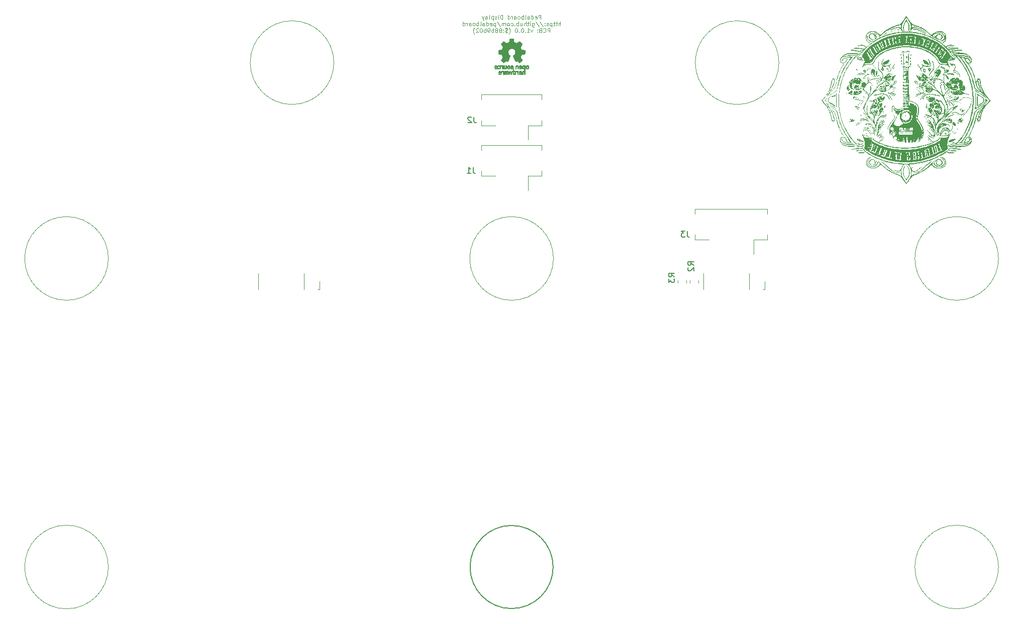
<source format=gbo>
G04 #@! TF.GenerationSoftware,KiCad,Pcbnew,8.0.4+1*
G04 #@! TF.CreationDate,2024-10-16T16:58:29+00:00*
G04 #@! TF.ProjectId,pedalboard-display,70656461-6c62-46f6-9172-642d64697370,1.0.0*
G04 #@! TF.SameCoordinates,Original*
G04 #@! TF.FileFunction,Legend,Bot*
G04 #@! TF.FilePolarity,Positive*
%FSLAX46Y46*%
G04 Gerber Fmt 4.6, Leading zero omitted, Abs format (unit mm)*
G04 Created by KiCad (PCBNEW 8.0.4+1) date 2024-10-16 16:58:29*
%MOMM*%
%LPD*%
G01*
G04 APERTURE LIST*
%ADD10C,0.000000*%
%ADD11C,0.100000*%
%ADD12C,0.004304*%
%ADD13C,0.004635*%
%ADD14C,0.008210*%
%ADD15C,0.150000*%
%ADD16C,0.120000*%
%ADD17C,0.010000*%
%ADD18C,2.500000*%
%ADD19C,3.400000*%
%ADD20R,1.700000X3.600000*%
%ADD21O,1.700000X3.500000*%
G04 APERTURE END LIST*
D10*
G36*
X165043898Y-42721111D02*
G01*
X165053254Y-42722473D01*
X165062768Y-42724758D01*
X165072466Y-42727960D01*
X165082375Y-42732076D01*
X165092521Y-42737101D01*
X165102931Y-42743030D01*
X165113630Y-42749859D01*
X165124646Y-42757583D01*
X165136005Y-42766198D01*
X165147734Y-42775699D01*
X165159858Y-42786082D01*
X165185401Y-42809475D01*
X165197638Y-42821464D01*
X165209213Y-42832296D01*
X165220127Y-42841970D01*
X165230380Y-42850486D01*
X165239971Y-42857845D01*
X165248900Y-42864046D01*
X165257169Y-42869090D01*
X165264775Y-42872976D01*
X165271721Y-42875705D01*
X165274946Y-42876635D01*
X165278005Y-42877276D01*
X165280899Y-42877627D01*
X165283627Y-42877689D01*
X165286191Y-42877462D01*
X165288589Y-42876945D01*
X165290821Y-42876139D01*
X165292888Y-42875043D01*
X165294790Y-42873658D01*
X165296527Y-42871984D01*
X165298098Y-42870020D01*
X165299504Y-42867767D01*
X165300744Y-42865224D01*
X165301819Y-42862393D01*
X165303969Y-42857877D01*
X165307070Y-42853592D01*
X165311062Y-42849542D01*
X165315882Y-42845732D01*
X165321469Y-42842164D01*
X165327763Y-42838843D01*
X165334701Y-42835773D01*
X165342223Y-42832957D01*
X165358770Y-42828105D01*
X165376915Y-42824317D01*
X165396165Y-42821625D01*
X165416030Y-42820059D01*
X165436019Y-42819651D01*
X165455641Y-42820431D01*
X165474406Y-42822431D01*
X165491822Y-42825682D01*
X165499870Y-42827786D01*
X165507398Y-42830214D01*
X165514342Y-42832970D01*
X165520643Y-42836058D01*
X165526238Y-42839482D01*
X165531067Y-42843246D01*
X165535067Y-42847354D01*
X165538178Y-42851809D01*
X165540848Y-42856772D01*
X165542922Y-42862365D01*
X165544422Y-42868537D01*
X165545372Y-42875235D01*
X165545794Y-42882410D01*
X165545713Y-42890008D01*
X165544132Y-42906269D01*
X165540814Y-42923605D01*
X165535947Y-42941602D01*
X165529715Y-42959847D01*
X165522304Y-42977927D01*
X165513902Y-42995428D01*
X165504693Y-43011937D01*
X165494865Y-43027040D01*
X165484602Y-43040325D01*
X165479366Y-43046156D01*
X165474091Y-43051377D01*
X165468800Y-43055936D01*
X165463518Y-43059783D01*
X165458266Y-43062864D01*
X165453069Y-43065130D01*
X165447949Y-43066527D01*
X165442930Y-43067004D01*
X165440223Y-43067096D01*
X165437398Y-43067370D01*
X165431422Y-43068444D01*
X165425054Y-43070189D01*
X165418345Y-43072571D01*
X165411346Y-43075552D01*
X165404110Y-43079096D01*
X165396687Y-43083167D01*
X165389130Y-43087729D01*
X165381491Y-43092746D01*
X165373821Y-43098181D01*
X165366171Y-43103999D01*
X165358593Y-43110163D01*
X165351140Y-43116637D01*
X165343862Y-43123386D01*
X165336812Y-43130371D01*
X165330041Y-43137559D01*
X165323068Y-43144746D01*
X165315433Y-43151732D01*
X165307220Y-43158480D01*
X165298511Y-43164955D01*
X165289388Y-43171119D01*
X165279934Y-43176937D01*
X165270233Y-43182372D01*
X165260366Y-43187389D01*
X165250417Y-43191952D01*
X165240467Y-43196023D01*
X165230600Y-43199567D01*
X165220899Y-43202548D01*
X165211446Y-43204930D01*
X165202323Y-43206675D01*
X165193614Y-43207749D01*
X165185401Y-43208115D01*
X165176272Y-43208492D01*
X165166773Y-43209599D01*
X165156947Y-43211400D01*
X165146837Y-43213862D01*
X165125940Y-43220626D01*
X165104428Y-43229613D01*
X165082648Y-43240542D01*
X165060944Y-43253136D01*
X165039665Y-43267114D01*
X165019155Y-43282198D01*
X164999762Y-43298109D01*
X164981831Y-43314568D01*
X164965709Y-43331296D01*
X164951742Y-43348013D01*
X164940275Y-43364441D01*
X164935588Y-43372459D01*
X164931657Y-43380300D01*
X164928523Y-43387929D01*
X164926231Y-43395312D01*
X164924825Y-43402413D01*
X164924346Y-43409197D01*
X164924449Y-43411502D01*
X164924753Y-43413782D01*
X164925256Y-43416035D01*
X164925951Y-43418258D01*
X164926836Y-43420447D01*
X164927904Y-43422600D01*
X164929152Y-43424712D01*
X164930575Y-43426781D01*
X164932168Y-43428804D01*
X164933928Y-43430777D01*
X164935849Y-43432697D01*
X164937927Y-43434561D01*
X164940157Y-43436365D01*
X164942535Y-43438106D01*
X164945057Y-43439782D01*
X164947718Y-43441389D01*
X164950513Y-43442923D01*
X164953437Y-43444382D01*
X164956487Y-43445762D01*
X164959658Y-43447060D01*
X164962946Y-43448272D01*
X164966344Y-43449396D01*
X164969851Y-43450429D01*
X164973459Y-43451366D01*
X164977166Y-43452205D01*
X164980967Y-43452943D01*
X164984857Y-43453576D01*
X164988831Y-43454101D01*
X164992886Y-43454516D01*
X164997016Y-43454815D01*
X165001217Y-43454998D01*
X165005485Y-43455059D01*
X165016860Y-43454846D01*
X165027202Y-43454184D01*
X165036552Y-43453036D01*
X165040868Y-43452268D01*
X165044951Y-43451366D01*
X165048807Y-43450324D01*
X165052441Y-43449138D01*
X165055858Y-43447803D01*
X165059062Y-43446315D01*
X165062060Y-43444670D01*
X165064857Y-43442863D01*
X165067457Y-43440888D01*
X165069866Y-43438743D01*
X165072089Y-43436422D01*
X165074131Y-43433921D01*
X165075998Y-43431235D01*
X165077693Y-43428360D01*
X165079224Y-43425291D01*
X165080594Y-43422023D01*
X165081809Y-43418553D01*
X165082875Y-43414876D01*
X165083796Y-43410986D01*
X165084577Y-43406880D01*
X165085741Y-43398002D01*
X165086410Y-43388203D01*
X165086623Y-43377448D01*
X165086288Y-43368357D01*
X165086589Y-43359616D01*
X165087499Y-43351248D01*
X165088993Y-43343273D01*
X165091046Y-43335711D01*
X165093631Y-43328583D01*
X165096722Y-43321910D01*
X165100294Y-43315712D01*
X165104320Y-43310010D01*
X165108776Y-43304825D01*
X165113634Y-43300178D01*
X165118870Y-43296088D01*
X165121621Y-43294259D01*
X165124457Y-43292578D01*
X165127374Y-43291046D01*
X165130370Y-43289666D01*
X165133440Y-43288442D01*
X165136582Y-43287375D01*
X165139793Y-43286469D01*
X165143069Y-43285725D01*
X165147596Y-43284826D01*
X165151921Y-43284116D01*
X165156046Y-43283597D01*
X165159977Y-43283272D01*
X165163716Y-43283144D01*
X165167268Y-43283214D01*
X165170637Y-43283486D01*
X165173826Y-43283962D01*
X165176839Y-43284644D01*
X165179681Y-43285536D01*
X165182354Y-43286640D01*
X165184864Y-43287958D01*
X165187213Y-43289494D01*
X165189406Y-43291248D01*
X165191447Y-43293226D01*
X165193339Y-43295427D01*
X165195086Y-43297857D01*
X165196693Y-43300516D01*
X165198162Y-43303408D01*
X165199499Y-43306535D01*
X165200706Y-43309899D01*
X165201788Y-43313504D01*
X165202748Y-43317352D01*
X165203591Y-43321445D01*
X165204321Y-43325786D01*
X165204940Y-43330378D01*
X165205865Y-43340324D01*
X165206397Y-43351303D01*
X165206568Y-43363337D01*
X165206908Y-43374313D01*
X165207924Y-43384750D01*
X165209611Y-43394647D01*
X165211963Y-43404003D01*
X165214973Y-43412816D01*
X165218637Y-43421085D01*
X165222948Y-43428809D01*
X165227900Y-43435987D01*
X165233488Y-43442617D01*
X165239706Y-43448697D01*
X165246547Y-43454228D01*
X165254007Y-43459207D01*
X165262079Y-43463633D01*
X165270758Y-43467504D01*
X165280037Y-43470821D01*
X165289912Y-43473580D01*
X165300375Y-43475781D01*
X165311422Y-43477423D01*
X165323046Y-43478504D01*
X165335242Y-43479023D01*
X165348004Y-43478979D01*
X165361326Y-43478370D01*
X165375202Y-43477196D01*
X165389627Y-43475454D01*
X165404594Y-43473144D01*
X165420098Y-43470264D01*
X165436133Y-43466813D01*
X165452693Y-43462790D01*
X165469772Y-43458193D01*
X165487365Y-43453021D01*
X165505466Y-43447273D01*
X165524068Y-43440948D01*
X165555522Y-43430888D01*
X165585859Y-43421986D01*
X165614295Y-43414406D01*
X165640044Y-43408316D01*
X165662320Y-43403878D01*
X165680338Y-43401260D01*
X165687505Y-43400685D01*
X165693312Y-43400627D01*
X165697662Y-43401106D01*
X165700457Y-43402143D01*
X165701851Y-43403033D01*
X165703385Y-43403719D01*
X165705053Y-43404207D01*
X165706851Y-43404499D01*
X165708772Y-43404601D01*
X165710812Y-43404515D01*
X165712966Y-43404245D01*
X165715229Y-43403796D01*
X165717595Y-43403172D01*
X165720059Y-43402375D01*
X165722616Y-43401411D01*
X165725261Y-43400282D01*
X165730794Y-43397548D01*
X165736616Y-43394205D01*
X165742687Y-43390283D01*
X165748964Y-43385813D01*
X165755406Y-43380826D01*
X165761973Y-43375354D01*
X165768622Y-43369426D01*
X165775312Y-43363075D01*
X165782002Y-43356331D01*
X165788651Y-43349226D01*
X165794975Y-43341457D01*
X165800709Y-43334040D01*
X165805844Y-43326994D01*
X165810369Y-43320342D01*
X165814274Y-43314103D01*
X165817549Y-43308298D01*
X165820183Y-43302948D01*
X165822165Y-43298073D01*
X165823487Y-43293694D01*
X165823896Y-43291697D01*
X165824136Y-43289832D01*
X165824206Y-43288102D01*
X165824103Y-43286508D01*
X165823828Y-43285054D01*
X165823378Y-43283742D01*
X165822753Y-43282574D01*
X165821950Y-43281554D01*
X165820969Y-43280684D01*
X165819809Y-43279966D01*
X165818468Y-43279403D01*
X165816944Y-43278998D01*
X165815238Y-43278753D01*
X165813346Y-43278671D01*
X165811052Y-43278568D01*
X165808801Y-43278263D01*
X165806595Y-43277761D01*
X165804437Y-43277065D01*
X165802327Y-43276181D01*
X165800269Y-43275113D01*
X165798264Y-43273865D01*
X165796313Y-43272442D01*
X165794419Y-43270848D01*
X165792585Y-43269089D01*
X165790810Y-43267168D01*
X165789099Y-43265090D01*
X165787452Y-43262859D01*
X165785872Y-43260481D01*
X165784360Y-43257959D01*
X165782918Y-43255299D01*
X165781549Y-43252504D01*
X165780254Y-43249579D01*
X165779036Y-43246529D01*
X165777895Y-43243358D01*
X165776835Y-43240071D01*
X165775857Y-43236672D01*
X165774962Y-43233165D01*
X165774154Y-43229557D01*
X165773433Y-43225849D01*
X165772803Y-43222049D01*
X165772263Y-43218159D01*
X165771818Y-43214184D01*
X165771468Y-43210130D01*
X165771216Y-43205999D01*
X165771063Y-43201798D01*
X165771012Y-43197530D01*
X165772273Y-43173201D01*
X165772973Y-43163602D01*
X165773823Y-43155693D01*
X165774901Y-43149459D01*
X165775549Y-43146964D01*
X165776283Y-43144883D01*
X165777113Y-43143212D01*
X165778048Y-43141950D01*
X165779098Y-43141095D01*
X165780272Y-43140646D01*
X165781582Y-43140599D01*
X165783035Y-43140953D01*
X165784641Y-43141707D01*
X165786412Y-43142857D01*
X165788355Y-43144404D01*
X165790481Y-43146343D01*
X165795321Y-43151395D01*
X165801008Y-43157996D01*
X165807620Y-43166133D01*
X165823929Y-43186948D01*
X165826626Y-43190524D01*
X165829420Y-43193975D01*
X165832306Y-43197298D01*
X165835277Y-43200494D01*
X165841455Y-43206497D01*
X165847907Y-43211973D01*
X165854586Y-43216912D01*
X165861446Y-43221302D01*
X165868440Y-43225135D01*
X165875523Y-43228399D01*
X165882646Y-43231085D01*
X165889765Y-43233181D01*
X165896832Y-43234678D01*
X165900331Y-43235198D01*
X165903800Y-43235565D01*
X165907233Y-43235777D01*
X165910624Y-43235832D01*
X165913967Y-43235730D01*
X165917257Y-43235468D01*
X165920487Y-43235047D01*
X165923652Y-43234464D01*
X165926746Y-43233719D01*
X165929763Y-43232809D01*
X165937401Y-43229971D01*
X165944445Y-43228046D01*
X165950898Y-43226997D01*
X165956765Y-43226787D01*
X165962051Y-43227377D01*
X165966760Y-43228731D01*
X165970896Y-43230811D01*
X165974465Y-43233580D01*
X165977471Y-43237000D01*
X165979918Y-43241034D01*
X165981811Y-43245643D01*
X165983154Y-43250792D01*
X165983951Y-43256442D01*
X165984209Y-43262555D01*
X165983930Y-43269095D01*
X165983119Y-43276024D01*
X165981781Y-43283304D01*
X165979921Y-43290898D01*
X165977543Y-43298769D01*
X165974651Y-43306878D01*
X165971250Y-43315189D01*
X165967345Y-43323664D01*
X165962940Y-43332266D01*
X165958039Y-43340957D01*
X165952647Y-43349700D01*
X165946769Y-43358456D01*
X165940409Y-43367190D01*
X165933572Y-43375863D01*
X165926262Y-43384437D01*
X165918484Y-43392876D01*
X165910242Y-43401142D01*
X165901540Y-43409197D01*
X165872642Y-43434539D01*
X165842869Y-43458308D01*
X165812279Y-43480502D01*
X165780927Y-43501120D01*
X165748870Y-43520158D01*
X165716164Y-43537616D01*
X165682865Y-43553492D01*
X165649028Y-43567782D01*
X165614712Y-43580487D01*
X165579971Y-43591603D01*
X165544861Y-43601128D01*
X165509440Y-43609062D01*
X165473763Y-43615401D01*
X165437886Y-43620144D01*
X165401866Y-43623288D01*
X165365759Y-43624833D01*
X165329621Y-43624776D01*
X165293508Y-43623115D01*
X165257476Y-43619848D01*
X165221582Y-43614973D01*
X165185882Y-43608489D01*
X165150431Y-43600393D01*
X165115287Y-43590683D01*
X165080505Y-43579358D01*
X165046142Y-43566415D01*
X165012254Y-43551853D01*
X164978896Y-43535669D01*
X164946126Y-43517863D01*
X164913999Y-43498431D01*
X164882572Y-43477372D01*
X164851900Y-43454684D01*
X164822040Y-43430364D01*
X164808936Y-43418643D01*
X164796741Y-43406626D01*
X164785459Y-43394306D01*
X164775091Y-43381678D01*
X164765637Y-43368735D01*
X164757099Y-43355470D01*
X164749478Y-43341876D01*
X164742776Y-43327948D01*
X164736994Y-43313679D01*
X164732132Y-43299063D01*
X164728193Y-43284093D01*
X164725178Y-43268762D01*
X164723088Y-43253064D01*
X164721924Y-43236993D01*
X164721688Y-43220542D01*
X164722381Y-43203705D01*
X164724004Y-43186475D01*
X164726558Y-43168845D01*
X164730045Y-43150811D01*
X164734466Y-43132364D01*
X164739823Y-43113498D01*
X164746116Y-43094208D01*
X164753347Y-43074485D01*
X164761517Y-43054325D01*
X164770628Y-43033721D01*
X164780680Y-43012666D01*
X164791676Y-42991153D01*
X164803616Y-42969177D01*
X164830335Y-42923807D01*
X164860847Y-42876504D01*
X164883289Y-42843466D01*
X164904455Y-42814444D01*
X164914625Y-42801427D01*
X164924556Y-42789400D01*
X164934273Y-42778359D01*
X164943804Y-42768300D01*
X164953175Y-42759217D01*
X164962412Y-42751106D01*
X164971542Y-42743963D01*
X164980591Y-42737783D01*
X164989586Y-42732562D01*
X164998553Y-42728294D01*
X165007518Y-42724977D01*
X165016509Y-42722604D01*
X165025552Y-42721172D01*
X165034672Y-42720676D01*
X165043898Y-42721111D01*
G37*
G36*
X166522042Y-51022197D02*
G01*
X166523802Y-51022365D01*
X166525564Y-51022660D01*
X166527328Y-51023080D01*
X166529091Y-51023623D01*
X166530852Y-51024288D01*
X166532608Y-51025073D01*
X166534358Y-51025975D01*
X166536099Y-51026993D01*
X166537830Y-51028124D01*
X166539548Y-51029367D01*
X166541253Y-51030720D01*
X166542941Y-51032181D01*
X166544611Y-51033748D01*
X166546261Y-51035418D01*
X166547889Y-51037191D01*
X166549494Y-51039064D01*
X166551072Y-51041035D01*
X166552623Y-51043103D01*
X166554144Y-51045264D01*
X166555633Y-51047518D01*
X166558508Y-51052296D01*
X166561234Y-51057420D01*
X166562971Y-51063247D01*
X166563653Y-51066062D01*
X166564211Y-51068810D01*
X166564645Y-51071488D01*
X166564955Y-51074094D01*
X166565142Y-51076626D01*
X166565204Y-51079083D01*
X166565142Y-51081463D01*
X166564956Y-51083763D01*
X166564646Y-51085981D01*
X166564211Y-51088117D01*
X166563653Y-51090167D01*
X166562971Y-51092129D01*
X166562165Y-51094003D01*
X166561235Y-51095785D01*
X166560181Y-51097475D01*
X166559002Y-51099069D01*
X166557700Y-51100567D01*
X166556274Y-51101966D01*
X166554724Y-51103264D01*
X166553049Y-51104459D01*
X166551251Y-51105550D01*
X166549329Y-51106534D01*
X166547282Y-51107409D01*
X166545112Y-51108175D01*
X166542817Y-51108827D01*
X166540399Y-51109366D01*
X166537856Y-51109788D01*
X166535190Y-51110092D01*
X166532400Y-51110275D01*
X166529485Y-51110337D01*
X166524318Y-51110174D01*
X166519403Y-51109696D01*
X166514744Y-51108919D01*
X166510344Y-51107857D01*
X166506208Y-51106526D01*
X166502339Y-51104942D01*
X166498742Y-51103121D01*
X166495419Y-51101077D01*
X166492376Y-51098826D01*
X166489616Y-51096385D01*
X166487143Y-51093767D01*
X166484960Y-51090990D01*
X166483072Y-51088067D01*
X166481482Y-51085016D01*
X166480195Y-51081851D01*
X166479213Y-51078587D01*
X166478542Y-51075241D01*
X166478185Y-51071828D01*
X166478145Y-51068363D01*
X166478428Y-51064862D01*
X166479035Y-51061340D01*
X166479973Y-51057813D01*
X166481243Y-51054296D01*
X166482851Y-51050806D01*
X166484800Y-51047356D01*
X166487093Y-51043963D01*
X166489736Y-51040643D01*
X166492731Y-51037411D01*
X166496083Y-51034282D01*
X166499795Y-51031271D01*
X166503872Y-51028395D01*
X166508317Y-51025669D01*
X166509980Y-51024749D01*
X166511663Y-51023972D01*
X166513362Y-51023335D01*
X166515076Y-51022838D01*
X166516803Y-51022477D01*
X166518541Y-51022251D01*
X166520288Y-51022159D01*
X166522042Y-51022197D01*
G37*
G36*
X175467225Y-33656115D02*
G01*
X175472424Y-33656451D01*
X175485134Y-33657869D01*
X175500965Y-33660237D01*
X175519964Y-33663505D01*
X175567650Y-33672532D01*
X175575580Y-33674137D01*
X175583464Y-33676279D01*
X175591254Y-33678918D01*
X175598905Y-33682012D01*
X175606369Y-33685519D01*
X175613601Y-33689398D01*
X175620554Y-33693608D01*
X175627182Y-33698107D01*
X175633437Y-33702854D01*
X175639274Y-33707808D01*
X175644646Y-33712928D01*
X175649506Y-33718171D01*
X175653808Y-33723497D01*
X175657505Y-33728865D01*
X175660552Y-33734232D01*
X175662900Y-33739558D01*
X175665039Y-33745635D01*
X175666820Y-33751297D01*
X175668238Y-33756541D01*
X175669288Y-33761366D01*
X175669962Y-33765770D01*
X175670257Y-33769750D01*
X175670165Y-33773306D01*
X175669680Y-33776435D01*
X175668798Y-33779135D01*
X175668206Y-33780323D01*
X175667513Y-33781404D01*
X175666717Y-33782376D01*
X175665817Y-33783240D01*
X175664814Y-33783995D01*
X175663707Y-33784641D01*
X175662494Y-33785178D01*
X175661175Y-33785606D01*
X175658216Y-33786132D01*
X175654824Y-33786218D01*
X175650994Y-33785861D01*
X175646720Y-33785059D01*
X175641995Y-33783812D01*
X175636814Y-33782116D01*
X175631171Y-33779969D01*
X175625061Y-33777371D01*
X175618477Y-33774319D01*
X175611414Y-33770810D01*
X175603866Y-33766844D01*
X175595826Y-33762417D01*
X175587290Y-33757529D01*
X175578252Y-33752177D01*
X175568705Y-33746359D01*
X175548063Y-33733319D01*
X175525318Y-33718392D01*
X175490819Y-33695007D01*
X175477530Y-33685541D01*
X175466944Y-33677492D01*
X175459107Y-33670807D01*
X175456235Y-33667960D01*
X175454066Y-33665434D01*
X175452609Y-33663224D01*
X175451868Y-33661322D01*
X175451848Y-33659723D01*
X175452557Y-33658420D01*
X175454000Y-33657406D01*
X175456182Y-33656675D01*
X175459110Y-33656220D01*
X175462789Y-33656036D01*
X175467225Y-33656115D01*
G37*
G36*
X169891071Y-46220686D02*
G01*
X169895039Y-46221337D01*
X169899226Y-46222583D01*
X169903637Y-46224420D01*
X169908282Y-46226840D01*
X169913165Y-46229838D01*
X169923681Y-46237546D01*
X169935240Y-46247496D01*
X169947899Y-46259643D01*
X169960301Y-46273315D01*
X169965880Y-46280019D01*
X169971044Y-46286666D01*
X169975792Y-46293277D01*
X169980123Y-46299873D01*
X169984037Y-46306477D01*
X169987532Y-46313111D01*
X169990610Y-46319796D01*
X169993268Y-46326555D01*
X169995506Y-46333410D01*
X169997324Y-46340382D01*
X169998720Y-46347494D01*
X169999695Y-46354767D01*
X170000247Y-46362224D01*
X170000376Y-46369886D01*
X170000082Y-46377775D01*
X169999362Y-46385914D01*
X169998218Y-46394324D01*
X169996649Y-46403028D01*
X169994653Y-46412046D01*
X169992230Y-46421402D01*
X169989379Y-46431117D01*
X169986100Y-46441213D01*
X169982392Y-46451712D01*
X169978255Y-46462636D01*
X169968688Y-46485848D01*
X169957396Y-46511023D01*
X169944373Y-46538337D01*
X169929109Y-46569084D01*
X169913870Y-46596456D01*
X169898849Y-46620386D01*
X169891479Y-46631040D01*
X169884236Y-46640808D01*
X169877142Y-46649682D01*
X169870222Y-46657653D01*
X169863500Y-46664714D01*
X169856999Y-46670855D01*
X169850744Y-46676069D01*
X169844758Y-46680347D01*
X169839065Y-46683681D01*
X169833690Y-46686062D01*
X169828655Y-46687482D01*
X169823986Y-46687932D01*
X169819705Y-46687404D01*
X169815837Y-46685890D01*
X169812406Y-46683381D01*
X169809435Y-46679868D01*
X169806949Y-46675345D01*
X169804971Y-46669801D01*
X169803526Y-46663229D01*
X169802637Y-46655620D01*
X169802327Y-46646966D01*
X169802622Y-46637259D01*
X169803545Y-46626489D01*
X169805119Y-46614649D01*
X169807369Y-46601731D01*
X169810319Y-46587725D01*
X169816754Y-46562094D01*
X169822775Y-46533486D01*
X169828301Y-46502893D01*
X169833248Y-46471309D01*
X169837533Y-46439724D01*
X169841075Y-46409131D01*
X169843790Y-46380523D01*
X169845595Y-46354891D01*
X169847713Y-46329211D01*
X169850136Y-46306378D01*
X169852920Y-46286345D01*
X169856123Y-46269068D01*
X169859802Y-46254497D01*
X169861837Y-46248213D01*
X169864013Y-46242589D01*
X169866335Y-46237618D01*
X169868812Y-46233295D01*
X169871451Y-46229614D01*
X169874258Y-46226569D01*
X169877241Y-46224155D01*
X169880407Y-46222365D01*
X169883762Y-46221195D01*
X169887315Y-46220637D01*
X169891071Y-46220686D01*
G37*
G36*
X168338395Y-43290114D02*
G01*
X168339701Y-43290320D01*
X168340900Y-43290657D01*
X168341990Y-43291128D01*
X168342966Y-43291733D01*
X168343825Y-43292473D01*
X168344562Y-43293351D01*
X168345173Y-43294367D01*
X168345656Y-43295522D01*
X168346005Y-43296818D01*
X168346218Y-43298256D01*
X168346290Y-43299838D01*
X168345676Y-43305918D01*
X168344520Y-43312229D01*
X168342859Y-43318729D01*
X168340729Y-43325379D01*
X168335213Y-43338974D01*
X168328265Y-43352699D01*
X168320180Y-43366237D01*
X168311253Y-43379274D01*
X168301778Y-43391495D01*
X168292050Y-43402584D01*
X168282363Y-43412226D01*
X168273012Y-43420105D01*
X168268555Y-43423286D01*
X168264292Y-43425908D01*
X168260260Y-43427931D01*
X168256497Y-43429317D01*
X168253038Y-43430026D01*
X168249921Y-43430019D01*
X168247182Y-43429256D01*
X168244859Y-43427698D01*
X168242988Y-43425305D01*
X168241606Y-43422038D01*
X168240750Y-43417858D01*
X168240456Y-43412725D01*
X168240740Y-43407236D01*
X168241572Y-43401391D01*
X168242921Y-43395246D01*
X168244756Y-43388858D01*
X168247045Y-43382284D01*
X168249758Y-43375581D01*
X168252864Y-43368805D01*
X168256331Y-43362014D01*
X168260130Y-43355264D01*
X168264228Y-43348612D01*
X168268594Y-43342116D01*
X168273199Y-43335831D01*
X168278010Y-43329815D01*
X168282997Y-43324124D01*
X168288128Y-43318816D01*
X168293374Y-43313947D01*
X168298619Y-43309526D01*
X168303750Y-43305528D01*
X168308737Y-43301964D01*
X168313548Y-43298844D01*
X168318152Y-43296179D01*
X168322518Y-43293980D01*
X168326616Y-43292256D01*
X168330415Y-43291017D01*
X168333882Y-43290275D01*
X168335482Y-43290093D01*
X168336988Y-43290039D01*
X168338395Y-43290114D01*
G37*
G36*
X181469296Y-45783771D02*
G01*
X181472549Y-45784068D01*
X181475858Y-45784584D01*
X181479211Y-45785319D01*
X181482596Y-45786274D01*
X181486000Y-45787451D01*
X181489411Y-45788849D01*
X181492817Y-45790469D01*
X181496206Y-45792312D01*
X181499564Y-45794379D01*
X181502881Y-45796669D01*
X181506144Y-45799185D01*
X181509340Y-45801926D01*
X181512457Y-45804893D01*
X181515484Y-45808086D01*
X181519277Y-45812033D01*
X181522724Y-45815930D01*
X181525829Y-45819769D01*
X181528596Y-45823541D01*
X181531029Y-45827239D01*
X181533134Y-45830853D01*
X181534914Y-45834375D01*
X181536375Y-45837797D01*
X181537520Y-45841111D01*
X181538355Y-45844308D01*
X181538883Y-45847379D01*
X181539110Y-45850317D01*
X181539040Y-45853112D01*
X181538677Y-45855757D01*
X181538026Y-45858244D01*
X181537091Y-45860562D01*
X181535877Y-45862706D01*
X181534389Y-45864665D01*
X181532631Y-45866431D01*
X181530607Y-45867997D01*
X181528323Y-45869353D01*
X181525782Y-45870492D01*
X181522989Y-45871405D01*
X181519948Y-45872083D01*
X181516665Y-45872518D01*
X181513143Y-45872702D01*
X181509388Y-45872627D01*
X181505403Y-45872283D01*
X181501193Y-45871663D01*
X181496763Y-45870758D01*
X181492118Y-45869560D01*
X181487261Y-45868060D01*
X181482016Y-45865334D01*
X181476885Y-45862458D01*
X181471898Y-45859448D01*
X181467087Y-45856319D01*
X181462482Y-45853086D01*
X181458116Y-45849766D01*
X181454018Y-45846373D01*
X181450220Y-45842924D01*
X181446752Y-45839433D01*
X181443647Y-45835916D01*
X181440934Y-45832389D01*
X181438644Y-45828868D01*
X181436810Y-45825366D01*
X181436073Y-45823629D01*
X181435461Y-45821902D01*
X181434979Y-45820187D01*
X181434629Y-45818488D01*
X181434417Y-45816806D01*
X181434345Y-45815142D01*
X181434488Y-45811608D01*
X181434907Y-45808280D01*
X181435592Y-45805161D01*
X181436529Y-45802250D01*
X181437707Y-45799549D01*
X181439112Y-45797058D01*
X181440733Y-45794777D01*
X181442558Y-45792707D01*
X181444574Y-45790850D01*
X181446769Y-45789204D01*
X181449130Y-45787772D01*
X181451646Y-45786554D01*
X181454304Y-45785551D01*
X181457092Y-45784762D01*
X181459997Y-45784189D01*
X181463008Y-45783833D01*
X181466112Y-45783693D01*
X181469296Y-45783771D01*
G37*
G36*
X185060018Y-43551190D02*
G01*
X185066375Y-43553082D01*
X185073543Y-43556113D01*
X185081528Y-43560287D01*
X185090335Y-43565605D01*
X185099968Y-43572070D01*
X185110434Y-43579685D01*
X185121736Y-43588452D01*
X185133881Y-43598374D01*
X185160718Y-43621694D01*
X185190987Y-43649665D01*
X185224728Y-43682307D01*
X185261983Y-43719642D01*
X185299394Y-43755932D01*
X185335378Y-43789695D01*
X185370659Y-43821380D01*
X185405961Y-43851438D01*
X185442007Y-43880317D01*
X185479520Y-43908468D01*
X185519225Y-43936339D01*
X185561844Y-43964382D01*
X185608102Y-43993044D01*
X185658720Y-44022776D01*
X185714424Y-44054027D01*
X185775936Y-44087248D01*
X185843980Y-44122886D01*
X185919280Y-44161393D01*
X186094539Y-44248809D01*
X186174167Y-44289896D01*
X186253826Y-44333428D01*
X186332803Y-44378871D01*
X186410385Y-44425694D01*
X186485858Y-44473365D01*
X186558510Y-44521351D01*
X186627628Y-44569120D01*
X186692497Y-44616139D01*
X186752406Y-44661877D01*
X186806640Y-44705801D01*
X186854487Y-44747379D01*
X186895234Y-44786079D01*
X186928167Y-44821368D01*
X186952574Y-44852714D01*
X186967741Y-44879584D01*
X186971637Y-44891175D01*
X186972955Y-44901447D01*
X186972768Y-44907131D01*
X186972204Y-44912275D01*
X186971258Y-44916877D01*
X186970639Y-44918973D01*
X186969924Y-44920933D01*
X186969110Y-44922756D01*
X186968197Y-44924442D01*
X186967184Y-44925990D01*
X186966072Y-44927400D01*
X186964859Y-44928672D01*
X186963544Y-44929805D01*
X186962128Y-44930799D01*
X186960608Y-44931654D01*
X186958985Y-44932370D01*
X186957259Y-44932946D01*
X186955427Y-44933382D01*
X186953491Y-44933677D01*
X186951448Y-44933831D01*
X186949299Y-44933844D01*
X186947042Y-44933716D01*
X186944678Y-44933446D01*
X186939623Y-44932479D01*
X186934129Y-44930941D01*
X186928191Y-44928830D01*
X186921803Y-44926142D01*
X186914960Y-44922876D01*
X186907657Y-44919028D01*
X186899889Y-44914597D01*
X186891651Y-44909578D01*
X186882938Y-44903971D01*
X186873744Y-44897772D01*
X186864064Y-44890979D01*
X186853893Y-44883588D01*
X186843226Y-44875599D01*
X186832058Y-44867007D01*
X186820383Y-44857811D01*
X186808197Y-44848007D01*
X186795494Y-44837594D01*
X186782269Y-44826568D01*
X186754233Y-44802670D01*
X186724969Y-44778887D01*
X186696066Y-44756106D01*
X186666564Y-44733759D01*
X186635501Y-44711279D01*
X186601917Y-44688095D01*
X186564849Y-44663640D01*
X186523338Y-44637345D01*
X186476421Y-44608642D01*
X186423137Y-44576963D01*
X186362526Y-44541738D01*
X186215475Y-44458381D01*
X186027580Y-44354022D01*
X185791150Y-44224114D01*
X185635342Y-44136947D01*
X185498510Y-44055277D01*
X185437145Y-44016466D01*
X185380446Y-43978982D01*
X185328388Y-43942811D01*
X185280945Y-43907937D01*
X185238091Y-43874345D01*
X185199799Y-43842019D01*
X185166045Y-43810943D01*
X185136802Y-43781102D01*
X185112045Y-43752481D01*
X185091747Y-43725064D01*
X185075884Y-43698836D01*
X185064428Y-43673780D01*
X185053314Y-43642902D01*
X185048855Y-43629112D01*
X185045135Y-43616426D01*
X185042160Y-43604846D01*
X185039933Y-43594374D01*
X185038461Y-43585014D01*
X185037749Y-43576766D01*
X185037802Y-43569636D01*
X185038624Y-43563623D01*
X185040222Y-43558733D01*
X185042600Y-43554966D01*
X185045763Y-43552326D01*
X185049717Y-43550815D01*
X185054467Y-43550435D01*
X185060018Y-43551190D01*
G37*
G36*
X181657876Y-52390858D02*
G01*
X181670562Y-52393239D01*
X181681160Y-52396942D01*
X181689496Y-52402027D01*
X181695400Y-52408560D01*
X181697746Y-52413190D01*
X181699495Y-52417819D01*
X181700646Y-52422447D01*
X181701202Y-52427074D01*
X181701163Y-52431697D01*
X181700532Y-52436318D01*
X181699308Y-52440934D01*
X181697495Y-52445546D01*
X181695092Y-52450153D01*
X181692102Y-52454754D01*
X181688525Y-52459349D01*
X181684362Y-52463936D01*
X181679616Y-52468516D01*
X181674287Y-52473087D01*
X181668377Y-52477649D01*
X181661886Y-52482202D01*
X181654817Y-52486744D01*
X181647171Y-52491275D01*
X181638948Y-52495795D01*
X181630150Y-52500302D01*
X181620779Y-52504797D01*
X181610835Y-52509277D01*
X181600321Y-52513744D01*
X181589236Y-52518196D01*
X181577583Y-52522632D01*
X181565364Y-52527053D01*
X181539227Y-52535842D01*
X181510838Y-52544559D01*
X181480206Y-52553199D01*
X181465049Y-52557325D01*
X181450068Y-52561736D01*
X181421005Y-52571223D01*
X181393762Y-52581290D01*
X181369081Y-52591563D01*
X181347707Y-52601671D01*
X181338494Y-52606547D01*
X181330386Y-52611241D01*
X181323476Y-52615709D01*
X181317859Y-52619903D01*
X181313627Y-52623776D01*
X181310872Y-52627282D01*
X181307313Y-52632357D01*
X181303276Y-52637005D01*
X181298800Y-52641229D01*
X181293923Y-52645037D01*
X181288684Y-52648435D01*
X181283122Y-52651427D01*
X181277276Y-52654020D01*
X181271185Y-52656220D01*
X181264887Y-52658032D01*
X181258421Y-52659462D01*
X181251826Y-52660517D01*
X181245140Y-52661201D01*
X181238403Y-52661521D01*
X181231653Y-52661483D01*
X181224928Y-52661092D01*
X181218268Y-52660354D01*
X181211712Y-52659275D01*
X181205297Y-52657860D01*
X181199064Y-52656117D01*
X181193050Y-52654049D01*
X181187295Y-52651664D01*
X181181836Y-52648967D01*
X181176714Y-52645964D01*
X181171966Y-52642660D01*
X181167632Y-52639062D01*
X181163750Y-52635175D01*
X181160358Y-52631005D01*
X181157497Y-52626558D01*
X181155204Y-52621840D01*
X181153518Y-52616856D01*
X181152478Y-52611612D01*
X181152122Y-52606115D01*
X181153541Y-52596948D01*
X181157681Y-52587347D01*
X181164372Y-52577376D01*
X181173441Y-52567096D01*
X181184716Y-52556571D01*
X181198026Y-52545863D01*
X181230064Y-52524149D01*
X181268179Y-52502456D01*
X181310996Y-52481285D01*
X181357142Y-52461137D01*
X181405240Y-52442514D01*
X181453918Y-52425916D01*
X181501799Y-52411846D01*
X181547511Y-52400803D01*
X181589677Y-52393290D01*
X181626924Y-52389808D01*
X181643273Y-52389735D01*
X181657876Y-52390858D01*
G37*
G36*
X170662770Y-44938717D02*
G01*
X170664260Y-44939399D01*
X170665874Y-44940536D01*
X170667623Y-44942127D01*
X170669516Y-44944174D01*
X170671564Y-44946675D01*
X170676166Y-44953041D01*
X170681513Y-44961227D01*
X170687687Y-44971231D01*
X170702845Y-44996697D01*
X170706808Y-45004953D01*
X170710741Y-45013792D01*
X170714611Y-45023138D01*
X170718389Y-45032912D01*
X170722042Y-45043038D01*
X170725541Y-45053438D01*
X170728853Y-45064035D01*
X170731949Y-45074750D01*
X170734796Y-45085506D01*
X170737365Y-45096226D01*
X170739623Y-45106833D01*
X170741541Y-45117248D01*
X170743086Y-45127395D01*
X170744228Y-45137195D01*
X170744936Y-45146571D01*
X170745179Y-45155447D01*
X170745069Y-45180913D01*
X170744807Y-45190918D01*
X170744297Y-45199104D01*
X170743456Y-45205470D01*
X170742886Y-45207971D01*
X170742202Y-45210018D01*
X170741394Y-45211610D01*
X170740452Y-45212746D01*
X170739365Y-45213429D01*
X170738123Y-45213656D01*
X170736716Y-45213429D01*
X170735133Y-45212746D01*
X170733364Y-45211610D01*
X170731398Y-45210018D01*
X170729226Y-45207971D01*
X170726837Y-45205470D01*
X170721366Y-45199104D01*
X170714903Y-45190918D01*
X170707365Y-45180913D01*
X170688733Y-45155447D01*
X170683530Y-45147192D01*
X170678522Y-45138352D01*
X170673742Y-45129007D01*
X170669220Y-45119232D01*
X170664988Y-45109107D01*
X170661076Y-45098707D01*
X170657516Y-45088111D01*
X170654338Y-45077396D01*
X170651573Y-45066639D01*
X170649253Y-45055919D01*
X170647408Y-45045312D01*
X170646070Y-45034897D01*
X170645269Y-45024750D01*
X170645037Y-45014950D01*
X170645404Y-45005573D01*
X170646401Y-44996697D01*
X170649984Y-44971231D01*
X170651610Y-44961227D01*
X170653236Y-44953041D01*
X170654945Y-44946675D01*
X170655856Y-44944174D01*
X170656819Y-44942127D01*
X170657844Y-44940536D01*
X170658941Y-44939399D01*
X170660121Y-44938717D01*
X170661394Y-44938489D01*
X170662770Y-44938717D01*
G37*
G36*
X166715796Y-40504680D02*
G01*
X166713223Y-40517426D01*
X166710139Y-40530671D01*
X166706548Y-40544444D01*
X166702456Y-40558775D01*
X166692789Y-40589225D01*
X166681179Y-40622254D01*
X166671591Y-40647679D01*
X166662520Y-40669714D01*
X166658108Y-40679460D01*
X166653739Y-40688358D01*
X166649386Y-40696410D01*
X166645019Y-40703613D01*
X166640612Y-40709969D01*
X166636135Y-40715478D01*
X166631559Y-40720139D01*
X166626857Y-40723953D01*
X166622000Y-40726919D01*
X166616959Y-40729038D01*
X166611707Y-40730309D01*
X166606214Y-40730733D01*
X166600452Y-40730309D01*
X166594394Y-40729038D01*
X166588010Y-40726919D01*
X166581271Y-40723953D01*
X166574151Y-40720139D01*
X166566619Y-40715478D01*
X166558649Y-40709969D01*
X166550210Y-40703613D01*
X166541276Y-40696410D01*
X166531817Y-40688358D01*
X166511212Y-40669714D01*
X166488167Y-40647679D01*
X166462456Y-40622254D01*
X166423040Y-40582359D01*
X166388063Y-40545848D01*
X166357416Y-40512470D01*
X166330991Y-40481969D01*
X166308680Y-40454094D01*
X166290374Y-40428591D01*
X166275964Y-40405206D01*
X166270186Y-40394229D01*
X166265342Y-40383687D01*
X166261417Y-40373548D01*
X166258399Y-40363781D01*
X166256274Y-40354353D01*
X166255027Y-40345233D01*
X166254647Y-40336390D01*
X166255118Y-40327791D01*
X166256420Y-40319457D01*
X166389771Y-40319457D01*
X166390015Y-40324462D01*
X166391067Y-40330171D01*
X166392882Y-40336523D01*
X166395413Y-40343458D01*
X166402429Y-40358827D01*
X166411741Y-40375788D01*
X166422969Y-40393850D01*
X166435737Y-40412522D01*
X166449669Y-40431312D01*
X166464385Y-40449731D01*
X166479510Y-40467286D01*
X166494666Y-40483488D01*
X166509475Y-40497844D01*
X166523561Y-40509865D01*
X166530215Y-40514846D01*
X166536547Y-40519059D01*
X166542509Y-40522443D01*
X166548054Y-40524936D01*
X166553136Y-40526476D01*
X166557706Y-40527004D01*
X166561510Y-40526758D01*
X166564985Y-40526032D01*
X166568133Y-40524841D01*
X166570956Y-40523200D01*
X166573457Y-40521125D01*
X166575636Y-40518632D01*
X166577496Y-40515735D01*
X166579039Y-40512451D01*
X166580266Y-40508795D01*
X166581181Y-40504783D01*
X166581784Y-40500429D01*
X166582077Y-40495750D01*
X166582063Y-40490760D01*
X166581744Y-40485476D01*
X166581121Y-40479913D01*
X166580196Y-40474087D01*
X166578972Y-40468012D01*
X166577450Y-40461705D01*
X166575631Y-40455181D01*
X166573519Y-40448455D01*
X166571116Y-40441544D01*
X166568422Y-40434461D01*
X166565439Y-40427224D01*
X166562171Y-40419847D01*
X166558619Y-40412346D01*
X166554784Y-40404737D01*
X166550669Y-40397035D01*
X166546275Y-40389255D01*
X166541605Y-40381413D01*
X166536661Y-40373525D01*
X166531444Y-40365606D01*
X166525956Y-40357671D01*
X166515497Y-40343203D01*
X166505292Y-40330233D01*
X166495346Y-40318773D01*
X166490471Y-40313612D01*
X166485662Y-40308832D01*
X166480921Y-40304434D01*
X166476248Y-40300421D01*
X166471643Y-40296792D01*
X166467107Y-40293549D01*
X166462641Y-40290694D01*
X166458246Y-40288228D01*
X166453921Y-40286152D01*
X166449669Y-40284468D01*
X166445488Y-40283176D01*
X166441381Y-40282278D01*
X166437347Y-40281776D01*
X166433387Y-40281670D01*
X166429502Y-40281963D01*
X166425693Y-40282654D01*
X166421961Y-40283746D01*
X166418305Y-40285239D01*
X166414726Y-40287136D01*
X166411226Y-40289437D01*
X166407804Y-40292144D01*
X166404462Y-40295258D01*
X166401200Y-40298780D01*
X166398019Y-40302711D01*
X166394919Y-40307054D01*
X166391901Y-40311808D01*
X166390384Y-40315219D01*
X166389771Y-40319457D01*
X166256420Y-40319457D01*
X166256428Y-40319406D01*
X166258562Y-40311202D01*
X166261508Y-40303149D01*
X166265252Y-40295213D01*
X166269780Y-40287364D01*
X166275078Y-40279570D01*
X166287933Y-40264019D01*
X166303707Y-40248309D01*
X166323044Y-40231029D01*
X166332368Y-40223321D01*
X166341492Y-40216235D01*
X166350441Y-40209772D01*
X166359238Y-40203932D01*
X166367905Y-40198716D01*
X166376467Y-40194124D01*
X166384945Y-40190158D01*
X166393365Y-40186818D01*
X166401748Y-40184105D01*
X166410118Y-40182018D01*
X166418499Y-40180560D01*
X166426913Y-40179730D01*
X166435384Y-40179529D01*
X166443935Y-40179958D01*
X166452590Y-40181018D01*
X166461371Y-40182708D01*
X166470302Y-40185030D01*
X166479406Y-40187985D01*
X166488707Y-40191573D01*
X166498227Y-40195794D01*
X166507990Y-40200650D01*
X166518019Y-40206141D01*
X166528338Y-40212267D01*
X166538969Y-40219030D01*
X166561262Y-40234467D01*
X166585085Y-40252456D01*
X166610624Y-40273003D01*
X166632500Y-40291770D01*
X166651854Y-40309859D01*
X166660599Y-40318723D01*
X166668728Y-40327504D01*
X166676248Y-40336233D01*
X166683163Y-40344937D01*
X166689479Y-40353647D01*
X166695200Y-40362391D01*
X166700333Y-40371199D01*
X166704881Y-40380098D01*
X166708851Y-40389119D01*
X166712247Y-40398291D01*
X166715074Y-40407642D01*
X166717339Y-40417202D01*
X166719045Y-40426999D01*
X166720198Y-40437064D01*
X166720804Y-40447424D01*
X166720867Y-40458109D01*
X166720392Y-40469148D01*
X166719385Y-40480570D01*
X166717851Y-40492404D01*
X166717291Y-40495750D01*
X166715796Y-40504680D01*
G37*
G36*
X173543147Y-50760203D02*
G01*
X173546111Y-50760689D01*
X173548894Y-50761488D01*
X173551514Y-50762602D01*
X173553985Y-50764034D01*
X173556325Y-50765787D01*
X173558549Y-50767862D01*
X173560674Y-50770263D01*
X173562715Y-50772992D01*
X173564689Y-50776052D01*
X173566612Y-50779445D01*
X173570370Y-50787241D01*
X173574117Y-50796402D01*
X173577984Y-50806948D01*
X173579972Y-50813249D01*
X173581323Y-50819572D01*
X173582060Y-50825896D01*
X173582207Y-50832201D01*
X173581789Y-50838467D01*
X173580829Y-50844674D01*
X173579350Y-50850803D01*
X173577378Y-50856833D01*
X173574935Y-50862744D01*
X173572045Y-50868516D01*
X173568734Y-50874129D01*
X173565024Y-50879564D01*
X173560939Y-50884799D01*
X173556503Y-50889816D01*
X173551741Y-50894593D01*
X173546675Y-50899111D01*
X173541331Y-50903351D01*
X173535731Y-50907291D01*
X173529900Y-50910912D01*
X173523862Y-50914194D01*
X173517640Y-50917117D01*
X173511259Y-50919660D01*
X173504742Y-50921805D01*
X173498113Y-50923530D01*
X173491397Y-50924816D01*
X173484616Y-50925642D01*
X173477796Y-50925990D01*
X173470959Y-50925838D01*
X173464130Y-50925166D01*
X173457333Y-50923956D01*
X173450591Y-50922185D01*
X173443929Y-50919836D01*
X173437221Y-50917119D01*
X173430987Y-50914263D01*
X173425227Y-50911274D01*
X173419937Y-50908157D01*
X173415118Y-50904919D01*
X173410768Y-50901566D01*
X173406886Y-50898103D01*
X173403469Y-50894535D01*
X173400519Y-50890870D01*
X173398031Y-50887112D01*
X173396007Y-50883268D01*
X173394443Y-50879343D01*
X173393340Y-50875343D01*
X173392695Y-50871273D01*
X173392507Y-50867141D01*
X173392776Y-50862951D01*
X173393499Y-50858709D01*
X173394676Y-50854422D01*
X173396305Y-50850094D01*
X173398385Y-50845732D01*
X173400914Y-50841342D01*
X173403891Y-50836929D01*
X173407316Y-50832500D01*
X173411186Y-50828059D01*
X173415501Y-50823613D01*
X173420259Y-50819168D01*
X173425459Y-50814730D01*
X173431099Y-50810303D01*
X173437178Y-50805895D01*
X173443696Y-50801511D01*
X173450650Y-50797156D01*
X173458039Y-50792837D01*
X173473688Y-50784778D01*
X173487646Y-50777816D01*
X173500045Y-50771969D01*
X173511011Y-50767259D01*
X173520676Y-50763707D01*
X173525060Y-50762372D01*
X173529167Y-50761333D01*
X173533013Y-50760595D01*
X173536614Y-50760158D01*
X173539987Y-50760027D01*
X173543147Y-50760203D01*
G37*
G36*
X164522298Y-43381472D02*
G01*
X164525941Y-43382154D01*
X164529796Y-43383380D01*
X164533846Y-43385143D01*
X164538074Y-43387431D01*
X164542464Y-43390236D01*
X164546998Y-43393546D01*
X164551661Y-43397354D01*
X164556434Y-43401649D01*
X164561302Y-43406421D01*
X164566247Y-43411660D01*
X164571253Y-43417358D01*
X164576302Y-43423504D01*
X164581379Y-43430088D01*
X164586467Y-43437102D01*
X164591547Y-43444534D01*
X164596605Y-43452377D01*
X164601622Y-43460619D01*
X164606583Y-43469251D01*
X164611470Y-43478264D01*
X164616266Y-43487647D01*
X164620955Y-43497392D01*
X164632202Y-43520222D01*
X164642130Y-43541131D01*
X164650745Y-43560179D01*
X164658053Y-43577428D01*
X164664059Y-43592942D01*
X164668768Y-43606781D01*
X164672185Y-43619008D01*
X164674315Y-43629684D01*
X164675163Y-43638872D01*
X164674735Y-43646634D01*
X164674044Y-43649999D01*
X164673035Y-43653032D01*
X164671710Y-43655738D01*
X164670070Y-43658127D01*
X164668114Y-43660206D01*
X164665843Y-43661982D01*
X164663259Y-43663464D01*
X164660361Y-43664659D01*
X164653628Y-43666220D01*
X164645650Y-43666726D01*
X164642442Y-43666168D01*
X164638794Y-43664532D01*
X164634741Y-43661880D01*
X164630320Y-43658272D01*
X164620513Y-43648425D01*
X164609657Y-43635472D01*
X164598035Y-43619894D01*
X164585934Y-43602172D01*
X164573636Y-43582785D01*
X164561425Y-43562216D01*
X164549587Y-43540943D01*
X164538405Y-43519448D01*
X164528164Y-43498212D01*
X164519147Y-43477714D01*
X164511640Y-43458436D01*
X164505925Y-43440858D01*
X164503829Y-43432857D01*
X164502288Y-43425461D01*
X164501337Y-43418730D01*
X164501012Y-43412725D01*
X164501216Y-43406770D01*
X164501817Y-43401468D01*
X164502797Y-43396807D01*
X164504140Y-43392778D01*
X164504943Y-43390998D01*
X164505830Y-43389372D01*
X164506799Y-43387900D01*
X164507849Y-43386580D01*
X164508977Y-43385410D01*
X164510181Y-43384390D01*
X164511459Y-43383519D01*
X164512808Y-43382794D01*
X164514228Y-43382216D01*
X164515715Y-43381782D01*
X164517268Y-43381492D01*
X164518884Y-43381345D01*
X164522298Y-43381472D01*
G37*
G36*
X181418266Y-38766192D02*
G01*
X181433518Y-38766752D01*
X181446807Y-38767684D01*
X181458178Y-38768999D01*
X181467679Y-38770706D01*
X181475355Y-38772816D01*
X181481254Y-38775340D01*
X181483551Y-38776760D01*
X181485422Y-38778287D01*
X181486871Y-38779923D01*
X181487905Y-38781668D01*
X181488529Y-38783525D01*
X181488750Y-38785494D01*
X181488572Y-38787577D01*
X181488003Y-38789775D01*
X181485711Y-38794520D01*
X181481921Y-38799741D01*
X181476678Y-38805448D01*
X181473990Y-38808011D01*
X181471214Y-38810410D01*
X181468345Y-38812644D01*
X181465378Y-38814715D01*
X181462308Y-38816624D01*
X181459129Y-38818370D01*
X181455836Y-38819954D01*
X181452425Y-38821378D01*
X181448889Y-38822642D01*
X181445224Y-38823746D01*
X181441425Y-38824691D01*
X181437487Y-38825478D01*
X181433403Y-38826107D01*
X181429170Y-38826579D01*
X181424782Y-38826895D01*
X181420234Y-38827056D01*
X181415520Y-38827061D01*
X181410636Y-38826912D01*
X181400335Y-38826153D01*
X181389290Y-38824784D01*
X181377459Y-38822811D01*
X181364802Y-38820238D01*
X181351277Y-38817071D01*
X181336842Y-38813315D01*
X181321456Y-38808975D01*
X181283332Y-38796160D01*
X181268506Y-38790961D01*
X181256578Y-38786486D01*
X181247606Y-38782673D01*
X181244246Y-38780994D01*
X181241647Y-38779458D01*
X181239815Y-38778057D01*
X181238757Y-38776782D01*
X181238481Y-38775625D01*
X181238994Y-38774580D01*
X181240303Y-38773638D01*
X181242414Y-38772792D01*
X181245336Y-38772034D01*
X181249074Y-38771355D01*
X181259031Y-38770208D01*
X181272342Y-38769288D01*
X181289064Y-38768533D01*
X181309253Y-38767882D01*
X181360261Y-38766641D01*
X181381684Y-38766147D01*
X181401003Y-38765994D01*
X181418266Y-38766192D01*
G37*
G36*
X182695166Y-45818793D02*
G01*
X182696729Y-45819157D01*
X182698445Y-45819757D01*
X182700307Y-45820585D01*
X182702308Y-45821636D01*
X182704443Y-45822902D01*
X182709085Y-45826056D01*
X182714182Y-45829996D01*
X182719682Y-45834669D01*
X182725534Y-45840024D01*
X182731685Y-45846010D01*
X182738084Y-45852575D01*
X182744680Y-45859666D01*
X182751420Y-45867233D01*
X182758254Y-45875224D01*
X182765128Y-45883587D01*
X182771993Y-45892271D01*
X182778795Y-45901223D01*
X182785484Y-45910392D01*
X182792550Y-45919604D01*
X182799188Y-45928686D01*
X182805382Y-45937592D01*
X182811115Y-45946277D01*
X182816373Y-45954692D01*
X182821140Y-45962792D01*
X182825401Y-45970531D01*
X182829140Y-45977861D01*
X182832341Y-45984737D01*
X182834989Y-45991111D01*
X182837069Y-45996937D01*
X182838565Y-46002170D01*
X182839462Y-46006761D01*
X182839744Y-46010665D01*
X182839395Y-46013835D01*
X182838979Y-46015131D01*
X182838400Y-46016226D01*
X182837326Y-46016743D01*
X182836090Y-46016978D01*
X182834697Y-46016937D01*
X182833150Y-46016625D01*
X182831453Y-46016050D01*
X182829610Y-46015218D01*
X182827625Y-46014135D01*
X182825502Y-46012808D01*
X182823244Y-46011243D01*
X182820856Y-46009448D01*
X182815704Y-46005188D01*
X182810076Y-46000080D01*
X182804004Y-45994177D01*
X182797519Y-45987530D01*
X182790651Y-45980190D01*
X182783432Y-45972210D01*
X182775892Y-45963640D01*
X182768063Y-45954533D01*
X182759976Y-45944940D01*
X182743150Y-45924503D01*
X182735464Y-45913432D01*
X182728295Y-45902737D01*
X182721663Y-45892466D01*
X182715589Y-45882666D01*
X182710094Y-45873382D01*
X182705199Y-45864662D01*
X182700923Y-45856551D01*
X182697289Y-45849097D01*
X182694316Y-45842345D01*
X182692025Y-45836343D01*
X182690437Y-45831137D01*
X182689572Y-45826773D01*
X182689451Y-45823298D01*
X182689677Y-45821908D01*
X182690096Y-45820758D01*
X182690711Y-45819853D01*
X182691525Y-45819200D01*
X182692541Y-45818803D01*
X182693761Y-45818670D01*
X182695166Y-45818793D01*
G37*
G36*
X166943495Y-34389526D02*
G01*
X166944656Y-34389723D01*
X166945785Y-34390082D01*
X166946882Y-34390606D01*
X166947949Y-34391297D01*
X166948986Y-34392157D01*
X166949996Y-34393189D01*
X166950977Y-34394395D01*
X166951933Y-34395778D01*
X166952862Y-34397340D01*
X166954649Y-34401011D01*
X166956345Y-34405427D01*
X166957959Y-34410608D01*
X166959498Y-34416573D01*
X166960969Y-34423342D01*
X166962381Y-34430934D01*
X166963742Y-34439368D01*
X166965058Y-34448664D01*
X166966339Y-34458841D01*
X166967591Y-34469919D01*
X166970040Y-34494853D01*
X166972469Y-34523621D01*
X166974940Y-34556379D01*
X166977514Y-34593281D01*
X166983518Y-34657213D01*
X166992313Y-34718111D01*
X167003961Y-34776084D01*
X167018523Y-34831241D01*
X167036061Y-34883690D01*
X167056639Y-34933540D01*
X167080317Y-34980898D01*
X167107158Y-35025875D01*
X167137223Y-35068578D01*
X167170575Y-35109115D01*
X167207275Y-35147596D01*
X167247387Y-35184129D01*
X167290971Y-35218822D01*
X167338089Y-35251784D01*
X167388804Y-35283123D01*
X167443178Y-35312948D01*
X167466289Y-35324150D01*
X167488165Y-35333936D01*
X167509058Y-35342295D01*
X167529223Y-35349218D01*
X167548913Y-35354694D01*
X167568380Y-35358713D01*
X167587879Y-35361264D01*
X167607661Y-35362337D01*
X167627981Y-35361921D01*
X167649092Y-35360008D01*
X167671247Y-35356585D01*
X167694698Y-35351643D01*
X167719700Y-35345171D01*
X167746506Y-35337160D01*
X167775368Y-35327598D01*
X167806540Y-35316475D01*
X167815760Y-35313547D01*
X167823573Y-35311404D01*
X167826953Y-35310640D01*
X167829981Y-35310088D01*
X167832658Y-35309753D01*
X167834983Y-35309640D01*
X167836957Y-35309755D01*
X167838580Y-35310102D01*
X167839851Y-35310687D01*
X167840771Y-35311515D01*
X167841099Y-35312021D01*
X167841339Y-35312590D01*
X167841556Y-35313919D01*
X167841422Y-35315507D01*
X167840936Y-35317358D01*
X167840099Y-35319477D01*
X167838910Y-35321871D01*
X167837370Y-35324543D01*
X167835479Y-35327500D01*
X167833236Y-35330746D01*
X167830642Y-35334287D01*
X167824399Y-35342273D01*
X167816751Y-35351498D01*
X167807697Y-35362006D01*
X167797237Y-35373836D01*
X167785372Y-35387031D01*
X167758821Y-35412699D01*
X167730228Y-35433586D01*
X167699782Y-35449851D01*
X167667674Y-35461652D01*
X167634093Y-35469148D01*
X167599229Y-35472498D01*
X167563271Y-35471862D01*
X167526411Y-35467398D01*
X167488838Y-35459265D01*
X167450742Y-35447621D01*
X167412312Y-35432627D01*
X167373739Y-35414440D01*
X167335212Y-35393220D01*
X167296922Y-35369125D01*
X167259058Y-35342314D01*
X167221810Y-35312947D01*
X167185369Y-35281183D01*
X167149923Y-35247179D01*
X167115664Y-35211095D01*
X167082780Y-35173090D01*
X167051462Y-35133323D01*
X167021900Y-35091953D01*
X166994284Y-35049139D01*
X166968803Y-35005039D01*
X166945647Y-34959812D01*
X166925007Y-34913618D01*
X166907072Y-34866615D01*
X166892032Y-34818963D01*
X166880078Y-34770819D01*
X166871398Y-34722343D01*
X166866183Y-34673695D01*
X166864623Y-34625032D01*
X166864906Y-34609671D01*
X166865732Y-34594087D01*
X166867065Y-34578391D01*
X166868867Y-34562689D01*
X166871104Y-34547090D01*
X166873739Y-34531703D01*
X166876735Y-34516637D01*
X166880057Y-34502000D01*
X166883668Y-34487900D01*
X166887533Y-34474446D01*
X166891614Y-34461747D01*
X166895877Y-34449910D01*
X166900284Y-34439046D01*
X166904799Y-34429261D01*
X166909387Y-34420665D01*
X166914011Y-34413365D01*
X166917878Y-34408635D01*
X166921546Y-34404379D01*
X166925022Y-34400616D01*
X166928315Y-34397366D01*
X166931433Y-34394649D01*
X166934382Y-34392483D01*
X166935797Y-34391613D01*
X166937172Y-34390888D01*
X166938509Y-34390310D01*
X166939808Y-34389883D01*
X166941072Y-34389608D01*
X166942301Y-34389488D01*
X166943495Y-34389526D01*
G37*
G36*
X168898672Y-38732488D02*
G01*
X168900739Y-38734211D01*
X168902459Y-38736856D01*
X168903826Y-38740423D01*
X168904830Y-38744913D01*
X168905464Y-38750327D01*
X168905718Y-38756665D01*
X168905585Y-38763928D01*
X168905056Y-38772117D01*
X168902776Y-38791275D01*
X168898812Y-38814143D01*
X168893096Y-38840727D01*
X168884874Y-38885759D01*
X168877428Y-38944010D01*
X168864984Y-39091528D01*
X168856013Y-39266002D01*
X168850762Y-39450149D01*
X168849480Y-39626689D01*
X168852415Y-39778343D01*
X168859815Y-39887828D01*
X168865267Y-39921357D01*
X168871927Y-39937864D01*
X168875852Y-39942072D01*
X168879673Y-39946725D01*
X168883370Y-39951770D01*
X168886922Y-39957156D01*
X168890308Y-39962832D01*
X168893509Y-39968745D01*
X168896503Y-39974845D01*
X168899269Y-39981079D01*
X168901788Y-39987395D01*
X168904038Y-39993743D01*
X168905998Y-40000070D01*
X168907648Y-40006324D01*
X168908968Y-40012455D01*
X168909936Y-40018410D01*
X168910532Y-40024137D01*
X168910735Y-40029585D01*
X168911125Y-40032610D01*
X168912280Y-40036378D01*
X168916812Y-40046054D01*
X168924176Y-40058437D01*
X168934217Y-40073353D01*
X168946779Y-40090625D01*
X168961708Y-40110078D01*
X168978849Y-40131536D01*
X168998047Y-40154823D01*
X169041992Y-40206183D01*
X169092304Y-40262751D01*
X169147743Y-40323123D01*
X169207067Y-40385893D01*
X169293277Y-40475437D01*
X169330036Y-40514597D01*
X169362951Y-40550595D01*
X169392310Y-40583864D01*
X169418403Y-40614839D01*
X169441520Y-40643953D01*
X169461949Y-40671641D01*
X169479981Y-40698337D01*
X169495904Y-40724475D01*
X169510008Y-40750489D01*
X169522583Y-40776813D01*
X169533918Y-40803881D01*
X169544301Y-40832127D01*
X169554023Y-40861986D01*
X169563373Y-40893891D01*
X169576815Y-40944139D01*
X169588061Y-40996562D01*
X169597147Y-41050526D01*
X169604109Y-41105393D01*
X169608983Y-41160529D01*
X169611805Y-41215299D01*
X169612612Y-41269065D01*
X169611440Y-41321194D01*
X169608325Y-41371049D01*
X169603303Y-41417994D01*
X169596410Y-41461395D01*
X169587683Y-41500615D01*
X169577157Y-41535018D01*
X169564870Y-41563970D01*
X169550856Y-41586834D01*
X169543213Y-41595785D01*
X169535152Y-41602976D01*
X169529246Y-41607724D01*
X169523459Y-41612684D01*
X169517827Y-41617820D01*
X169512386Y-41623095D01*
X169507173Y-41628474D01*
X169502223Y-41633920D01*
X169497573Y-41639397D01*
X169493259Y-41644868D01*
X169489317Y-41650299D01*
X169485783Y-41655652D01*
X169482694Y-41660891D01*
X169480085Y-41665980D01*
X169477993Y-41670883D01*
X169476454Y-41675564D01*
X169475903Y-41677810D01*
X169475504Y-41679986D01*
X169475261Y-41682089D01*
X169475179Y-41684114D01*
X169475077Y-41686159D01*
X169474773Y-41688322D01*
X169474275Y-41690596D01*
X169473587Y-41692975D01*
X169472716Y-41695452D01*
X169471668Y-41698020D01*
X169469061Y-41703406D01*
X169465813Y-41709082D01*
X169461970Y-41714996D01*
X169457580Y-41721095D01*
X169452689Y-41727329D01*
X169447343Y-41733646D01*
X169441589Y-41739993D01*
X169435473Y-41746320D01*
X169429042Y-41752574D01*
X169422342Y-41758705D01*
X169415420Y-41764660D01*
X169408322Y-41770387D01*
X169401095Y-41775836D01*
X169388646Y-41784712D01*
X169377737Y-41792937D01*
X169372850Y-41796861D01*
X169368337Y-41800687D01*
X169364193Y-41804439D01*
X169360415Y-41808137D01*
X169356999Y-41811805D01*
X169353940Y-41815463D01*
X169351236Y-41819135D01*
X169348881Y-41822841D01*
X169346873Y-41826604D01*
X169345207Y-41830446D01*
X169343880Y-41834389D01*
X169342887Y-41838455D01*
X169342225Y-41842665D01*
X169341889Y-41847042D01*
X169341877Y-41851607D01*
X169342184Y-41856383D01*
X169342806Y-41861392D01*
X169343740Y-41866655D01*
X169344980Y-41872194D01*
X169346525Y-41878032D01*
X169348369Y-41884191D01*
X169350509Y-41890691D01*
X169355662Y-41904808D01*
X169361951Y-41920557D01*
X169369346Y-41938115D01*
X169378784Y-41962821D01*
X169385985Y-41985285D01*
X169388771Y-41995646D01*
X169391026Y-42005413D01*
X169392761Y-42014572D01*
X169393985Y-42023112D01*
X169394707Y-42031021D01*
X169394938Y-42038289D01*
X169394687Y-42044903D01*
X169393964Y-42050851D01*
X169392778Y-42056123D01*
X169391139Y-42060706D01*
X169389058Y-42064589D01*
X169386543Y-42067760D01*
X169383604Y-42070208D01*
X169380251Y-42071920D01*
X169376494Y-42072886D01*
X169372342Y-42073093D01*
X169367805Y-42072530D01*
X169362893Y-42071186D01*
X169357615Y-42069049D01*
X169351981Y-42066106D01*
X169346001Y-42062348D01*
X169339685Y-42057761D01*
X169333041Y-42052334D01*
X169326081Y-42046056D01*
X169318813Y-42038915D01*
X169311247Y-42030899D01*
X169303393Y-42021997D01*
X169295261Y-42012197D01*
X169286951Y-42002772D01*
X169279214Y-41994345D01*
X169272046Y-41986920D01*
X169265441Y-41980502D01*
X169259394Y-41975098D01*
X169253900Y-41970712D01*
X169251359Y-41968902D01*
X169248954Y-41967348D01*
X169246684Y-41966052D01*
X169244550Y-41965013D01*
X169242550Y-41964233D01*
X169240684Y-41963712D01*
X169238950Y-41963451D01*
X169237350Y-41963449D01*
X169235881Y-41963709D01*
X169234543Y-41964231D01*
X169233335Y-41965014D01*
X169232258Y-41966061D01*
X169231309Y-41967371D01*
X169230490Y-41968945D01*
X169229798Y-41970784D01*
X169229233Y-41972889D01*
X169228795Y-41975260D01*
X169228483Y-41977897D01*
X169228296Y-41980802D01*
X169228234Y-41983975D01*
X169227868Y-41989668D01*
X169226794Y-41996116D01*
X169225048Y-42003245D01*
X169222667Y-42010985D01*
X169219686Y-42019261D01*
X169216142Y-42028003D01*
X169212070Y-42037138D01*
X169207508Y-42046593D01*
X169202491Y-42056296D01*
X169197056Y-42066175D01*
X169191238Y-42076157D01*
X169185074Y-42086170D01*
X169178600Y-42096142D01*
X169171852Y-42106000D01*
X169164866Y-42115672D01*
X169157679Y-42125086D01*
X169150491Y-42134500D01*
X169143506Y-42144172D01*
X169136757Y-42154031D01*
X169130283Y-42164003D01*
X169124119Y-42174016D01*
X169118301Y-42183998D01*
X169112866Y-42193877D01*
X169107849Y-42203580D01*
X169103287Y-42213035D01*
X169099216Y-42222170D01*
X169095672Y-42230912D01*
X169092691Y-42239188D01*
X169090309Y-42246928D01*
X169088564Y-42254057D01*
X169087490Y-42260504D01*
X169087124Y-42266197D01*
X169086748Y-42271078D01*
X169085652Y-42276430D01*
X169083877Y-42282207D01*
X169081467Y-42288363D01*
X169074915Y-42301630D01*
X169066343Y-42315862D01*
X169056096Y-42330694D01*
X169044521Y-42345759D01*
X169031965Y-42360689D01*
X169018773Y-42375118D01*
X169005291Y-42388679D01*
X168991866Y-42401004D01*
X168978845Y-42411728D01*
X168966572Y-42420482D01*
X168960825Y-42424007D01*
X168955396Y-42426901D01*
X168950326Y-42429120D01*
X168945660Y-42430618D01*
X168941442Y-42431348D01*
X168937713Y-42431264D01*
X168934519Y-42430322D01*
X168931901Y-42428475D01*
X168930175Y-42425366D01*
X168929586Y-42420104D01*
X168931577Y-42403677D01*
X168937381Y-42380315D01*
X168946508Y-42351140D01*
X168958467Y-42317272D01*
X168972766Y-42279833D01*
X169006425Y-42198729D01*
X169043556Y-42116797D01*
X169080233Y-42043010D01*
X169097173Y-42011974D01*
X169112527Y-41986339D01*
X169125804Y-41967225D01*
X169131509Y-41960464D01*
X169136512Y-41955753D01*
X169145173Y-41948695D01*
X169153295Y-41941411D01*
X169160880Y-41933906D01*
X169167924Y-41926180D01*
X169174429Y-41918238D01*
X169180393Y-41910081D01*
X169185816Y-41901713D01*
X169190696Y-41893135D01*
X169195035Y-41884350D01*
X169198830Y-41875362D01*
X169202081Y-41866172D01*
X169204787Y-41856782D01*
X169206948Y-41847197D01*
X169208564Y-41837418D01*
X169209633Y-41827447D01*
X169210155Y-41817288D01*
X169210129Y-41806943D01*
X169209554Y-41796414D01*
X169208431Y-41785705D01*
X169206758Y-41774817D01*
X169204535Y-41763754D01*
X169201760Y-41752517D01*
X169198434Y-41741110D01*
X169194555Y-41729535D01*
X169190124Y-41717794D01*
X169185139Y-41705891D01*
X169179600Y-41693828D01*
X169173506Y-41681606D01*
X169166856Y-41669230D01*
X169159650Y-41656702D01*
X169151888Y-41644023D01*
X169143567Y-41631197D01*
X169123022Y-41600965D01*
X169105044Y-41572562D01*
X169089640Y-41546164D01*
X169076815Y-41521946D01*
X169066574Y-41500085D01*
X169058921Y-41480757D01*
X169053863Y-41464136D01*
X169051404Y-41450398D01*
X169051151Y-41444666D01*
X169051550Y-41439720D01*
X169052601Y-41435583D01*
X169054305Y-41432277D01*
X169056663Y-41429824D01*
X169059675Y-41428245D01*
X169063342Y-41427562D01*
X169067665Y-41427798D01*
X169072644Y-41428975D01*
X169078280Y-41431114D01*
X169084574Y-41434238D01*
X169091526Y-41438368D01*
X169107407Y-41449735D01*
X169125928Y-41465392D01*
X169134020Y-41472447D01*
X169142375Y-41480330D01*
X169150927Y-41488956D01*
X169159608Y-41498244D01*
X169168351Y-41508111D01*
X169177088Y-41518474D01*
X169185754Y-41529250D01*
X169194279Y-41540357D01*
X169202598Y-41551712D01*
X169210643Y-41563233D01*
X169218348Y-41574836D01*
X169225643Y-41586439D01*
X169232464Y-41597959D01*
X169238742Y-41609314D01*
X169244410Y-41620421D01*
X169249401Y-41631197D01*
X169267019Y-41663609D01*
X169274446Y-41676342D01*
X169281206Y-41686760D01*
X169284395Y-41691101D01*
X169287490Y-41694863D01*
X169290514Y-41698046D01*
X169293491Y-41700651D01*
X169296444Y-41702676D01*
X169299398Y-41704123D01*
X169302377Y-41704991D01*
X169305404Y-41705281D01*
X169308503Y-41704991D01*
X169311699Y-41704123D01*
X169315015Y-41702676D01*
X169318475Y-41700651D01*
X169322103Y-41698046D01*
X169325922Y-41694863D01*
X169329958Y-41691101D01*
X169334233Y-41686760D01*
X169343598Y-41676342D01*
X169354208Y-41663609D01*
X169379929Y-41631197D01*
X169405459Y-41597449D01*
X169428479Y-41563035D01*
X169449000Y-41527993D01*
X169467034Y-41492361D01*
X169482593Y-41456175D01*
X169495689Y-41419475D01*
X169506332Y-41382296D01*
X169514535Y-41344676D01*
X169520309Y-41306654D01*
X169523666Y-41268266D01*
X169524618Y-41229550D01*
X169523175Y-41190543D01*
X169519350Y-41151283D01*
X169513155Y-41111807D01*
X169504601Y-41072153D01*
X169493699Y-41032358D01*
X169480461Y-40992460D01*
X169464900Y-40952495D01*
X169447025Y-40912503D01*
X169426850Y-40872519D01*
X169404386Y-40832582D01*
X169379644Y-40792729D01*
X169352636Y-40752997D01*
X169323373Y-40713424D01*
X169291868Y-40674048D01*
X169258132Y-40634905D01*
X169222176Y-40596034D01*
X169184012Y-40557471D01*
X169143652Y-40519255D01*
X169101108Y-40481422D01*
X169056390Y-40444011D01*
X169009511Y-40407058D01*
X168964180Y-40371514D01*
X168924507Y-40339500D01*
X168890116Y-40309831D01*
X168874783Y-40295507D01*
X168860628Y-40281326D01*
X168847606Y-40267139D01*
X168835668Y-40252800D01*
X168824767Y-40238159D01*
X168814857Y-40223069D01*
X168805890Y-40207383D01*
X168797819Y-40190952D01*
X168790596Y-40173628D01*
X168784175Y-40155263D01*
X168778509Y-40135710D01*
X168773550Y-40114820D01*
X168769251Y-40092446D01*
X168765565Y-40068440D01*
X168762445Y-40042653D01*
X168759843Y-40014939D01*
X168757714Y-39985148D01*
X168756008Y-39953133D01*
X168753682Y-39881839D01*
X168752487Y-39799875D01*
X168751984Y-39599198D01*
X168753693Y-39432076D01*
X168756394Y-39293438D01*
X168760418Y-39179688D01*
X168766095Y-39087229D01*
X168773757Y-39012463D01*
X168783734Y-38951795D01*
X168796357Y-38901628D01*
X168811957Y-38858365D01*
X168825465Y-38829758D01*
X168838161Y-38804793D01*
X168849978Y-38783478D01*
X168860850Y-38765815D01*
X168870709Y-38751812D01*
X168875237Y-38746184D01*
X168879488Y-38741472D01*
X168883451Y-38737678D01*
X168887119Y-38734801D01*
X168890484Y-38732844D01*
X168893537Y-38731805D01*
X168896269Y-38731686D01*
X168898672Y-38732488D01*
G37*
G36*
X179449841Y-42626232D02*
G01*
X179456357Y-42626872D01*
X179462993Y-42627868D01*
X179469736Y-42629230D01*
X179476571Y-42630966D01*
X179483483Y-42633086D01*
X179488309Y-42635074D01*
X179492865Y-42637697D01*
X179497148Y-42640911D01*
X179501156Y-42644669D01*
X179504888Y-42648926D01*
X179508342Y-42653636D01*
X179511515Y-42658753D01*
X179514406Y-42664230D01*
X179517013Y-42670023D01*
X179519334Y-42676086D01*
X179521366Y-42682372D01*
X179523109Y-42688835D01*
X179524559Y-42695431D01*
X179525716Y-42702112D01*
X179527140Y-42715549D01*
X179527365Y-42728779D01*
X179527023Y-42735202D01*
X179526375Y-42741435D01*
X179525420Y-42747434D01*
X179524156Y-42753151D01*
X179522580Y-42758542D01*
X179520691Y-42763560D01*
X179518486Y-42768159D01*
X179515965Y-42772294D01*
X179513124Y-42775919D01*
X179509963Y-42778987D01*
X179506478Y-42781453D01*
X179502669Y-42783272D01*
X179498532Y-42784397D01*
X179494067Y-42784782D01*
X179492094Y-42785028D01*
X179490143Y-42785757D01*
X179488219Y-42786956D01*
X179486323Y-42788613D01*
X179484457Y-42790714D01*
X179482626Y-42793246D01*
X179480831Y-42796197D01*
X179479074Y-42799554D01*
X179477359Y-42803304D01*
X179475687Y-42807433D01*
X179472487Y-42816780D01*
X179469493Y-42827490D01*
X179466726Y-42839462D01*
X179464208Y-42852591D01*
X179461958Y-42866774D01*
X179459998Y-42881909D01*
X179458348Y-42897890D01*
X179457028Y-42914616D01*
X179456060Y-42931983D01*
X179455464Y-42949886D01*
X179455261Y-42968224D01*
X179452884Y-43029561D01*
X179450796Y-43073287D01*
X179449745Y-43088519D01*
X179448626Y-43099318D01*
X179447393Y-43105673D01*
X179446720Y-43107180D01*
X179446001Y-43107573D01*
X179445230Y-43106849D01*
X179444401Y-43105008D01*
X179442549Y-43097968D01*
X179440396Y-43086442D01*
X179437898Y-43070421D01*
X179431676Y-43024849D01*
X179423511Y-42961170D01*
X179417917Y-42921324D01*
X179411826Y-42881850D01*
X179405404Y-42843782D01*
X179398817Y-42808153D01*
X179392230Y-42775996D01*
X179385809Y-42748346D01*
X179379718Y-42726235D01*
X179376848Y-42717580D01*
X179374123Y-42710697D01*
X179371743Y-42705128D01*
X179369886Y-42699671D01*
X179368537Y-42694336D01*
X179367681Y-42689131D01*
X179367302Y-42684066D01*
X179367387Y-42679149D01*
X179367920Y-42674390D01*
X179368886Y-42669798D01*
X179370271Y-42665381D01*
X179372060Y-42661149D01*
X179374237Y-42657111D01*
X179376789Y-42653275D01*
X179379700Y-42649652D01*
X179382955Y-42646249D01*
X179386539Y-42643076D01*
X179390438Y-42640143D01*
X179394637Y-42637457D01*
X179399121Y-42635028D01*
X179403875Y-42632866D01*
X179408883Y-42630979D01*
X179414133Y-42629376D01*
X179419607Y-42628066D01*
X179425292Y-42627058D01*
X179431173Y-42626362D01*
X179437235Y-42625986D01*
X179443463Y-42625940D01*
X179449841Y-42626232D01*
G37*
G36*
X182635442Y-46736087D02*
G01*
X182637092Y-46736665D01*
X182638735Y-46737616D01*
X182640369Y-46738931D01*
X182641990Y-46740600D01*
X182643595Y-46742613D01*
X182645180Y-46744961D01*
X182646743Y-46747633D01*
X182648279Y-46750621D01*
X182649787Y-46753915D01*
X182651263Y-46757504D01*
X182652703Y-46761379D01*
X182655463Y-46769950D01*
X182658043Y-46779549D01*
X182660415Y-46790098D01*
X182662556Y-46801521D01*
X182664437Y-46813740D01*
X182666035Y-46826677D01*
X182667323Y-46840255D01*
X182668274Y-46854396D01*
X182668864Y-46869023D01*
X182669067Y-46884058D01*
X182669542Y-46917766D01*
X182670886Y-46954615D01*
X182672974Y-46993448D01*
X182675681Y-47033108D01*
X182678885Y-47072437D01*
X182682461Y-47110278D01*
X182686285Y-47145473D01*
X182690233Y-47176865D01*
X182696917Y-47226440D01*
X182699023Y-47245334D01*
X182700045Y-47259933D01*
X182700087Y-47265537D01*
X182699785Y-47269964D01*
X182699113Y-47273181D01*
X182698047Y-47275154D01*
X182697358Y-47275662D01*
X182696562Y-47275847D01*
X182694634Y-47275227D01*
X182692239Y-47273259D01*
X182689351Y-47269910D01*
X182685947Y-47265145D01*
X182682001Y-47258930D01*
X182672388Y-47242011D01*
X182660315Y-47218882D01*
X182645585Y-47189267D01*
X182607372Y-47109485D01*
X182556178Y-47000475D01*
X182553127Y-46992578D01*
X182550577Y-46984133D01*
X182548515Y-46975193D01*
X182546925Y-46965811D01*
X182545101Y-46945928D01*
X182544988Y-46924904D01*
X182546467Y-46903156D01*
X182549419Y-46881103D01*
X182553724Y-46859164D01*
X182559265Y-46837757D01*
X182565922Y-46817301D01*
X182573576Y-46798214D01*
X182582108Y-46780916D01*
X182591401Y-46765824D01*
X182596294Y-46759236D01*
X182601334Y-46753357D01*
X182606503Y-46748238D01*
X182611789Y-46743933D01*
X182617175Y-46740494D01*
X182622647Y-46737973D01*
X182628190Y-46736421D01*
X182633789Y-46735893D01*
X182635442Y-46736087D01*
G37*
G36*
X180026381Y-48958484D02*
G01*
X180038495Y-48958786D01*
X180049028Y-48959346D01*
X180058015Y-48960212D01*
X180065494Y-48961429D01*
X180068678Y-48962183D01*
X180071499Y-48963043D01*
X180073961Y-48964014D01*
X180076068Y-48965102D01*
X180077825Y-48966313D01*
X180079237Y-48967652D01*
X180080307Y-48969126D01*
X180081041Y-48970740D01*
X180081443Y-48972500D01*
X180081518Y-48974411D01*
X180081269Y-48976481D01*
X180080702Y-48978713D01*
X180079821Y-48981115D01*
X180078631Y-48983692D01*
X180075340Y-48989395D01*
X180070865Y-48995868D01*
X180065244Y-49003157D01*
X180058511Y-49011309D01*
X180053601Y-49016554D01*
X180048169Y-49021685D01*
X180042272Y-49026672D01*
X180035967Y-49031483D01*
X180029310Y-49036087D01*
X180022359Y-49040454D01*
X180015170Y-49044552D01*
X180007800Y-49048350D01*
X180000306Y-49051818D01*
X179992745Y-49054923D01*
X179985173Y-49057636D01*
X179977648Y-49059926D01*
X179970226Y-49061760D01*
X179962965Y-49063109D01*
X179955920Y-49063941D01*
X179949150Y-49064225D01*
X179941542Y-49064018D01*
X179937985Y-49063760D01*
X179934591Y-49063398D01*
X179931360Y-49062933D01*
X179928291Y-49062365D01*
X179925383Y-49061693D01*
X179922637Y-49060918D01*
X179920050Y-49060040D01*
X179917623Y-49059058D01*
X179915355Y-49057973D01*
X179913245Y-49056784D01*
X179911293Y-49055492D01*
X179909498Y-49054097D01*
X179907859Y-49052598D01*
X179906376Y-49050996D01*
X179905048Y-49049291D01*
X179903874Y-49047483D01*
X179902854Y-49045571D01*
X179901987Y-49043555D01*
X179901272Y-49041437D01*
X179900710Y-49039214D01*
X179900298Y-49036889D01*
X179900037Y-49034460D01*
X179899926Y-49031928D01*
X179899964Y-49029293D01*
X179900150Y-49026554D01*
X179900485Y-49023712D01*
X179900966Y-49020766D01*
X179901595Y-49017717D01*
X179902369Y-49014565D01*
X179903289Y-49011309D01*
X179904704Y-49008674D01*
X179906300Y-49006064D01*
X179908072Y-49003482D01*
X179910014Y-49000932D01*
X179912121Y-48998418D01*
X179914389Y-48995945D01*
X179916812Y-48993516D01*
X179919384Y-48991134D01*
X179922102Y-48988804D01*
X179924959Y-48986530D01*
X179927950Y-48984315D01*
X179931070Y-48982163D01*
X179934315Y-48980079D01*
X179937678Y-48978065D01*
X179941155Y-48976127D01*
X179944740Y-48974267D01*
X179952216Y-48970800D01*
X179956096Y-48969200D01*
X179960064Y-48967694D01*
X179964115Y-48966287D01*
X179968243Y-48964981D01*
X179972443Y-48963782D01*
X179976711Y-48962692D01*
X179981041Y-48961716D01*
X179985427Y-48960858D01*
X179989865Y-48960121D01*
X179994350Y-48959509D01*
X179998876Y-48959027D01*
X180003438Y-48958677D01*
X180008031Y-48958465D01*
X180012650Y-48958393D01*
X180026381Y-48958484D01*
G37*
G36*
X185650974Y-42025702D02*
G01*
X185655606Y-42026640D01*
X185660016Y-42028105D01*
X185664170Y-42030114D01*
X185668033Y-42032684D01*
X185671571Y-42035831D01*
X185674750Y-42039573D01*
X185677535Y-42043926D01*
X185679893Y-42048906D01*
X185681789Y-42054531D01*
X185685696Y-42069303D01*
X185691876Y-42096644D01*
X185709570Y-42182413D01*
X185731894Y-42298609D01*
X185743863Y-42363984D01*
X185755872Y-42432004D01*
X185785789Y-42579764D01*
X185821908Y-42732360D01*
X185863152Y-42886363D01*
X185908448Y-43038340D01*
X185956721Y-43184860D01*
X186006896Y-43322491D01*
X186057897Y-43447803D01*
X186108650Y-43557365D01*
X186127467Y-43595095D01*
X186144093Y-43631007D01*
X186158321Y-43664273D01*
X186169945Y-43694066D01*
X186178758Y-43719559D01*
X186184552Y-43739927D01*
X186186253Y-43747929D01*
X186187122Y-43754341D01*
X186187133Y-43759057D01*
X186186261Y-43761974D01*
X186172375Y-43770455D01*
X186156614Y-43771029D01*
X186139130Y-43764099D01*
X186120074Y-43750069D01*
X186099596Y-43729342D01*
X186077849Y-43702320D01*
X186031149Y-43631007D01*
X185981183Y-43539354D01*
X185929160Y-43430585D01*
X185876290Y-43307926D01*
X185823782Y-43174601D01*
X185772844Y-43033834D01*
X185724687Y-42888851D01*
X185680519Y-42742875D01*
X185641550Y-42599132D01*
X185608989Y-42460845D01*
X185584045Y-42331241D01*
X185567927Y-42213542D01*
X185561844Y-42110974D01*
X185562138Y-42104424D01*
X185562998Y-42098016D01*
X185564388Y-42091764D01*
X185566275Y-42085687D01*
X185568624Y-42079802D01*
X185571402Y-42074124D01*
X185574574Y-42068671D01*
X185578105Y-42063460D01*
X185581962Y-42058507D01*
X185586111Y-42053829D01*
X185590516Y-42049444D01*
X185595145Y-42045367D01*
X185599962Y-42041615D01*
X185604933Y-42038206D01*
X185610025Y-42035156D01*
X185615202Y-42032482D01*
X185620431Y-42030201D01*
X185625678Y-42028329D01*
X185630908Y-42026884D01*
X185636086Y-42025882D01*
X185641180Y-42025339D01*
X185646154Y-42025274D01*
X185650974Y-42025702D01*
G37*
G36*
X181704550Y-51857454D02*
G01*
X181741122Y-51861380D01*
X181770820Y-51867445D01*
X181782714Y-51871315D01*
X181792437Y-51875763D01*
X181799836Y-51880803D01*
X181804761Y-51886448D01*
X181809242Y-51900121D01*
X181807076Y-51915879D01*
X181798669Y-51933534D01*
X181784421Y-51952897D01*
X181764738Y-51973779D01*
X181740021Y-51995991D01*
X181677100Y-52043654D01*
X181598882Y-52094376D01*
X181508593Y-52146649D01*
X181409457Y-52198962D01*
X181304699Y-52249809D01*
X181197543Y-52297678D01*
X181091213Y-52341062D01*
X180988935Y-52378452D01*
X180893933Y-52408338D01*
X180809432Y-52429212D01*
X180738656Y-52439565D01*
X180709423Y-52440324D01*
X180684830Y-52437888D01*
X180665281Y-52432066D01*
X180651179Y-52422671D01*
X180643762Y-52413366D01*
X180638641Y-52402722D01*
X180635715Y-52390845D01*
X180634883Y-52377843D01*
X180636043Y-52363823D01*
X180639094Y-52348892D01*
X180643934Y-52333157D01*
X180650462Y-52316727D01*
X180658576Y-52299707D01*
X180668175Y-52282205D01*
X180679158Y-52264329D01*
X180691424Y-52246185D01*
X180719395Y-52209524D01*
X180751279Y-52173080D01*
X180786263Y-52137711D01*
X180823536Y-52104274D01*
X180862287Y-52073629D01*
X180881964Y-52059620D01*
X180901705Y-52046631D01*
X180921411Y-52034769D01*
X180940979Y-52024140D01*
X180960307Y-52014852D01*
X180979296Y-52007013D01*
X180997842Y-52000729D01*
X181015846Y-51996107D01*
X181033204Y-51993256D01*
X181049817Y-51992281D01*
X181053567Y-51991996D01*
X181058154Y-51991158D01*
X181063506Y-51989793D01*
X181069550Y-51987927D01*
X181076215Y-51985585D01*
X181083427Y-51982794D01*
X181091115Y-51979578D01*
X181099206Y-51975965D01*
X181107627Y-51971980D01*
X181116307Y-51967649D01*
X181125173Y-51962997D01*
X181134153Y-51958051D01*
X181143174Y-51952836D01*
X181152164Y-51947378D01*
X181161051Y-51941704D01*
X181169761Y-51935838D01*
X181194489Y-51922958D01*
X181226853Y-51910854D01*
X181265647Y-51899638D01*
X181309660Y-51889425D01*
X181357683Y-51880329D01*
X181408506Y-51872462D01*
X181460922Y-51865938D01*
X181513720Y-51860872D01*
X181565691Y-51857377D01*
X181615626Y-51855567D01*
X181662315Y-51855555D01*
X181704550Y-51857454D01*
G37*
G36*
X173748640Y-44868816D02*
G01*
X173752358Y-44869322D01*
X173756076Y-44870180D01*
X173759805Y-44871389D01*
X173763558Y-44872950D01*
X173767344Y-44874862D01*
X173771174Y-44877125D01*
X173775060Y-44879740D01*
X173779013Y-44882706D01*
X173783043Y-44886024D01*
X173787161Y-44889693D01*
X173791379Y-44893713D01*
X173795708Y-44898085D01*
X173804740Y-44907883D01*
X173814345Y-44919087D01*
X173819559Y-44926119D01*
X173823973Y-44933301D01*
X173827617Y-44940597D01*
X173830516Y-44947971D01*
X173832701Y-44955385D01*
X173834197Y-44962805D01*
X173835033Y-44970194D01*
X173835236Y-44977516D01*
X173834835Y-44984734D01*
X173833857Y-44991813D01*
X173832330Y-44998716D01*
X173830282Y-45005408D01*
X173827740Y-45011851D01*
X173824733Y-45018010D01*
X173821287Y-45023849D01*
X173817432Y-45029331D01*
X173813194Y-45034420D01*
X173808601Y-45039080D01*
X173803682Y-45043275D01*
X173798463Y-45046969D01*
X173792973Y-45050126D01*
X173787240Y-45052709D01*
X173781291Y-45054682D01*
X173775154Y-45056009D01*
X173768857Y-45056654D01*
X173762427Y-45056581D01*
X173755892Y-45055753D01*
X173749281Y-45054135D01*
X173742621Y-45051690D01*
X173735939Y-45048381D01*
X173729264Y-45044174D01*
X173722623Y-45039031D01*
X173719567Y-45037068D01*
X173715699Y-45035147D01*
X173705597Y-45031438D01*
X173692447Y-45027916D01*
X173676376Y-45024589D01*
X173657515Y-45021470D01*
X173635993Y-45018567D01*
X173611938Y-45015892D01*
X173585481Y-45013455D01*
X173556749Y-45011265D01*
X173525874Y-45009334D01*
X173458205Y-45006289D01*
X173383508Y-45004401D01*
X173302817Y-45003753D01*
X173189536Y-45004511D01*
X173101679Y-45003863D01*
X173036229Y-45001397D01*
X173010963Y-44999352D01*
X172990168Y-44996698D01*
X172973465Y-44993382D01*
X172960478Y-44989353D01*
X172950829Y-44984559D01*
X172944141Y-44978949D01*
X172940037Y-44972470D01*
X172938140Y-44965072D01*
X172938071Y-44956702D01*
X172939455Y-44947309D01*
X172941783Y-44941120D01*
X172946667Y-44935130D01*
X172953934Y-44929350D01*
X172963413Y-44923793D01*
X172988313Y-44913397D01*
X173019989Y-44904039D01*
X173057059Y-44895818D01*
X173098144Y-44888832D01*
X173141865Y-44883180D01*
X173186842Y-44878959D01*
X173231695Y-44876267D01*
X173275043Y-44875203D01*
X173315509Y-44875866D01*
X173351711Y-44878352D01*
X173382269Y-44882761D01*
X173395001Y-44885717D01*
X173405805Y-44889190D01*
X173414509Y-44893193D01*
X173420939Y-44897738D01*
X173424923Y-44902837D01*
X173426290Y-44908503D01*
X173426372Y-44910095D01*
X173426615Y-44911564D01*
X173427017Y-44912912D01*
X173427571Y-44914139D01*
X173428276Y-44915248D01*
X173429127Y-44916239D01*
X173430120Y-44917114D01*
X173431251Y-44917874D01*
X173432516Y-44918520D01*
X173433912Y-44919054D01*
X173435434Y-44919477D01*
X173437080Y-44919789D01*
X173438844Y-44919994D01*
X173440723Y-44920091D01*
X173442713Y-44920082D01*
X173444810Y-44919969D01*
X173447011Y-44919752D01*
X173449311Y-44919433D01*
X173451707Y-44919013D01*
X173454195Y-44918494D01*
X173456770Y-44917877D01*
X173459429Y-44917163D01*
X173462169Y-44916353D01*
X173464985Y-44915449D01*
X173467873Y-44914452D01*
X173470829Y-44913363D01*
X173473850Y-44912184D01*
X173476932Y-44910916D01*
X173480071Y-44909559D01*
X173483263Y-44908117D01*
X173489789Y-44904977D01*
X173498264Y-44900675D01*
X173506491Y-44897025D01*
X173514470Y-44894016D01*
X173522201Y-44891637D01*
X173529684Y-44889878D01*
X173536919Y-44888729D01*
X173543906Y-44888180D01*
X173550644Y-44888219D01*
X173557135Y-44888838D01*
X173563377Y-44890024D01*
X173569372Y-44891769D01*
X173575118Y-44894062D01*
X173580616Y-44896892D01*
X173585867Y-44900249D01*
X173590869Y-44904123D01*
X173595623Y-44908503D01*
X173601457Y-44914084D01*
X173604291Y-44916596D01*
X173607074Y-44918921D01*
X173609811Y-44921061D01*
X173612505Y-44923014D01*
X173615161Y-44924781D01*
X173617781Y-44926363D01*
X173620371Y-44927758D01*
X173622933Y-44928967D01*
X173625472Y-44929990D01*
X173627992Y-44930828D01*
X173630497Y-44931479D01*
X173632989Y-44931944D01*
X173635474Y-44932223D01*
X173637955Y-44932316D01*
X173640437Y-44932223D01*
X173642922Y-44931944D01*
X173645414Y-44931479D01*
X173647919Y-44930828D01*
X173650439Y-44929990D01*
X173652978Y-44928967D01*
X173655540Y-44927758D01*
X173658130Y-44926363D01*
X173660751Y-44924781D01*
X173663406Y-44923014D01*
X173666101Y-44921061D01*
X173668838Y-44918921D01*
X173671621Y-44916596D01*
X173674455Y-44914084D01*
X173680289Y-44908503D01*
X173690515Y-44898623D01*
X173700085Y-44890148D01*
X173704651Y-44886437D01*
X173709086Y-44883078D01*
X173713401Y-44880071D01*
X173717606Y-44877415D01*
X173721714Y-44875110D01*
X173725734Y-44873157D01*
X173729679Y-44871555D01*
X173733557Y-44870304D01*
X173737382Y-44869405D01*
X173741163Y-44868857D01*
X173744912Y-44868661D01*
X173748640Y-44868816D01*
G37*
G36*
X182014434Y-46500347D02*
G01*
X181975355Y-46532356D01*
X181931388Y-46567299D01*
X181882372Y-46605364D01*
X181670761Y-46773374D01*
X181525626Y-46891114D01*
X181471889Y-46936093D01*
X181427454Y-46974458D01*
X181389882Y-47008193D01*
X181356734Y-47039282D01*
X181350085Y-47045686D01*
X181343401Y-47051657D01*
X181336727Y-47057172D01*
X181330110Y-47062212D01*
X181323596Y-47066757D01*
X181317232Y-47070784D01*
X181311064Y-47074274D01*
X181305140Y-47077206D01*
X181299504Y-47079559D01*
X181294205Y-47081312D01*
X181289288Y-47082445D01*
X181286987Y-47082773D01*
X181284800Y-47082938D01*
X181282731Y-47082937D01*
X181280787Y-47082769D01*
X181278974Y-47082430D01*
X181277297Y-47081918D01*
X181275761Y-47081230D01*
X181274374Y-47080364D01*
X181273141Y-47079317D01*
X181272067Y-47078086D01*
X181269508Y-47074854D01*
X181267758Y-47070499D01*
X181266779Y-47065100D01*
X181266534Y-47058732D01*
X181266984Y-47051473D01*
X181268090Y-47043399D01*
X181272122Y-47025115D01*
X181278324Y-47004495D01*
X181286391Y-46982155D01*
X181296020Y-46958708D01*
X181306904Y-46934771D01*
X181318738Y-46910957D01*
X181331219Y-46887883D01*
X181344041Y-46866163D01*
X181356899Y-46846411D01*
X181369488Y-46829243D01*
X181381504Y-46815274D01*
X181387201Y-46809681D01*
X181392641Y-46805119D01*
X181397785Y-46801663D01*
X181402595Y-46799392D01*
X181405468Y-46798358D01*
X181408136Y-46797239D01*
X181410600Y-46796032D01*
X181412861Y-46794734D01*
X181414921Y-46793344D01*
X181416780Y-46791858D01*
X181418440Y-46790273D01*
X181419903Y-46788588D01*
X181421169Y-46786800D01*
X181422240Y-46784905D01*
X181423118Y-46782902D01*
X181423803Y-46780788D01*
X181424296Y-46778561D01*
X181424600Y-46776217D01*
X181424715Y-46773754D01*
X181424643Y-46771170D01*
X181424385Y-46768461D01*
X181423942Y-46765626D01*
X181423316Y-46762662D01*
X181422507Y-46759566D01*
X181421518Y-46756336D01*
X181420349Y-46752969D01*
X181419002Y-46749462D01*
X181417477Y-46745814D01*
X181415777Y-46742020D01*
X181413903Y-46738080D01*
X181411856Y-46733989D01*
X181409636Y-46729746D01*
X181407246Y-46725348D01*
X181404687Y-46720792D01*
X181399067Y-46711198D01*
X181390467Y-46699453D01*
X181380577Y-46689335D01*
X181369452Y-46680820D01*
X181357147Y-46673881D01*
X181343715Y-46668492D01*
X181329211Y-46664627D01*
X181313688Y-46662261D01*
X181297202Y-46661368D01*
X181279807Y-46661922D01*
X181261556Y-46663897D01*
X181242504Y-46667267D01*
X181222706Y-46672007D01*
X181202215Y-46678090D01*
X181181085Y-46685491D01*
X181159372Y-46694184D01*
X181137129Y-46704143D01*
X181114411Y-46715342D01*
X181091272Y-46727755D01*
X181067765Y-46741357D01*
X181043946Y-46756122D01*
X181019869Y-46772024D01*
X180995588Y-46789037D01*
X180946629Y-46826292D01*
X180897506Y-46867681D01*
X180848651Y-46912998D01*
X180824460Y-46937064D01*
X180800499Y-46962035D01*
X180776822Y-46987885D01*
X180753483Y-47014587D01*
X180747578Y-47022638D01*
X180741791Y-47030875D01*
X180736159Y-47039237D01*
X180730718Y-47047660D01*
X180725505Y-47056083D01*
X180720555Y-47064444D01*
X180715906Y-47072682D01*
X180711591Y-47080733D01*
X180707649Y-47088536D01*
X180704116Y-47096029D01*
X180701026Y-47103150D01*
X180698418Y-47109837D01*
X180696326Y-47116028D01*
X180694786Y-47121660D01*
X180693836Y-47126673D01*
X180693512Y-47131004D01*
X180693388Y-47137165D01*
X180693233Y-47139908D01*
X180693016Y-47142427D01*
X180692737Y-47144725D01*
X180692396Y-47146801D01*
X180691992Y-47148658D01*
X180691527Y-47150296D01*
X180691000Y-47151717D01*
X180690411Y-47152923D01*
X180689760Y-47153914D01*
X180689047Y-47154692D01*
X180688272Y-47155258D01*
X180687435Y-47155613D01*
X180686535Y-47155760D01*
X180685574Y-47155698D01*
X180684551Y-47155429D01*
X180683466Y-47154956D01*
X180682318Y-47154278D01*
X180681109Y-47153397D01*
X180679838Y-47152314D01*
X180678505Y-47151032D01*
X180677109Y-47149550D01*
X180675652Y-47147871D01*
X180674133Y-47145995D01*
X180672551Y-47143925D01*
X180669203Y-47139203D01*
X180665606Y-47133717D01*
X180661761Y-47127476D01*
X180655845Y-47115908D01*
X180651931Y-47103101D01*
X180649931Y-47089161D01*
X180649759Y-47074194D01*
X180651328Y-47058304D01*
X180654553Y-47041597D01*
X180659345Y-47024179D01*
X180665620Y-47006153D01*
X180673290Y-46987627D01*
X180682268Y-46968704D01*
X180703805Y-46930093D01*
X180729539Y-46891160D01*
X180758775Y-46852750D01*
X180790823Y-46815704D01*
X180824990Y-46780865D01*
X180860583Y-46749075D01*
X180896910Y-46721175D01*
X180915132Y-46708948D01*
X180933278Y-46698010D01*
X180951261Y-46688465D01*
X180968995Y-46680420D01*
X180986393Y-46673979D01*
X181003368Y-46669249D01*
X181019835Y-46666333D01*
X181035705Y-46665337D01*
X181041440Y-46664932D01*
X181048011Y-46663746D01*
X181055348Y-46661826D01*
X181063377Y-46659219D01*
X181072026Y-46655971D01*
X181081222Y-46652129D01*
X181090894Y-46647739D01*
X181100970Y-46642848D01*
X181111375Y-46637502D01*
X181122040Y-46631747D01*
X181132890Y-46625631D01*
X181143854Y-46619200D01*
X181154860Y-46612500D01*
X181165834Y-46605578D01*
X181176705Y-46598480D01*
X181187401Y-46591253D01*
X181198135Y-46583526D01*
X181198182Y-46583495D01*
X181657304Y-46583495D01*
X181657366Y-46584859D01*
X181657635Y-46586140D01*
X181658111Y-46587339D01*
X181658793Y-46588456D01*
X181659682Y-46589489D01*
X181660777Y-46590440D01*
X181662079Y-46591308D01*
X181663588Y-46592094D01*
X181665304Y-46592796D01*
X181667226Y-46593417D01*
X181669355Y-46593954D01*
X181671691Y-46594409D01*
X181674234Y-46594781D01*
X181679103Y-46594497D01*
X181684411Y-46593665D01*
X181690101Y-46592316D01*
X181696117Y-46590481D01*
X181702402Y-46588192D01*
X181708898Y-46585479D01*
X181715550Y-46582373D01*
X181722299Y-46578906D01*
X181729090Y-46575108D01*
X181735866Y-46571010D01*
X181742569Y-46566643D01*
X181749143Y-46562039D01*
X181755531Y-46557228D01*
X181761677Y-46552241D01*
X181767522Y-46547110D01*
X181773011Y-46541865D01*
X181779256Y-46535767D01*
X181784774Y-46530044D01*
X181789582Y-46524696D01*
X181793695Y-46519727D01*
X181797132Y-46515137D01*
X181799909Y-46510929D01*
X181802042Y-46507105D01*
X181803548Y-46503666D01*
X181804445Y-46500615D01*
X181804749Y-46497953D01*
X181804684Y-46496769D01*
X181804477Y-46495683D01*
X181804130Y-46494695D01*
X181803645Y-46493806D01*
X181803024Y-46493016D01*
X181802270Y-46492325D01*
X181801385Y-46491733D01*
X181800370Y-46491240D01*
X181797961Y-46490555D01*
X181795060Y-46490271D01*
X181791683Y-46490391D01*
X181787847Y-46490915D01*
X181783570Y-46491846D01*
X181778868Y-46493186D01*
X181773757Y-46494937D01*
X181768255Y-46497100D01*
X181762378Y-46499679D01*
X181756144Y-46502674D01*
X181749568Y-46506087D01*
X181742668Y-46509921D01*
X181735461Y-46514178D01*
X181727963Y-46518859D01*
X181720191Y-46523966D01*
X181712162Y-46529501D01*
X181703893Y-46535467D01*
X181695400Y-46541865D01*
X181687876Y-46547652D01*
X181681179Y-46553109D01*
X181675308Y-46558236D01*
X181670265Y-46563031D01*
X181666048Y-46567496D01*
X181664250Y-46569604D01*
X181662658Y-46571630D01*
X181661273Y-46573573D01*
X181660095Y-46575433D01*
X181659123Y-46577211D01*
X181658358Y-46578906D01*
X181657800Y-46580518D01*
X181657449Y-46582048D01*
X181657304Y-46583495D01*
X181198182Y-46583495D01*
X181209118Y-46576239D01*
X181220267Y-46569417D01*
X181231498Y-46563086D01*
X181242728Y-46557271D01*
X181253877Y-46551999D01*
X181264860Y-46547296D01*
X181275595Y-46543187D01*
X181285999Y-46539698D01*
X181295990Y-46536855D01*
X181305484Y-46534684D01*
X181314400Y-46533210D01*
X181322655Y-46532460D01*
X181330165Y-46532460D01*
X181336848Y-46533234D01*
X181339854Y-46533920D01*
X181342622Y-46534809D01*
X181347639Y-46536497D01*
X181353406Y-46537602D01*
X181359888Y-46538140D01*
X181367048Y-46538130D01*
X181383263Y-46536530D01*
X181401768Y-46532935D01*
X181422278Y-46527480D01*
X181444508Y-46520299D01*
X181468175Y-46511526D01*
X181492994Y-46501296D01*
X181518682Y-46489743D01*
X181544953Y-46477001D01*
X181571524Y-46463205D01*
X181598111Y-46448489D01*
X181624429Y-46432988D01*
X181650194Y-46416836D01*
X181675121Y-46400167D01*
X181698928Y-46383115D01*
X181708448Y-46378043D01*
X181724484Y-46370975D01*
X181772405Y-46352137D01*
X181835292Y-46329165D01*
X181905744Y-46304622D01*
X181976362Y-46281071D01*
X182039745Y-46261076D01*
X182088493Y-46247199D01*
X182105066Y-46243356D01*
X182115206Y-46242004D01*
X182115898Y-46242035D01*
X182116649Y-46242126D01*
X182118313Y-46242486D01*
X182120175Y-46243073D01*
X182122206Y-46243878D01*
X182124383Y-46244889D01*
X182126678Y-46246096D01*
X182129066Y-46247490D01*
X182131522Y-46249059D01*
X182134019Y-46250794D01*
X182136531Y-46252683D01*
X182139033Y-46254718D01*
X182141499Y-46256886D01*
X182143902Y-46259179D01*
X182146218Y-46261585D01*
X182148421Y-46264094D01*
X182150484Y-46266697D01*
X182155772Y-46272034D01*
X182160379Y-46277477D01*
X182164284Y-46283049D01*
X182167468Y-46288773D01*
X182169910Y-46294674D01*
X182171591Y-46300773D01*
X182172490Y-46307094D01*
X182172587Y-46313661D01*
X182171863Y-46320497D01*
X182170297Y-46327624D01*
X182167870Y-46335067D01*
X182164560Y-46342848D01*
X182160349Y-46350991D01*
X182155216Y-46359519D01*
X182149142Y-46368455D01*
X182142105Y-46377823D01*
X182134087Y-46387645D01*
X182125067Y-46397945D01*
X182115024Y-46408747D01*
X182103940Y-46420073D01*
X182091794Y-46431947D01*
X182078566Y-46444392D01*
X182064236Y-46457431D01*
X182048784Y-46471088D01*
X182017245Y-46497953D01*
X182014434Y-46500347D01*
G37*
G36*
X170841995Y-42335003D02*
G01*
X170843880Y-42335323D01*
X170845720Y-42335871D01*
X170847520Y-42336646D01*
X170849281Y-42337648D01*
X170851009Y-42338878D01*
X170852707Y-42340336D01*
X170854380Y-42342020D01*
X170856030Y-42343932D01*
X170857662Y-42346072D01*
X170859281Y-42348438D01*
X170860888Y-42351033D01*
X170862490Y-42353854D01*
X170864089Y-42356903D01*
X170865689Y-42360179D01*
X170868908Y-42367414D01*
X170872179Y-42375558D01*
X170874630Y-42382719D01*
X170876698Y-42389642D01*
X170878393Y-42396319D01*
X170879724Y-42402740D01*
X170880701Y-42408894D01*
X170881333Y-42414773D01*
X170881631Y-42420366D01*
X170881605Y-42425664D01*
X170881262Y-42430657D01*
X170880615Y-42435335D01*
X170879671Y-42439689D01*
X170878442Y-42443709D01*
X170876936Y-42447386D01*
X170875163Y-42450709D01*
X170873133Y-42453669D01*
X170870856Y-42456257D01*
X170868341Y-42458462D01*
X170865598Y-42460275D01*
X170862636Y-42461686D01*
X170859466Y-42462686D01*
X170856097Y-42463264D01*
X170852539Y-42463412D01*
X170848801Y-42463119D01*
X170844893Y-42462376D01*
X170840826Y-42461173D01*
X170836607Y-42459500D01*
X170832248Y-42457348D01*
X170827757Y-42454707D01*
X170823146Y-42451567D01*
X170818422Y-42447919D01*
X170813596Y-42443753D01*
X170808678Y-42439060D01*
X170803097Y-42433225D01*
X170800586Y-42430391D01*
X170798260Y-42427608D01*
X170796121Y-42424871D01*
X170794167Y-42422177D01*
X170792400Y-42419521D01*
X170790819Y-42416900D01*
X170789423Y-42414311D01*
X170788214Y-42411748D01*
X170787191Y-42409209D01*
X170786354Y-42406689D01*
X170785703Y-42404185D01*
X170785237Y-42401692D01*
X170784958Y-42399207D01*
X170784865Y-42396726D01*
X170784958Y-42394245D01*
X170785237Y-42391760D01*
X170785703Y-42389267D01*
X170786354Y-42386763D01*
X170787191Y-42384243D01*
X170788214Y-42381704D01*
X170789423Y-42379141D01*
X170790819Y-42376551D01*
X170792400Y-42373931D01*
X170794167Y-42371275D01*
X170796121Y-42368581D01*
X170798260Y-42365844D01*
X170800586Y-42363061D01*
X170803097Y-42360227D01*
X170808678Y-42354392D01*
X170811604Y-42351529D01*
X170814430Y-42348894D01*
X170817160Y-42346486D01*
X170819799Y-42344305D01*
X170822350Y-42342351D01*
X170824817Y-42340625D01*
X170827204Y-42339127D01*
X170829515Y-42337855D01*
X170831753Y-42336811D01*
X170833923Y-42335995D01*
X170836028Y-42335406D01*
X170838072Y-42335044D01*
X170840060Y-42334910D01*
X170841995Y-42335003D01*
G37*
G36*
X169807485Y-48641548D02*
G01*
X169815540Y-48645198D01*
X169821089Y-48651082D01*
X169823951Y-48659309D01*
X169823948Y-48669987D01*
X169820901Y-48683224D01*
X169819693Y-48685641D01*
X169818064Y-48688258D01*
X169816023Y-48691065D01*
X169813584Y-48694056D01*
X169807553Y-48700557D01*
X169800065Y-48707699D01*
X169791213Y-48715420D01*
X169781090Y-48723657D01*
X169769788Y-48732349D01*
X169757401Y-48741434D01*
X169744022Y-48750849D01*
X169729744Y-48760533D01*
X169714659Y-48770424D01*
X169698862Y-48780459D01*
X169682444Y-48790578D01*
X169665499Y-48800716D01*
X169648121Y-48810814D01*
X169630401Y-48820808D01*
X169612357Y-48831209D01*
X169594035Y-48842498D01*
X169575567Y-48854573D01*
X169557090Y-48867331D01*
X169538736Y-48880667D01*
X169520641Y-48894478D01*
X169502938Y-48908662D01*
X169485762Y-48923114D01*
X169469248Y-48937731D01*
X169453530Y-48952411D01*
X169438741Y-48967049D01*
X169425018Y-48981543D01*
X169412493Y-48995788D01*
X169401301Y-49009682D01*
X169391577Y-49023121D01*
X169383455Y-49036002D01*
X169366038Y-49061000D01*
X169345974Y-49087817D01*
X169323926Y-49115626D01*
X169300554Y-49143601D01*
X169276521Y-49170913D01*
X169252488Y-49196738D01*
X169229116Y-49220248D01*
X169217885Y-49230876D01*
X169207067Y-49240615D01*
X169174614Y-49269485D01*
X169161783Y-49280690D01*
X169151174Y-49289673D01*
X169142756Y-49296383D01*
X169136498Y-49300766D01*
X169134169Y-49302070D01*
X169132369Y-49302773D01*
X169131093Y-49302869D01*
X169130651Y-49302687D01*
X169130338Y-49302351D01*
X169130100Y-49301213D01*
X169130374Y-49299449D01*
X169131158Y-49297051D01*
X169132446Y-49294014D01*
X169136524Y-49285995D01*
X169142575Y-49275341D01*
X169150570Y-49262000D01*
X169160476Y-49245920D01*
X169185901Y-49205337D01*
X169202038Y-49179023D01*
X169218423Y-49150932D01*
X169234642Y-49121931D01*
X169250282Y-49092889D01*
X169264931Y-49064674D01*
X169278174Y-49038153D01*
X169289598Y-49014196D01*
X169298791Y-48993670D01*
X169306636Y-48977751D01*
X169316824Y-48961154D01*
X169329174Y-48943988D01*
X169343508Y-48926360D01*
X169377406Y-48890149D01*
X169417081Y-48853386D01*
X169461097Y-48816933D01*
X169508018Y-48781652D01*
X169556406Y-48748408D01*
X169604825Y-48718062D01*
X169651838Y-48691479D01*
X169696010Y-48669521D01*
X169735902Y-48653051D01*
X169753795Y-48647143D01*
X169770079Y-48642931D01*
X169784575Y-48640523D01*
X169797104Y-48640026D01*
X169807485Y-48641548D01*
G37*
G36*
X177200420Y-38321926D02*
G01*
X177207456Y-38325678D01*
X177215377Y-38331575D01*
X177224159Y-38339624D01*
X177233777Y-38349833D01*
X177255416Y-38376767D01*
X177280094Y-38412446D01*
X177307609Y-38456935D01*
X177337760Y-38510302D01*
X177370344Y-38572614D01*
X177398484Y-38632524D01*
X177426789Y-38694708D01*
X177454432Y-38757471D01*
X177480588Y-38819118D01*
X177504428Y-38877953D01*
X177525126Y-38932282D01*
X177541855Y-38980410D01*
X177553789Y-39020642D01*
X177562850Y-39059332D01*
X177570216Y-39102126D01*
X177575928Y-39148247D01*
X177580027Y-39196921D01*
X177582556Y-39247373D01*
X177583555Y-39298827D01*
X177583066Y-39350509D01*
X177581130Y-39401643D01*
X177577788Y-39451453D01*
X177573082Y-39499166D01*
X177567053Y-39544006D01*
X177559742Y-39585197D01*
X177551192Y-39621965D01*
X177541442Y-39653534D01*
X177530535Y-39679130D01*
X177518512Y-39697976D01*
X177509131Y-39707084D01*
X177496963Y-39715237D01*
X177482154Y-39722450D01*
X177464851Y-39728740D01*
X177445202Y-39734124D01*
X177423355Y-39738616D01*
X177373652Y-39744994D01*
X177316922Y-39748002D01*
X177254342Y-39747770D01*
X177187090Y-39744428D01*
X177116345Y-39738103D01*
X177043285Y-39728927D01*
X176969088Y-39717026D01*
X176894932Y-39702532D01*
X176821996Y-39685573D01*
X176751458Y-39666278D01*
X176684495Y-39644776D01*
X176622287Y-39621197D01*
X176566012Y-39595670D01*
X176548334Y-39587691D01*
X176531085Y-39580952D01*
X176514364Y-39575454D01*
X176498267Y-39571196D01*
X176482894Y-39568178D01*
X176468343Y-39566400D01*
X176454712Y-39565863D01*
X176442099Y-39566566D01*
X176436204Y-39567383D01*
X176430602Y-39568509D01*
X176425302Y-39569946D01*
X176420319Y-39571692D01*
X176415664Y-39573749D01*
X176411349Y-39576116D01*
X176407386Y-39578793D01*
X176403789Y-39581780D01*
X176400569Y-39585077D01*
X176397739Y-39588684D01*
X176395310Y-39592601D01*
X176393296Y-39596828D01*
X176391707Y-39601365D01*
X176390558Y-39606213D01*
X176389859Y-39611370D01*
X176389623Y-39616837D01*
X176389459Y-39618644D01*
X176388973Y-39620751D01*
X176388173Y-39623147D01*
X176387067Y-39625822D01*
X176383972Y-39631968D01*
X176379756Y-39639107D01*
X176374486Y-39647154D01*
X176368229Y-39656029D01*
X176361052Y-39665647D01*
X176353022Y-39675928D01*
X176344207Y-39686786D01*
X176334674Y-39698141D01*
X176324489Y-39709910D01*
X176313721Y-39722009D01*
X176302435Y-39734356D01*
X176290700Y-39746868D01*
X176278583Y-39759463D01*
X176266150Y-39772058D01*
X176253718Y-39784032D01*
X176241601Y-39796084D01*
X176218581Y-39820069D01*
X176197628Y-39843309D01*
X176179279Y-39865103D01*
X176171250Y-39875238D01*
X176164073Y-39884747D01*
X176157816Y-39893543D01*
X176152545Y-39901538D01*
X176148329Y-39908645D01*
X176145235Y-39914774D01*
X176143329Y-39919839D01*
X176142843Y-39921945D01*
X176142679Y-39923752D01*
X176142586Y-39925436D01*
X176142313Y-39927176D01*
X176141862Y-39928969D01*
X176141239Y-39930808D01*
X176140447Y-39932688D01*
X176139493Y-39934604D01*
X176138379Y-39936552D01*
X176137111Y-39938525D01*
X176135694Y-39940519D01*
X176134131Y-39942528D01*
X176132427Y-39944548D01*
X176130586Y-39946573D01*
X176128614Y-39948598D01*
X176126515Y-39950618D01*
X176121953Y-39954621D01*
X176116936Y-39958542D01*
X176111501Y-39962338D01*
X176105683Y-39965970D01*
X176099518Y-39969394D01*
X176096318Y-39971016D01*
X176093044Y-39972571D01*
X176089702Y-39974053D01*
X176086296Y-39975458D01*
X176082831Y-39976780D01*
X176079310Y-39978014D01*
X176075739Y-39979155D01*
X176072123Y-39980198D01*
X176062904Y-39983567D01*
X176054430Y-39987723D01*
X176046701Y-39992665D01*
X176039718Y-39998395D01*
X176033482Y-40004912D01*
X176027994Y-40012219D01*
X176023253Y-40020315D01*
X176019261Y-40029201D01*
X176016019Y-40038877D01*
X176013526Y-40049345D01*
X176011784Y-40060605D01*
X176010793Y-40072657D01*
X176010554Y-40085502D01*
X176011068Y-40099142D01*
X176012335Y-40113576D01*
X176014355Y-40128805D01*
X176017131Y-40144830D01*
X176020661Y-40161652D01*
X176024947Y-40179270D01*
X176029989Y-40197686D01*
X176035789Y-40216901D01*
X176042346Y-40236915D01*
X176049662Y-40257729D01*
X176057736Y-40279342D01*
X176066570Y-40301757D01*
X176076165Y-40324974D01*
X176097637Y-40373814D01*
X176122158Y-40425869D01*
X176149734Y-40481143D01*
X176155477Y-40492997D01*
X176160786Y-40504701D01*
X176165640Y-40516187D01*
X176170019Y-40527390D01*
X176173901Y-40538241D01*
X176177267Y-40548674D01*
X176180096Y-40558620D01*
X176182366Y-40568014D01*
X176184058Y-40576788D01*
X176185150Y-40584875D01*
X176185622Y-40592207D01*
X176185453Y-40598717D01*
X176184623Y-40604338D01*
X176183110Y-40609004D01*
X176182092Y-40610957D01*
X176180895Y-40612646D01*
X176179517Y-40614062D01*
X176177956Y-40615198D01*
X176176562Y-40616005D01*
X176175028Y-40616448D01*
X176173360Y-40616535D01*
X176171562Y-40616273D01*
X176169641Y-40615669D01*
X176167600Y-40614733D01*
X176165446Y-40613470D01*
X176163184Y-40611890D01*
X176160818Y-40610000D01*
X176158354Y-40607808D01*
X176155797Y-40605321D01*
X176153152Y-40602547D01*
X176150424Y-40599494D01*
X176147619Y-40596170D01*
X176141797Y-40588739D01*
X176135726Y-40580316D01*
X176129449Y-40570963D01*
X176123007Y-40560741D01*
X176116441Y-40549714D01*
X176109792Y-40537942D01*
X176103101Y-40525488D01*
X176096411Y-40512414D01*
X176089762Y-40498782D01*
X176036101Y-40381807D01*
X175987235Y-40279343D01*
X175940685Y-40187048D01*
X175893970Y-40100583D01*
X175844608Y-40015606D01*
X175790121Y-39927777D01*
X175728026Y-39832754D01*
X175655845Y-39726198D01*
X175566493Y-39597765D01*
X175525682Y-39540535D01*
X175488717Y-39489837D01*
X175456546Y-39447076D01*
X175430123Y-39413659D01*
X175410396Y-39390990D01*
X175403341Y-39384126D01*
X175398318Y-39380476D01*
X175393862Y-39377328D01*
X175389755Y-39373857D01*
X175385993Y-39370090D01*
X175382573Y-39366054D01*
X175379491Y-39361779D01*
X175376745Y-39357291D01*
X175374330Y-39352618D01*
X175372245Y-39347788D01*
X175370485Y-39342830D01*
X175369047Y-39337769D01*
X175367928Y-39332635D01*
X175367125Y-39327456D01*
X175366635Y-39322258D01*
X175366454Y-39317070D01*
X175366580Y-39311919D01*
X175367008Y-39306833D01*
X175367736Y-39301841D01*
X175368761Y-39296969D01*
X175370079Y-39292246D01*
X175371687Y-39287699D01*
X175373581Y-39283357D01*
X175375760Y-39279246D01*
X175378218Y-39275395D01*
X175380954Y-39271831D01*
X175383964Y-39268583D01*
X175387244Y-39265678D01*
X175390792Y-39263143D01*
X175394604Y-39261007D01*
X175398677Y-39259297D01*
X175403007Y-39258042D01*
X175407592Y-39257268D01*
X175412429Y-39257004D01*
X175414836Y-39257188D01*
X175417421Y-39257736D01*
X175420177Y-39258637D01*
X175423095Y-39259884D01*
X175426168Y-39261466D01*
X175429389Y-39263376D01*
X175432749Y-39265603D01*
X175436241Y-39268138D01*
X175443590Y-39274100D01*
X175451372Y-39281188D01*
X175459527Y-39289331D01*
X175467991Y-39298455D01*
X175476704Y-39308489D01*
X175485602Y-39319360D01*
X175494625Y-39330996D01*
X175503710Y-39343324D01*
X175512794Y-39356272D01*
X175521817Y-39369769D01*
X175530715Y-39383740D01*
X175539428Y-39398115D01*
X175557639Y-39429824D01*
X175579942Y-39465914D01*
X175605471Y-39505147D01*
X175633355Y-39546281D01*
X175662728Y-39588077D01*
X175692721Y-39629294D01*
X175722466Y-39668692D01*
X175751095Y-39705032D01*
X175777443Y-39739916D01*
X175803129Y-39775091D01*
X175827493Y-39809521D01*
X175849872Y-39842173D01*
X175869606Y-39872015D01*
X175886032Y-39898012D01*
X175898489Y-39919131D01*
X175906316Y-39934338D01*
X175908762Y-39940786D01*
X175911456Y-39946901D01*
X175914375Y-39952678D01*
X175917500Y-39958116D01*
X175920807Y-39963209D01*
X175924277Y-39967955D01*
X175927888Y-39972352D01*
X175931618Y-39976395D01*
X175935446Y-39980081D01*
X175939352Y-39983408D01*
X175943312Y-39986372D01*
X175947307Y-39988969D01*
X175951315Y-39991197D01*
X175955315Y-39993052D01*
X175959284Y-39994532D01*
X175963203Y-39995632D01*
X175967049Y-39996349D01*
X175970802Y-39996682D01*
X175974440Y-39996625D01*
X175977941Y-39996176D01*
X175981285Y-39995332D01*
X175984450Y-39994089D01*
X175987414Y-39992444D01*
X175990158Y-39990395D01*
X175992658Y-39987937D01*
X175994894Y-39985068D01*
X175996844Y-39981784D01*
X175998488Y-39978082D01*
X175999803Y-39973959D01*
X176000769Y-39969411D01*
X176001365Y-39964436D01*
X176001568Y-39959030D01*
X176001773Y-39956490D01*
X176002382Y-39953509D01*
X176004772Y-39946277D01*
X176008660Y-39937443D01*
X176013970Y-39927116D01*
X176020623Y-39915403D01*
X176028543Y-39902415D01*
X176037651Y-39888258D01*
X176047869Y-39873042D01*
X176059122Y-39856875D01*
X176071330Y-39839865D01*
X176084418Y-39822122D01*
X176098305Y-39803754D01*
X176112917Y-39784869D01*
X176128174Y-39765575D01*
X176144000Y-39745982D01*
X176160317Y-39726198D01*
X176211318Y-39663104D01*
X176231491Y-39637156D01*
X176248181Y-39614356D01*
X176261439Y-39594263D01*
X176266798Y-39585095D01*
X176271318Y-39576439D01*
X176275006Y-39568240D01*
X176277869Y-39560444D01*
X176279913Y-39552995D01*
X176281144Y-39545839D01*
X176281568Y-39538921D01*
X176281194Y-39532185D01*
X176280025Y-39525578D01*
X176278071Y-39519043D01*
X176275335Y-39512527D01*
X176271826Y-39505974D01*
X176267550Y-39499329D01*
X176262513Y-39492537D01*
X176256721Y-39485544D01*
X176250181Y-39478294D01*
X176234883Y-39462806D01*
X176216671Y-39445633D01*
X176195595Y-39426337D01*
X176176203Y-39409123D01*
X176158363Y-39392556D01*
X176142057Y-39376663D01*
X176127265Y-39361473D01*
X176113970Y-39347010D01*
X176102151Y-39333304D01*
X176091792Y-39320380D01*
X176082872Y-39308267D01*
X176075373Y-39296990D01*
X176069276Y-39286578D01*
X176064564Y-39277057D01*
X176061216Y-39268455D01*
X176059214Y-39260799D01*
X176058540Y-39254115D01*
X176059174Y-39248431D01*
X176061098Y-39243774D01*
X176064294Y-39240172D01*
X176068742Y-39237651D01*
X176074424Y-39236238D01*
X176081321Y-39235961D01*
X176089414Y-39236846D01*
X176098685Y-39238922D01*
X176109115Y-39242214D01*
X176120685Y-39246751D01*
X176133376Y-39252558D01*
X176147170Y-39259665D01*
X176162048Y-39268096D01*
X176177991Y-39277880D01*
X176194980Y-39289044D01*
X176212997Y-39301615D01*
X176232023Y-39315620D01*
X176252040Y-39331086D01*
X176280315Y-39351674D01*
X176313039Y-39372262D01*
X176349452Y-39392602D01*
X176388796Y-39412446D01*
X176430310Y-39431545D01*
X176473235Y-39449653D01*
X176516812Y-39466520D01*
X176560279Y-39481899D01*
X176602879Y-39495541D01*
X176643850Y-39507200D01*
X176682434Y-39516625D01*
X176717871Y-39523571D01*
X176749402Y-39527788D01*
X176776266Y-39529028D01*
X176797704Y-39527044D01*
X176806151Y-39524765D01*
X176812956Y-39521587D01*
X176814753Y-39520667D01*
X176816828Y-39519890D01*
X176819173Y-39519256D01*
X176821776Y-39518762D01*
X176827715Y-39518192D01*
X176834564Y-39518169D01*
X176842239Y-39518684D01*
X176850659Y-39519726D01*
X176859741Y-39521285D01*
X176869401Y-39523351D01*
X176879557Y-39525912D01*
X176890126Y-39528959D01*
X176901027Y-39532482D01*
X176912175Y-39536470D01*
X176923489Y-39540912D01*
X176934885Y-39545799D01*
X176946282Y-39551120D01*
X176957596Y-39556865D01*
X176970615Y-39563770D01*
X176983199Y-39569935D01*
X176995330Y-39575367D01*
X177006984Y-39580071D01*
X177018143Y-39584051D01*
X177028785Y-39587312D01*
X177038889Y-39589861D01*
X177048435Y-39591701D01*
X177057403Y-39592839D01*
X177065771Y-39593279D01*
X177073519Y-39593027D01*
X177080626Y-39592087D01*
X177087072Y-39590466D01*
X177092835Y-39588167D01*
X177097896Y-39585197D01*
X177102233Y-39581560D01*
X177104351Y-39579637D01*
X177106732Y-39577838D01*
X177109372Y-39576161D01*
X177112265Y-39574607D01*
X177115406Y-39573174D01*
X177118790Y-39571862D01*
X177122412Y-39570670D01*
X177126266Y-39569597D01*
X177134652Y-39567808D01*
X177143905Y-39566490D01*
X177153986Y-39565636D01*
X177164851Y-39565242D01*
X177176462Y-39565303D01*
X177188774Y-39565814D01*
X177201749Y-39566769D01*
X177215343Y-39568164D01*
X177229516Y-39569992D01*
X177244227Y-39572250D01*
X177259434Y-39574931D01*
X177275095Y-39578030D01*
X177307663Y-39585239D01*
X177336707Y-39590888D01*
X177362423Y-39594820D01*
X177385007Y-39596882D01*
X177395187Y-39597163D01*
X177404657Y-39596919D01*
X177413442Y-39596129D01*
X177421567Y-39594774D01*
X177429056Y-39592836D01*
X177435935Y-39590294D01*
X177442226Y-39587129D01*
X177447956Y-39583323D01*
X177453149Y-39578854D01*
X177457828Y-39573706D01*
X177462019Y-39567856D01*
X177465747Y-39561288D01*
X177469035Y-39553980D01*
X177471908Y-39545914D01*
X177474392Y-39537070D01*
X177476509Y-39527429D01*
X177478286Y-39516972D01*
X177479746Y-39505678D01*
X177481815Y-39480507D01*
X177482912Y-39451759D01*
X177483234Y-39419280D01*
X177482403Y-39387767D01*
X177479892Y-39354038D01*
X177475677Y-39318023D01*
X177469729Y-39279658D01*
X177462025Y-39238874D01*
X177452538Y-39195605D01*
X177441243Y-39149783D01*
X177428113Y-39101340D01*
X177413122Y-39050211D01*
X177396245Y-38996327D01*
X177377457Y-38939621D01*
X177356730Y-38880027D01*
X177309360Y-38751904D01*
X177253928Y-38611421D01*
X177228842Y-38546609D01*
X177209011Y-38489801D01*
X177194234Y-38441066D01*
X177184310Y-38400470D01*
X177181104Y-38383245D01*
X177179036Y-38368080D01*
X177178080Y-38354983D01*
X177178212Y-38343963D01*
X177179405Y-38335029D01*
X177181635Y-38328187D01*
X177184877Y-38323448D01*
X177189105Y-38320819D01*
X177194294Y-38320309D01*
X177200420Y-38321926D01*
G37*
G36*
X160594622Y-46071093D02*
G01*
X160596066Y-46071258D01*
X160599543Y-46071984D01*
X160603848Y-46073255D01*
X160609038Y-46075094D01*
X160615166Y-46077521D01*
X160622285Y-46080558D01*
X160630451Y-46084226D01*
X160639718Y-46088547D01*
X160650140Y-46093541D01*
X160674666Y-46105636D01*
X160704462Y-46120681D01*
X160739964Y-46138848D01*
X160781605Y-46160306D01*
X160885041Y-46213781D01*
X161000796Y-46272210D01*
X161107290Y-46326670D01*
X161244874Y-46397225D01*
X161253343Y-46401272D01*
X161261527Y-46405452D01*
X161269392Y-46409736D01*
X161276900Y-46414093D01*
X161284015Y-46418490D01*
X161290701Y-46422898D01*
X161296922Y-46427286D01*
X161302642Y-46431621D01*
X161307824Y-46435874D01*
X161312433Y-46440014D01*
X161316432Y-46444008D01*
X161319785Y-46447827D01*
X161322456Y-46451439D01*
X161324408Y-46454813D01*
X161325606Y-46457919D01*
X161325911Y-46459361D01*
X161326014Y-46460725D01*
X161326075Y-46462358D01*
X161326258Y-46463949D01*
X161326560Y-46465497D01*
X161326978Y-46467002D01*
X161327510Y-46468463D01*
X161328153Y-46469879D01*
X161328904Y-46471251D01*
X161329762Y-46472576D01*
X161330722Y-46473855D01*
X161331784Y-46475087D01*
X161332943Y-46476271D01*
X161334198Y-46477406D01*
X161335547Y-46478493D01*
X161336985Y-46479529D01*
X161338512Y-46480515D01*
X161340124Y-46481451D01*
X161341818Y-46482334D01*
X161343593Y-46483166D01*
X161345445Y-46483944D01*
X161347372Y-46484669D01*
X161349371Y-46485339D01*
X161351440Y-46485954D01*
X161353576Y-46486514D01*
X161355777Y-46487018D01*
X161358040Y-46487465D01*
X161360363Y-46487854D01*
X161362742Y-46488186D01*
X161365175Y-46488458D01*
X161367660Y-46488671D01*
X161370195Y-46488824D01*
X161372776Y-46488916D01*
X161375400Y-46488947D01*
X161380687Y-46489070D01*
X161385943Y-46489430D01*
X161391136Y-46490017D01*
X161396237Y-46490822D01*
X161401213Y-46491833D01*
X161406035Y-46493040D01*
X161410670Y-46494434D01*
X161415088Y-46496003D01*
X161419259Y-46497738D01*
X161423150Y-46499627D01*
X161426731Y-46501662D01*
X161429972Y-46503830D01*
X161432840Y-46506123D01*
X161435305Y-46508530D01*
X161437336Y-46511039D01*
X161438179Y-46512330D01*
X161438901Y-46513642D01*
X161439437Y-46515398D01*
X161440374Y-46517355D01*
X161441702Y-46519507D01*
X161443407Y-46521848D01*
X161447908Y-46527076D01*
X161453784Y-46532990D01*
X161460941Y-46539545D01*
X161469287Y-46546694D01*
X161478728Y-46554392D01*
X161489172Y-46562590D01*
X161500525Y-46571243D01*
X161512695Y-46580305D01*
X161539113Y-46599466D01*
X161567680Y-46619703D01*
X161597654Y-46640643D01*
X161613310Y-46650635D01*
X161628480Y-46660720D01*
X161643092Y-46670827D01*
X161657074Y-46680881D01*
X161670353Y-46690812D01*
X161682857Y-46700546D01*
X161694513Y-46710011D01*
X161705250Y-46719136D01*
X161714994Y-46727847D01*
X161723674Y-46736072D01*
X161731218Y-46743739D01*
X161737551Y-46750776D01*
X161742604Y-46757110D01*
X161746302Y-46762668D01*
X161748574Y-46767380D01*
X161749153Y-46769395D01*
X161749348Y-46771171D01*
X161748989Y-46772899D01*
X161747924Y-46774119D01*
X161746170Y-46774842D01*
X161743746Y-46775078D01*
X161740667Y-46774835D01*
X161736953Y-46774124D01*
X161732619Y-46772955D01*
X161727684Y-46771336D01*
X161716080Y-46766791D01*
X161702280Y-46760567D01*
X161686423Y-46752740D01*
X161668649Y-46743389D01*
X161649097Y-46732592D01*
X161627907Y-46720424D01*
X161605218Y-46706965D01*
X161581170Y-46692291D01*
X161555903Y-46676481D01*
X161529556Y-46659611D01*
X161502268Y-46641759D01*
X161474180Y-46623003D01*
X161301042Y-46505484D01*
X161236364Y-46463261D01*
X161176522Y-46426330D01*
X161114200Y-46390391D01*
X161042081Y-46351144D01*
X160952846Y-46304291D01*
X160839179Y-46245532D01*
X160794869Y-46221657D01*
X160752584Y-46198071D01*
X160713358Y-46175396D01*
X160678226Y-46154250D01*
X160648219Y-46135253D01*
X160624371Y-46119027D01*
X160607717Y-46106191D01*
X160602410Y-46101237D01*
X160599290Y-46097364D01*
X160594980Y-46089331D01*
X160593147Y-46085771D01*
X160591601Y-46082544D01*
X160590396Y-46079670D01*
X160589586Y-46077172D01*
X160589346Y-46076070D01*
X160589225Y-46075070D01*
X160589231Y-46074175D01*
X160589369Y-46073387D01*
X160589646Y-46072708D01*
X160590070Y-46072142D01*
X160590647Y-46071692D01*
X160591384Y-46071359D01*
X160592288Y-46071146D01*
X160593365Y-46071057D01*
X160594622Y-46071093D01*
G37*
G36*
X167437315Y-49049239D02*
G01*
X167439113Y-49049555D01*
X167441145Y-49050076D01*
X167445879Y-49051713D01*
X167451461Y-49054115D01*
X167457834Y-49057246D01*
X167464940Y-49061069D01*
X167472724Y-49065548D01*
X167481127Y-49070648D01*
X167490094Y-49076331D01*
X167499567Y-49082563D01*
X167509490Y-49089305D01*
X167519805Y-49096524D01*
X167530457Y-49104181D01*
X167541387Y-49112241D01*
X167552540Y-49120669D01*
X167562786Y-49129178D01*
X167572335Y-49137475D01*
X167581150Y-49145513D01*
X167589195Y-49153247D01*
X167596434Y-49160629D01*
X167602831Y-49167613D01*
X167608349Y-49174153D01*
X167612953Y-49180202D01*
X167616605Y-49185713D01*
X167619271Y-49190640D01*
X167620223Y-49192870D01*
X167620914Y-49194937D01*
X167621340Y-49196835D01*
X167621497Y-49198557D01*
X167621380Y-49200099D01*
X167620985Y-49201453D01*
X167620306Y-49202616D01*
X167619341Y-49203580D01*
X167618083Y-49204340D01*
X167616529Y-49204890D01*
X167614674Y-49205224D01*
X167612513Y-49205337D01*
X167607581Y-49204962D01*
X167602082Y-49203865D01*
X167596067Y-49202090D01*
X167589589Y-49199680D01*
X167575453Y-49193128D01*
X167560092Y-49184556D01*
X167543925Y-49174309D01*
X167527370Y-49162735D01*
X167510846Y-49150178D01*
X167494772Y-49136986D01*
X167479566Y-49123504D01*
X167465647Y-49110080D01*
X167453433Y-49097058D01*
X167443344Y-49084786D01*
X167435796Y-49073609D01*
X167433107Y-49068539D01*
X167431210Y-49063874D01*
X167430158Y-49059655D01*
X167430003Y-49055927D01*
X167430798Y-49052732D01*
X167432595Y-49050114D01*
X167433390Y-49049565D01*
X167434446Y-49049240D01*
X167435757Y-49049133D01*
X167437315Y-49049239D01*
G37*
G36*
X166294446Y-40848913D02*
G01*
X166328684Y-40850108D01*
X166363052Y-40852358D01*
X166396726Y-40855641D01*
X166428887Y-40859937D01*
X166458712Y-40865225D01*
X166485380Y-40871485D01*
X166508068Y-40878696D01*
X166517663Y-40882652D01*
X166525956Y-40886837D01*
X166536020Y-40892677D01*
X166545039Y-40898293D01*
X166553000Y-40903688D01*
X166559890Y-40908865D01*
X166565698Y-40913828D01*
X166570411Y-40918579D01*
X166574016Y-40923123D01*
X166576502Y-40927462D01*
X166577322Y-40929555D01*
X166577857Y-40931599D01*
X166578106Y-40933593D01*
X166578067Y-40935538D01*
X166577740Y-40937434D01*
X166577122Y-40939282D01*
X166576211Y-40941081D01*
X166575007Y-40942834D01*
X166573508Y-40944539D01*
X166571712Y-40946197D01*
X166567224Y-40949375D01*
X166561531Y-40952371D01*
X166554619Y-40955188D01*
X166546478Y-40957829D01*
X166537095Y-40960298D01*
X166526457Y-40962597D01*
X166514553Y-40964731D01*
X166501370Y-40966701D01*
X166486895Y-40968512D01*
X166471117Y-40970167D01*
X166454023Y-40971669D01*
X166435601Y-40973021D01*
X166415838Y-40974226D01*
X166372243Y-40976209D01*
X166323139Y-40977645D01*
X166268429Y-40978558D01*
X166201242Y-40980846D01*
X166133105Y-40984952D01*
X166065713Y-40990712D01*
X166000759Y-40997961D01*
X165939939Y-41006533D01*
X165884948Y-41016262D01*
X165837482Y-41026983D01*
X165817100Y-41032664D01*
X165799235Y-41038532D01*
X165770984Y-41047493D01*
X165742066Y-41055819D01*
X165712891Y-41063452D01*
X165683865Y-41070336D01*
X165627896Y-41081629D01*
X165601769Y-41085924D01*
X165577425Y-41089242D01*
X165555272Y-41091527D01*
X165535719Y-41092722D01*
X165519173Y-41092769D01*
X165506043Y-41091613D01*
X165496738Y-41089195D01*
X165493646Y-41087496D01*
X165491664Y-41085460D01*
X165490842Y-41083081D01*
X165491231Y-41080350D01*
X165492883Y-41077262D01*
X165495847Y-41073809D01*
X165501059Y-41069008D01*
X165508025Y-41063887D01*
X165526798Y-41052808D01*
X165551316Y-41040819D01*
X165580734Y-41028168D01*
X165614203Y-41015104D01*
X165650876Y-41001875D01*
X165730443Y-40975913D01*
X165812657Y-40952266D01*
X165852637Y-40941931D01*
X165890737Y-40932918D01*
X165926107Y-40925477D01*
X165957902Y-40919855D01*
X165985273Y-40916299D01*
X166007374Y-40915059D01*
X166019145Y-40914857D01*
X166030607Y-40914267D01*
X166041697Y-40913315D01*
X166052353Y-40912027D01*
X166062512Y-40910430D01*
X166072114Y-40908548D01*
X166081095Y-40906408D01*
X166089394Y-40904035D01*
X166096950Y-40901455D01*
X166103699Y-40898695D01*
X166109579Y-40895780D01*
X166114530Y-40892735D01*
X166118488Y-40889587D01*
X166121393Y-40886362D01*
X166122430Y-40884728D01*
X166123181Y-40883084D01*
X166123637Y-40881435D01*
X166123791Y-40879781D01*
X166124714Y-40875637D01*
X166127416Y-40871799D01*
X166131793Y-40868267D01*
X166137743Y-40865036D01*
X166145164Y-40862106D01*
X166153951Y-40859473D01*
X166175219Y-40855087D01*
X166200724Y-40851859D01*
X166229644Y-40849767D01*
X166261159Y-40848792D01*
X166294446Y-40848913D01*
G37*
G36*
X168514983Y-43010429D02*
G01*
X168516168Y-43010759D01*
X168517247Y-43011349D01*
X168518222Y-43012202D01*
X168519095Y-43013316D01*
X168519868Y-43014693D01*
X168520543Y-43016334D01*
X168521122Y-43018239D01*
X168521606Y-43020409D01*
X168521998Y-43022844D01*
X168522512Y-43028514D01*
X168522680Y-43035253D01*
X168522395Y-43040824D01*
X168521563Y-43046912D01*
X168520215Y-43053454D01*
X168518380Y-43060389D01*
X168516091Y-43067655D01*
X168513378Y-43075189D01*
X168510272Y-43082930D01*
X168506804Y-43090816D01*
X168503006Y-43098784D01*
X168498908Y-43106773D01*
X168494541Y-43114721D01*
X168489937Y-43122566D01*
X168485126Y-43130245D01*
X168480139Y-43137697D01*
X168475007Y-43144859D01*
X168469762Y-43151670D01*
X168462773Y-43160434D01*
X168456347Y-43168200D01*
X168450469Y-43174963D01*
X168445123Y-43180719D01*
X168440294Y-43185462D01*
X168438068Y-43187452D01*
X168435966Y-43189187D01*
X168433985Y-43190666D01*
X168432124Y-43191889D01*
X168430380Y-43192855D01*
X168428752Y-43193563D01*
X168427238Y-43194012D01*
X168425835Y-43194203D01*
X168424542Y-43194133D01*
X168423357Y-43193804D01*
X168422278Y-43193213D01*
X168421303Y-43192361D01*
X168420430Y-43191247D01*
X168419657Y-43189870D01*
X168418983Y-43188229D01*
X168418404Y-43186324D01*
X168417920Y-43184154D01*
X168417528Y-43181719D01*
X168417014Y-43176049D01*
X168416846Y-43169309D01*
X168417131Y-43163739D01*
X168417963Y-43157651D01*
X168419311Y-43151109D01*
X168421146Y-43144174D01*
X168423435Y-43136908D01*
X168426148Y-43129374D01*
X168429254Y-43121633D01*
X168432721Y-43113747D01*
X168436520Y-43105778D01*
X168440617Y-43097789D01*
X168444984Y-43089841D01*
X168449588Y-43081997D01*
X168454399Y-43074318D01*
X168459386Y-43066866D01*
X168464517Y-43059703D01*
X168469762Y-43052892D01*
X168476751Y-43044129D01*
X168483177Y-43036363D01*
X168489055Y-43029599D01*
X168494401Y-43023843D01*
X168499230Y-43019100D01*
X168501456Y-43017110D01*
X168503558Y-43015375D01*
X168505539Y-43013896D01*
X168507401Y-43012673D01*
X168509145Y-43011708D01*
X168510773Y-43011000D01*
X168512287Y-43010551D01*
X168513690Y-43010360D01*
X168514983Y-43010429D01*
G37*
G36*
X164597619Y-37397906D02*
G01*
X164773257Y-37407235D01*
X164925330Y-37421360D01*
X164989546Y-37430195D01*
X165044289Y-37440198D01*
X165086292Y-37450058D01*
X165126972Y-37460868D01*
X165165337Y-37472258D01*
X165200394Y-37483854D01*
X165231152Y-37495285D01*
X165256618Y-37506178D01*
X165267057Y-37511307D01*
X165275801Y-37516161D01*
X165282725Y-37520696D01*
X165287707Y-37524864D01*
X165292036Y-37528788D01*
X165297042Y-37532608D01*
X165302659Y-37536305D01*
X165308818Y-37539857D01*
X165315452Y-37543244D01*
X165322495Y-37546445D01*
X165329878Y-37549438D01*
X165337536Y-37552205D01*
X165345400Y-37554723D01*
X165353404Y-37556973D01*
X165361480Y-37558933D01*
X165369562Y-37560584D01*
X165377581Y-37561903D01*
X165385471Y-37562871D01*
X165393165Y-37563467D01*
X165400596Y-37563670D01*
X165417765Y-37564713D01*
X165437245Y-37567708D01*
X165458615Y-37572461D01*
X165481459Y-37578774D01*
X165505357Y-37586451D01*
X165529890Y-37595296D01*
X165554640Y-37605113D01*
X165579189Y-37615705D01*
X165603118Y-37626876D01*
X165626008Y-37638429D01*
X165647441Y-37650168D01*
X165666998Y-37661897D01*
X165684261Y-37673419D01*
X165698810Y-37684538D01*
X165710228Y-37695058D01*
X165714632Y-37700031D01*
X165718096Y-37704781D01*
X165721401Y-37711189D01*
X165723414Y-37717184D01*
X165724186Y-37722765D01*
X165723767Y-37727932D01*
X165722208Y-37732687D01*
X165719561Y-37737027D01*
X165715877Y-37740955D01*
X165711206Y-37744469D01*
X165705600Y-37747569D01*
X165699109Y-37750256D01*
X165691786Y-37752530D01*
X165683680Y-37754390D01*
X165674842Y-37755837D01*
X165665325Y-37756871D01*
X165655178Y-37757491D01*
X165644454Y-37757698D01*
X165633202Y-37757491D01*
X165621474Y-37756871D01*
X165596794Y-37754390D01*
X165570822Y-37750256D01*
X165543967Y-37744469D01*
X165530335Y-37740955D01*
X165516636Y-37737027D01*
X165502920Y-37732687D01*
X165489238Y-37727932D01*
X165475642Y-37722765D01*
X165462181Y-37717184D01*
X165448909Y-37711189D01*
X165435874Y-37704781D01*
X165417804Y-37695850D01*
X165399301Y-37687570D01*
X165380342Y-37679930D01*
X165360908Y-37672921D01*
X165340979Y-37666532D01*
X165320532Y-37660753D01*
X165299548Y-37655573D01*
X165278005Y-37650982D01*
X165255884Y-37646971D01*
X165233164Y-37643527D01*
X165209823Y-37640642D01*
X165185842Y-37638304D01*
X165161199Y-37636504D01*
X165135874Y-37635232D01*
X165109846Y-37634475D01*
X165083095Y-37634226D01*
X165032901Y-37633426D01*
X164971255Y-37631139D01*
X164900596Y-37627528D01*
X164823364Y-37622760D01*
X164658936Y-37610413D01*
X164576619Y-37603164D01*
X164497484Y-37595419D01*
X164314846Y-37579003D01*
X164140015Y-37570752D01*
X163973029Y-37570646D01*
X163813923Y-37578662D01*
X163662734Y-37594782D01*
X163519498Y-37618984D01*
X163384252Y-37651247D01*
X163257030Y-37691551D01*
X163137871Y-37739876D01*
X163026809Y-37796199D01*
X162923880Y-37860502D01*
X162829122Y-37932763D01*
X162742570Y-38012961D01*
X162664261Y-38101076D01*
X162594230Y-38197088D01*
X162532514Y-38300974D01*
X162514763Y-38337321D01*
X162499188Y-38373549D01*
X162485755Y-38409580D01*
X162474430Y-38445338D01*
X162465176Y-38480744D01*
X162457960Y-38515721D01*
X162452747Y-38550192D01*
X162449501Y-38584079D01*
X162448188Y-38617304D01*
X162448772Y-38649791D01*
X162451220Y-38681461D01*
X162455495Y-38712237D01*
X162461564Y-38742041D01*
X162469391Y-38770796D01*
X162478941Y-38798425D01*
X162490180Y-38824850D01*
X162503073Y-38849993D01*
X162517584Y-38873778D01*
X162533680Y-38896125D01*
X162551324Y-38916959D01*
X162570482Y-38936200D01*
X162591120Y-38953773D01*
X162613202Y-38969599D01*
X162636693Y-38983601D01*
X162661559Y-38995701D01*
X162687765Y-39005822D01*
X162715275Y-39013886D01*
X162744056Y-39019816D01*
X162774072Y-39023534D01*
X162805287Y-39024962D01*
X162837668Y-39024024D01*
X162871180Y-39020642D01*
X162920769Y-39012727D01*
X162967753Y-39002135D01*
X162990307Y-38995800D01*
X163012257Y-38988753D01*
X163033617Y-38980980D01*
X163054404Y-38972466D01*
X163074632Y-38963198D01*
X163094319Y-38953162D01*
X163113477Y-38942342D01*
X163132125Y-38930726D01*
X163150276Y-38918298D01*
X163167947Y-38905044D01*
X163185152Y-38890951D01*
X163201908Y-38876004D01*
X163218230Y-38860188D01*
X163234133Y-38843491D01*
X163249633Y-38825896D01*
X163264746Y-38807391D01*
X163293871Y-38767592D01*
X163321631Y-38723978D01*
X163348151Y-38676438D01*
X163373555Y-38624856D01*
X163397967Y-38569119D01*
X163421511Y-38509114D01*
X163428325Y-38490271D01*
X163435512Y-38472141D01*
X163443029Y-38454776D01*
X163450836Y-38438228D01*
X163458891Y-38422547D01*
X163467152Y-38407787D01*
X163475579Y-38393998D01*
X163484130Y-38381232D01*
X163492763Y-38369541D01*
X163501438Y-38358977D01*
X163510113Y-38349591D01*
X163518746Y-38341435D01*
X163527297Y-38334560D01*
X163535723Y-38329019D01*
X163543985Y-38324862D01*
X163552039Y-38322142D01*
X163561082Y-38319361D01*
X163569689Y-38316968D01*
X163577858Y-38314956D01*
X163585588Y-38313323D01*
X163592875Y-38312061D01*
X163599718Y-38311166D01*
X163606116Y-38310633D01*
X163612067Y-38310456D01*
X163617567Y-38310631D01*
X163622616Y-38311152D01*
X163627212Y-38312014D01*
X163631352Y-38313212D01*
X163635035Y-38314741D01*
X163638259Y-38316595D01*
X163641021Y-38318770D01*
X163643320Y-38321260D01*
X163645155Y-38324060D01*
X163646522Y-38327165D01*
X163647420Y-38330569D01*
X163647847Y-38334269D01*
X163647802Y-38338257D01*
X163647281Y-38342530D01*
X163646284Y-38347082D01*
X163644809Y-38351908D01*
X163642852Y-38357002D01*
X163640413Y-38362360D01*
X163637490Y-38367977D01*
X163634080Y-38373846D01*
X163630182Y-38379964D01*
X163625794Y-38386324D01*
X163620913Y-38392923D01*
X163615539Y-38399754D01*
X163603881Y-38415167D01*
X163590404Y-38434425D01*
X163575604Y-38456742D01*
X163559977Y-38481333D01*
X163544020Y-38507412D01*
X163528228Y-38534195D01*
X163513097Y-38560894D01*
X163499123Y-38586726D01*
X163461644Y-38654328D01*
X163425674Y-38715786D01*
X163390820Y-38771404D01*
X163356690Y-38821488D01*
X163322890Y-38866343D01*
X163289028Y-38906272D01*
X163254711Y-38941582D01*
X163219547Y-38972576D01*
X163201525Y-38986551D01*
X163183143Y-38999561D01*
X163164353Y-39011644D01*
X163145106Y-39022840D01*
X163125352Y-39033185D01*
X163105043Y-39042719D01*
X163062561Y-39059502D01*
X163017268Y-39073496D01*
X162968772Y-39085003D01*
X162916679Y-39094330D01*
X162860596Y-39101781D01*
X162820220Y-39106109D01*
X162782324Y-39108464D01*
X162746742Y-39108772D01*
X162713311Y-39106962D01*
X162681864Y-39102960D01*
X162652236Y-39096695D01*
X162638053Y-39092691D01*
X162624262Y-39088095D01*
X162610843Y-39082896D01*
X162597776Y-39077086D01*
X162585039Y-39070656D01*
X162572613Y-39063597D01*
X162560476Y-39055899D01*
X162548607Y-39047555D01*
X162525594Y-39028888D01*
X162503408Y-39007523D01*
X162481883Y-38983389D01*
X162460854Y-38956412D01*
X162440156Y-38926521D01*
X162419623Y-38893643D01*
X162392539Y-38843537D01*
X162371373Y-38791896D01*
X162355966Y-38738900D01*
X162346160Y-38684732D01*
X162341795Y-38629572D01*
X162342713Y-38573600D01*
X162348754Y-38516998D01*
X162359761Y-38459946D01*
X162375573Y-38402626D01*
X162396032Y-38345218D01*
X162420980Y-38287902D01*
X162450256Y-38230861D01*
X162483703Y-38174274D01*
X162521162Y-38118323D01*
X162562472Y-38063189D01*
X162607477Y-38009052D01*
X162656016Y-37956093D01*
X162707931Y-37904493D01*
X162763062Y-37854433D01*
X162821252Y-37806094D01*
X162882341Y-37759657D01*
X162946170Y-37715302D01*
X163012580Y-37673211D01*
X163081412Y-37633563D01*
X163152508Y-37596542D01*
X163225708Y-37562326D01*
X163300854Y-37531097D01*
X163377787Y-37503036D01*
X163456347Y-37478323D01*
X163536377Y-37457140D01*
X163617716Y-37439667D01*
X163700207Y-37426086D01*
X163850420Y-37410197D01*
X164024818Y-37399518D01*
X164213850Y-37393964D01*
X164407967Y-37393455D01*
X164597619Y-37397906D01*
G37*
G36*
X175918920Y-42382283D02*
G01*
X175920760Y-42382511D01*
X175922464Y-42382862D01*
X175924027Y-42383337D01*
X175925445Y-42383937D01*
X175926713Y-42384660D01*
X175927827Y-42385508D01*
X175928781Y-42386479D01*
X175929572Y-42387575D01*
X175930196Y-42388794D01*
X175930646Y-42390138D01*
X175930920Y-42391605D01*
X175931013Y-42393197D01*
X175930809Y-42396989D01*
X175930213Y-42401706D01*
X175929245Y-42407281D01*
X175927926Y-42413647D01*
X175924315Y-42428481D01*
X175919547Y-42445673D01*
X175913787Y-42464683D01*
X175907200Y-42484975D01*
X175899951Y-42506011D01*
X175892206Y-42527255D01*
X175876505Y-42569252D01*
X175863833Y-42609399D01*
X175854240Y-42647913D01*
X175847778Y-42685012D01*
X175845738Y-42703098D01*
X175844500Y-42720911D01*
X175844071Y-42738479D01*
X175844457Y-42755829D01*
X175845665Y-42772987D01*
X175847701Y-42789982D01*
X175850571Y-42806839D01*
X175854282Y-42823587D01*
X175858841Y-42840251D01*
X175864254Y-42856861D01*
X175870527Y-42873442D01*
X175877668Y-42890022D01*
X175885681Y-42906627D01*
X175894574Y-42923286D01*
X175915026Y-42956870D01*
X175939074Y-42990992D01*
X175966771Y-43025868D01*
X175998168Y-43061716D01*
X176033317Y-43098753D01*
X176070841Y-43137710D01*
X176108613Y-43179561D01*
X176145558Y-43222900D01*
X176180602Y-43266322D01*
X176212669Y-43308422D01*
X176240684Y-43347792D01*
X176252837Y-43366015D01*
X176263574Y-43383029D01*
X176272760Y-43398657D01*
X176280262Y-43412725D01*
X176287316Y-43426888D01*
X176295186Y-43441526D01*
X176303780Y-43456537D01*
X176313004Y-43471816D01*
X176332972Y-43502767D01*
X176354345Y-43533552D01*
X176376380Y-43563345D01*
X176398332Y-43591319D01*
X176419457Y-43616647D01*
X176439011Y-43638503D01*
X176448638Y-43647794D01*
X176457649Y-43657100D01*
X176466010Y-43666355D01*
X176473683Y-43675490D01*
X176480632Y-43684440D01*
X176486822Y-43693136D01*
X176492216Y-43701512D01*
X176496779Y-43709500D01*
X176500473Y-43717034D01*
X176503262Y-43724045D01*
X176505112Y-43730468D01*
X176505672Y-43733437D01*
X176505984Y-43736234D01*
X176506043Y-43738850D01*
X176505844Y-43741277D01*
X176505383Y-43743506D01*
X176504655Y-43745529D01*
X176503655Y-43747337D01*
X176502380Y-43748923D01*
X176500825Y-43750278D01*
X176498984Y-43751392D01*
X176494852Y-43753037D01*
X176489776Y-43753386D01*
X176483829Y-43752510D01*
X176477080Y-43750476D01*
X176469600Y-43747355D01*
X176461459Y-43743215D01*
X176443477Y-43732155D01*
X176423696Y-43717850D01*
X176402680Y-43700853D01*
X176380992Y-43681716D01*
X176359196Y-43660993D01*
X176337854Y-43639236D01*
X176317531Y-43616999D01*
X176298789Y-43594834D01*
X176282191Y-43573294D01*
X176268302Y-43552933D01*
X176262548Y-43543367D01*
X176257683Y-43534302D01*
X176253776Y-43525809D01*
X176250899Y-43517956D01*
X176249120Y-43510813D01*
X176248512Y-43504447D01*
X176248225Y-43502507D01*
X176247373Y-43500005D01*
X176244033Y-43493382D01*
X176238606Y-43484713D01*
X176231204Y-43474131D01*
X176221942Y-43461772D01*
X176210933Y-43447769D01*
X176198291Y-43432258D01*
X176184130Y-43415372D01*
X176151704Y-43378013D01*
X176114566Y-43336768D01*
X176073624Y-43292712D01*
X176029789Y-43246920D01*
X175957463Y-43173739D01*
X175927943Y-43144484D01*
X175902293Y-43119865D01*
X175880096Y-43099689D01*
X175860932Y-43083767D01*
X175852356Y-43077341D01*
X175844382Y-43071906D01*
X175836957Y-43067439D01*
X175830029Y-43063916D01*
X175823546Y-43061313D01*
X175817454Y-43059606D01*
X175811702Y-43058770D01*
X175806237Y-43058783D01*
X175801008Y-43059620D01*
X175795962Y-43061257D01*
X175791045Y-43063671D01*
X175786208Y-43066838D01*
X175781395Y-43070733D01*
X175776557Y-43075332D01*
X175766591Y-43086550D01*
X175755891Y-43100301D01*
X175744039Y-43116392D01*
X175737066Y-43126142D01*
X175729432Y-43135526D01*
X175721218Y-43144507D01*
X175712509Y-43153048D01*
X175703387Y-43161114D01*
X175693933Y-43168669D01*
X175684232Y-43175675D01*
X175674365Y-43182098D01*
X175664416Y-43187900D01*
X175654467Y-43193046D01*
X175644600Y-43197500D01*
X175634899Y-43201225D01*
X175625445Y-43204185D01*
X175616323Y-43206345D01*
X175607614Y-43207667D01*
X175603440Y-43208003D01*
X175599401Y-43208115D01*
X175591389Y-43208278D01*
X175583264Y-43208756D01*
X175575077Y-43209534D01*
X175566879Y-43210596D01*
X175558723Y-43211926D01*
X175550659Y-43213510D01*
X175542741Y-43215332D01*
X175535019Y-43217375D01*
X175527545Y-43219626D01*
X175520370Y-43222067D01*
X175513547Y-43224685D01*
X175507127Y-43227462D01*
X175501162Y-43230384D01*
X175495703Y-43233436D01*
X175490803Y-43236601D01*
X175486512Y-43239864D01*
X175482287Y-43243490D01*
X175476940Y-43247085D01*
X175463188Y-43254141D01*
X175445871Y-43260949D01*
X175425602Y-43267425D01*
X175402998Y-43273489D01*
X175378673Y-43279056D01*
X175353242Y-43284044D01*
X175327321Y-43288371D01*
X175301523Y-43291954D01*
X175276464Y-43294710D01*
X175252759Y-43296557D01*
X175231023Y-43297411D01*
X175211871Y-43297190D01*
X175195918Y-43295812D01*
X175183778Y-43293194D01*
X175179331Y-43291394D01*
X175176067Y-43289253D01*
X175171928Y-43284573D01*
X175168753Y-43279806D01*
X175166513Y-43274967D01*
X175165180Y-43270071D01*
X175164726Y-43265133D01*
X175165122Y-43260169D01*
X175166339Y-43255196D01*
X175168350Y-43250227D01*
X175171125Y-43245279D01*
X175174637Y-43240367D01*
X175178857Y-43235507D01*
X175183757Y-43230714D01*
X175189307Y-43226004D01*
X175195480Y-43221392D01*
X175202248Y-43216894D01*
X175209581Y-43212524D01*
X175217452Y-43208300D01*
X175225832Y-43204235D01*
X175234692Y-43200347D01*
X175244005Y-43196649D01*
X175253741Y-43193159D01*
X175263873Y-43189890D01*
X175274371Y-43186859D01*
X175285208Y-43184082D01*
X175296355Y-43181573D01*
X175307784Y-43179348D01*
X175319466Y-43177423D01*
X175331372Y-43175814D01*
X175343475Y-43174535D01*
X175355746Y-43173602D01*
X175368157Y-43173031D01*
X175380678Y-43172837D01*
X175401916Y-43172281D01*
X175422629Y-43170619D01*
X175442807Y-43167864D01*
X175462444Y-43164025D01*
X175481531Y-43159113D01*
X175500059Y-43153141D01*
X175518020Y-43146118D01*
X175535405Y-43138055D01*
X175552206Y-43128965D01*
X175568415Y-43118857D01*
X175584023Y-43107742D01*
X175599022Y-43095633D01*
X175613403Y-43082538D01*
X175627159Y-43068471D01*
X175640280Y-43053440D01*
X175652758Y-43037459D01*
X175664586Y-43020536D01*
X175675753Y-43002685D01*
X175686253Y-42983914D01*
X175696077Y-42964237D01*
X175705216Y-42943662D01*
X175713661Y-42922202D01*
X175721406Y-42899867D01*
X175728440Y-42876669D01*
X175734756Y-42852618D01*
X175740345Y-42827725D01*
X175745199Y-42802002D01*
X175749310Y-42775459D01*
X175752669Y-42748107D01*
X175755268Y-42719958D01*
X175757097Y-42691021D01*
X175758150Y-42661309D01*
X175759105Y-42635085D01*
X175760665Y-42610597D01*
X175762855Y-42587763D01*
X175765702Y-42566500D01*
X175769231Y-42546725D01*
X175773467Y-42528356D01*
X175778438Y-42511309D01*
X175784168Y-42495503D01*
X175790683Y-42480855D01*
X175798010Y-42467281D01*
X175806174Y-42454700D01*
X175815201Y-42443028D01*
X175825117Y-42432183D01*
X175835948Y-42422082D01*
X175847719Y-42412643D01*
X175860456Y-42403782D01*
X175867643Y-42399400D01*
X175874629Y-42395514D01*
X175881377Y-42392123D01*
X175887852Y-42389229D01*
X175894016Y-42386832D01*
X175899834Y-42384930D01*
X175905270Y-42383524D01*
X175910287Y-42382614D01*
X175914849Y-42382201D01*
X175918920Y-42382283D01*
G37*
G36*
X179820141Y-41163139D02*
G01*
X179823992Y-41163525D01*
X179827710Y-41164229D01*
X179831302Y-41165251D01*
X179834774Y-41166590D01*
X179838133Y-41168245D01*
X179841387Y-41170216D01*
X179844543Y-41172503D01*
X179847608Y-41175104D01*
X179850589Y-41178019D01*
X179853493Y-41181248D01*
X179856328Y-41184789D01*
X179859100Y-41188642D01*
X179864483Y-41197282D01*
X179865568Y-41198935D01*
X179866831Y-41200585D01*
X179868268Y-41202228D01*
X179869872Y-41203862D01*
X179871635Y-41205483D01*
X179873553Y-41207087D01*
X179877823Y-41210235D01*
X179882631Y-41213280D01*
X179887924Y-41216195D01*
X179893651Y-41218955D01*
X179899761Y-41221535D01*
X179906202Y-41223908D01*
X179912922Y-41226048D01*
X179919869Y-41227930D01*
X179926991Y-41229528D01*
X179934238Y-41230815D01*
X179941557Y-41231767D01*
X179948897Y-41232357D01*
X179956206Y-41232559D01*
X179962772Y-41232723D01*
X179969214Y-41233207D01*
X179975491Y-41234001D01*
X179981561Y-41235095D01*
X179987384Y-41236478D01*
X179992916Y-41238140D01*
X179998119Y-41240071D01*
X180002949Y-41242260D01*
X180007365Y-41244698D01*
X180011327Y-41247373D01*
X180014793Y-41250275D01*
X180016327Y-41251808D01*
X180017721Y-41253395D01*
X180018971Y-41255033D01*
X180020071Y-41256721D01*
X180021016Y-41258458D01*
X180021800Y-41260244D01*
X180022420Y-41262075D01*
X180022868Y-41263952D01*
X180023141Y-41265873D01*
X180023234Y-41267837D01*
X180022999Y-41272312D01*
X180022309Y-41276478D01*
X180021184Y-41280335D01*
X180019644Y-41283884D01*
X180017708Y-41287125D01*
X180015397Y-41290060D01*
X180012731Y-41292688D01*
X180009729Y-41295011D01*
X180006412Y-41297029D01*
X180002800Y-41298743D01*
X179998913Y-41300153D01*
X179994770Y-41301260D01*
X179990393Y-41302065D01*
X179985800Y-41302569D01*
X179981012Y-41302771D01*
X179976050Y-41302673D01*
X179970932Y-41302275D01*
X179965679Y-41301578D01*
X179960311Y-41300583D01*
X179954849Y-41299290D01*
X179949311Y-41297700D01*
X179943718Y-41295813D01*
X179938091Y-41293631D01*
X179932449Y-41291153D01*
X179926812Y-41288381D01*
X179921200Y-41285314D01*
X179915633Y-41281955D01*
X179910131Y-41278303D01*
X179904715Y-41274359D01*
X179899404Y-41270123D01*
X179894219Y-41265597D01*
X179889178Y-41260781D01*
X179882677Y-41254580D01*
X179879500Y-41251789D01*
X179876362Y-41249205D01*
X179873255Y-41246828D01*
X179870171Y-41244658D01*
X179867103Y-41242694D01*
X179864043Y-41240937D01*
X179860982Y-41239387D01*
X179857914Y-41238043D01*
X179854830Y-41236906D01*
X179851723Y-41235976D01*
X179848585Y-41235253D01*
X179845408Y-41234736D01*
X179842185Y-41234426D01*
X179838907Y-41234322D01*
X179835568Y-41234426D01*
X179832158Y-41234736D01*
X179828671Y-41235253D01*
X179825099Y-41235976D01*
X179821434Y-41236906D01*
X179817668Y-41238043D01*
X179813794Y-41239387D01*
X179809803Y-41240937D01*
X179805688Y-41242694D01*
X179801442Y-41244658D01*
X179792522Y-41249205D01*
X179782983Y-41254580D01*
X179772761Y-41260781D01*
X179763979Y-41266106D01*
X179755501Y-41270846D01*
X179747344Y-41275015D01*
X179739523Y-41278627D01*
X179732053Y-41281696D01*
X179724950Y-41284237D01*
X179718230Y-41286264D01*
X179711907Y-41287791D01*
X179705998Y-41288832D01*
X179700517Y-41289401D01*
X179695482Y-41289513D01*
X179690906Y-41289182D01*
X179686805Y-41288423D01*
X179683196Y-41287248D01*
X179680092Y-41285673D01*
X179677511Y-41283712D01*
X179675467Y-41281378D01*
X179673976Y-41278687D01*
X179673054Y-41275652D01*
X179672716Y-41272287D01*
X179672977Y-41268608D01*
X179673853Y-41264627D01*
X179675359Y-41260360D01*
X179677511Y-41255820D01*
X179680325Y-41251021D01*
X179683816Y-41245979D01*
X179687999Y-41240706D01*
X179692890Y-41235218D01*
X179698505Y-41229528D01*
X179704858Y-41223651D01*
X179711967Y-41217601D01*
X179719845Y-41211392D01*
X179734530Y-41200808D01*
X179748198Y-41191541D01*
X179760904Y-41183588D01*
X179772706Y-41176941D01*
X179783660Y-41171597D01*
X179793824Y-41167550D01*
X179798628Y-41166011D01*
X179803254Y-41164795D01*
X179807712Y-41163900D01*
X179812008Y-41163326D01*
X179816148Y-41163073D01*
X179820141Y-41163139D01*
G37*
G36*
X172983962Y-37350602D02*
G01*
X172987634Y-37351471D01*
X172991289Y-37352926D01*
X172994909Y-37354980D01*
X172998477Y-37357643D01*
X173001976Y-37360928D01*
X173005391Y-37364846D01*
X173008703Y-37369408D01*
X173011896Y-37374627D01*
X173014954Y-37380514D01*
X173017859Y-37387080D01*
X173020595Y-37394338D01*
X173028337Y-37425256D01*
X173036891Y-37470529D01*
X173055708Y-37597074D01*
X173075600Y-37759834D01*
X173095120Y-37944671D01*
X173112821Y-38137444D01*
X173127256Y-38324017D01*
X173136978Y-38490249D01*
X173140540Y-38622003D01*
X173141808Y-38756059D01*
X173145391Y-38874240D01*
X173147947Y-38923243D01*
X173150958Y-38963317D01*
X173154382Y-38992807D01*
X173156236Y-39003066D01*
X173158178Y-39010059D01*
X173163081Y-39028889D01*
X173165985Y-39053047D01*
X173167038Y-39081659D01*
X173166391Y-39113852D01*
X173164194Y-39148754D01*
X173160597Y-39185490D01*
X173155749Y-39223187D01*
X173149800Y-39260972D01*
X173142900Y-39297971D01*
X173135200Y-39333312D01*
X173126848Y-39366120D01*
X173117995Y-39395523D01*
X173108790Y-39420648D01*
X173099384Y-39440620D01*
X173094653Y-39448401D01*
X173089927Y-39454566D01*
X173085225Y-39459007D01*
X173080567Y-39461614D01*
X173077652Y-39462198D01*
X173074859Y-39461942D01*
X173072187Y-39460812D01*
X173069632Y-39458775D01*
X173067194Y-39455798D01*
X173064870Y-39451847D01*
X173062659Y-39446889D01*
X173060558Y-39440888D01*
X173058565Y-39433814D01*
X173056680Y-39425630D01*
X173054898Y-39416305D01*
X173053220Y-39405804D01*
X173050163Y-39381140D01*
X173047494Y-39351371D01*
X173045197Y-39316228D01*
X173043257Y-39275441D01*
X173041658Y-39228743D01*
X173040384Y-39175864D01*
X173039420Y-39116536D01*
X173038751Y-39050490D01*
X173038361Y-38977458D01*
X173038235Y-38897170D01*
X173037118Y-38773312D01*
X173033935Y-38642508D01*
X173028933Y-38508729D01*
X173022359Y-38375941D01*
X173014463Y-38248114D01*
X173005492Y-38129217D01*
X172995694Y-38023218D01*
X172985317Y-37934087D01*
X172965142Y-37775171D01*
X172948276Y-37631138D01*
X172936700Y-37516872D01*
X172933517Y-37475552D01*
X172932401Y-37447254D01*
X172932574Y-37438492D01*
X172933081Y-37430072D01*
X172933907Y-37422006D01*
X172935033Y-37414305D01*
X172936444Y-37406982D01*
X172938122Y-37400047D01*
X172940050Y-37393514D01*
X172942213Y-37387392D01*
X172944592Y-37381694D01*
X172947172Y-37376431D01*
X172949935Y-37371615D01*
X172952865Y-37367258D01*
X172955944Y-37363372D01*
X172959157Y-37359967D01*
X172962486Y-37357055D01*
X172965915Y-37354649D01*
X172969426Y-37352760D01*
X172973003Y-37351399D01*
X172976629Y-37350578D01*
X172980288Y-37350308D01*
X172983962Y-37350602D01*
G37*
G36*
X180465170Y-54051208D02*
G01*
X180475168Y-54051731D01*
X180485514Y-54052597D01*
X180496196Y-54053809D01*
X180507200Y-54055370D01*
X180518515Y-54057282D01*
X180530128Y-54059549D01*
X180542024Y-54062172D01*
X180554192Y-54065154D01*
X180566618Y-54068498D01*
X180579289Y-54072206D01*
X180592193Y-54076281D01*
X180605317Y-54080726D01*
X180618166Y-54084110D01*
X180635351Y-54087623D01*
X180681550Y-54094892D01*
X180741557Y-54102244D01*
X180813015Y-54109389D01*
X180893568Y-54116038D01*
X180980860Y-54121902D01*
X181072534Y-54126690D01*
X181166234Y-54130114D01*
X181333410Y-54135089D01*
X181459205Y-54140146D01*
X181547544Y-54146361D01*
X181578895Y-54150239D01*
X181602355Y-54154809D01*
X181618415Y-54160205D01*
X181623824Y-54163256D01*
X181627566Y-54166563D01*
X181629704Y-54170145D01*
X181630299Y-54174017D01*
X181629412Y-54178196D01*
X181627105Y-54182700D01*
X181618474Y-54192748D01*
X181604898Y-54204294D01*
X181564873Y-54232420D01*
X181543720Y-54243970D01*
X181518185Y-54254171D01*
X181455298Y-54270667D01*
X181378861Y-54282192D01*
X181291525Y-54289030D01*
X181195942Y-54291465D01*
X181094762Y-54289781D01*
X180990636Y-54284263D01*
X180886216Y-54275194D01*
X180784153Y-54262860D01*
X180687097Y-54247544D01*
X180597699Y-54229531D01*
X180518611Y-54209104D01*
X180452483Y-54186548D01*
X180401967Y-54162148D01*
X180383391Y-54149344D01*
X180369713Y-54136186D01*
X180361263Y-54122709D01*
X180358372Y-54108949D01*
X180358680Y-54103141D01*
X180359595Y-54097625D01*
X180361105Y-54092403D01*
X180363195Y-54087479D01*
X180365855Y-54082854D01*
X180369069Y-54078532D01*
X180372827Y-54074515D01*
X180377114Y-54070805D01*
X180381917Y-54067405D01*
X180387225Y-54064317D01*
X180393024Y-54061545D01*
X180399300Y-54059091D01*
X180406042Y-54056957D01*
X180413235Y-54055146D01*
X180420869Y-54053661D01*
X180428928Y-54052504D01*
X180437401Y-54051677D01*
X180446274Y-54051184D01*
X180455535Y-54051027D01*
X180465170Y-54051208D01*
G37*
G36*
X167894134Y-47018412D02*
G01*
X167897526Y-47018792D01*
X167900981Y-47019463D01*
X167904491Y-47020430D01*
X167908047Y-47021696D01*
X167911642Y-47023267D01*
X167915266Y-47025145D01*
X167918912Y-47027334D01*
X167922570Y-47029838D01*
X167926233Y-47032662D01*
X167929893Y-47035808D01*
X167933539Y-47039282D01*
X167936011Y-47042007D01*
X167938140Y-47044883D01*
X167939934Y-47047893D01*
X167941401Y-47051022D01*
X167942551Y-47054254D01*
X167943392Y-47057575D01*
X167943931Y-47060967D01*
X167944178Y-47064416D01*
X167944141Y-47067907D01*
X167943828Y-47071424D01*
X167943247Y-47074951D01*
X167942408Y-47078472D01*
X167941317Y-47081973D01*
X167939985Y-47085438D01*
X167938419Y-47088852D01*
X167936627Y-47092198D01*
X167934618Y-47095461D01*
X167932401Y-47098626D01*
X167929983Y-47101678D01*
X167927373Y-47104600D01*
X167924580Y-47107378D01*
X167921612Y-47109995D01*
X167918477Y-47112437D01*
X167915184Y-47114687D01*
X167911741Y-47116731D01*
X167908157Y-47118553D01*
X167904439Y-47120137D01*
X167900597Y-47121467D01*
X167896639Y-47122529D01*
X167892573Y-47123307D01*
X167888407Y-47123785D01*
X167884150Y-47123948D01*
X167882507Y-47123876D01*
X167880886Y-47123664D01*
X167879291Y-47123314D01*
X167877721Y-47122832D01*
X167876180Y-47122220D01*
X167874670Y-47121483D01*
X167873191Y-47120625D01*
X167871747Y-47119648D01*
X167870340Y-47118559D01*
X167868970Y-47117359D01*
X167867640Y-47116054D01*
X167866353Y-47114646D01*
X167865109Y-47113140D01*
X167863911Y-47111540D01*
X167862761Y-47109850D01*
X167861661Y-47108073D01*
X167860612Y-47106213D01*
X167859617Y-47104275D01*
X167858677Y-47102261D01*
X167857795Y-47100177D01*
X167856973Y-47098025D01*
X167856212Y-47095810D01*
X167855514Y-47093536D01*
X167854881Y-47091206D01*
X167854316Y-47088824D01*
X167853819Y-47086395D01*
X167853394Y-47083922D01*
X167853042Y-47081408D01*
X167852764Y-47078859D01*
X167852564Y-47076277D01*
X167852442Y-47073667D01*
X167852401Y-47071032D01*
X167852523Y-47066175D01*
X167852886Y-47061529D01*
X167853479Y-47057097D01*
X167854296Y-47052883D01*
X167855326Y-47048892D01*
X167856563Y-47045126D01*
X167857998Y-47041591D01*
X167859622Y-47038289D01*
X167861427Y-47035226D01*
X167863404Y-47032403D01*
X167865545Y-47029827D01*
X167867842Y-47027499D01*
X167870286Y-47025425D01*
X167872869Y-47023608D01*
X167875583Y-47022052D01*
X167878418Y-47020760D01*
X167881368Y-47019738D01*
X167884422Y-47018988D01*
X167887574Y-47018514D01*
X167890814Y-47018321D01*
X167894134Y-47018412D01*
G37*
G36*
X164727827Y-44733974D02*
G01*
X164739737Y-44734237D01*
X164752429Y-44734758D01*
X164765948Y-44735536D01*
X164795637Y-44737847D01*
X164829150Y-44741151D01*
X164866833Y-44745427D01*
X164909032Y-44750653D01*
X164956095Y-44756809D01*
X164972454Y-44759034D01*
X164988410Y-44761708D01*
X165003890Y-44764785D01*
X165018823Y-44768219D01*
X165033136Y-44771963D01*
X165046756Y-44775970D01*
X165059612Y-44780195D01*
X165071630Y-44784590D01*
X165082739Y-44789109D01*
X165092866Y-44793706D01*
X165101939Y-44798334D01*
X165109885Y-44802946D01*
X165116632Y-44807496D01*
X165122108Y-44811938D01*
X165126241Y-44816224D01*
X165128957Y-44820309D01*
X165130305Y-44825445D01*
X165131059Y-44830271D01*
X165131244Y-44834785D01*
X165130886Y-44838988D01*
X165130012Y-44842878D01*
X165128647Y-44846454D01*
X165126817Y-44849717D01*
X165124547Y-44852665D01*
X165121865Y-44855298D01*
X165118794Y-44857615D01*
X165115362Y-44859615D01*
X165111594Y-44861298D01*
X165107516Y-44862664D01*
X165103153Y-44863711D01*
X165098532Y-44864439D01*
X165093679Y-44864847D01*
X165088619Y-44864935D01*
X165083378Y-44864702D01*
X165077982Y-44864147D01*
X165072457Y-44863269D01*
X165066829Y-44862069D01*
X165061123Y-44860545D01*
X165055365Y-44858697D01*
X165049582Y-44856524D01*
X165043798Y-44854025D01*
X165038041Y-44851200D01*
X165032335Y-44848049D01*
X165026706Y-44844569D01*
X165021181Y-44840762D01*
X165015785Y-44836626D01*
X165010545Y-44832160D01*
X165005485Y-44827364D01*
X165003076Y-44825132D01*
X165000479Y-44823065D01*
X164997690Y-44821163D01*
X164994708Y-44819427D01*
X164991530Y-44817856D01*
X164988152Y-44816450D01*
X164984573Y-44815210D01*
X164980790Y-44814135D01*
X164976800Y-44813226D01*
X164972601Y-44812481D01*
X164968190Y-44811903D01*
X164963565Y-44811489D01*
X164958722Y-44811241D01*
X164953660Y-44811158D01*
X164942867Y-44811489D01*
X164931164Y-44812481D01*
X164918530Y-44814135D01*
X164904946Y-44816450D01*
X164890391Y-44819427D01*
X164874843Y-44823065D01*
X164858283Y-44827364D01*
X164840689Y-44832325D01*
X164822040Y-44837948D01*
X164774188Y-44853465D01*
X164754797Y-44860303D01*
X164738201Y-44866832D01*
X164724230Y-44873278D01*
X164718176Y-44876541D01*
X164712714Y-44879868D01*
X164707823Y-44883289D01*
X164703482Y-44886831D01*
X164699669Y-44890523D01*
X164696363Y-44894393D01*
X164693543Y-44898470D01*
X164691188Y-44902782D01*
X164689275Y-44907357D01*
X164687785Y-44912225D01*
X164686695Y-44917412D01*
X164685984Y-44922949D01*
X164685631Y-44928863D01*
X164685614Y-44935183D01*
X164686506Y-44949152D01*
X164688487Y-44965086D01*
X164691389Y-44983210D01*
X164695040Y-45003753D01*
X164701854Y-45043151D01*
X164704272Y-45058711D01*
X164705899Y-45071553D01*
X164706637Y-45081707D01*
X164706642Y-45085786D01*
X164706388Y-45089205D01*
X164705863Y-45091968D01*
X164705054Y-45094078D01*
X164703949Y-45095540D01*
X164702537Y-45096357D01*
X164700803Y-45096534D01*
X164698737Y-45096073D01*
X164696327Y-45094980D01*
X164693559Y-45093257D01*
X164690421Y-45090909D01*
X164686902Y-45087939D01*
X164678669Y-45080152D01*
X164668761Y-45069925D01*
X164657081Y-45057290D01*
X164628011Y-45024920D01*
X164609322Y-45004435D01*
X164592927Y-44985232D01*
X164578805Y-44967187D01*
X164566937Y-44950175D01*
X164561841Y-44942018D01*
X164557301Y-44934073D01*
X164553314Y-44926324D01*
X164549877Y-44918756D01*
X164546988Y-44911353D01*
X164544644Y-44904101D01*
X164542843Y-44896982D01*
X164541581Y-44889983D01*
X164540857Y-44883087D01*
X164540668Y-44876278D01*
X164541011Y-44869542D01*
X164541884Y-44862863D01*
X164543284Y-44856225D01*
X164545209Y-44849613D01*
X164547655Y-44843012D01*
X164550621Y-44836405D01*
X164554104Y-44829777D01*
X164558100Y-44823114D01*
X164562609Y-44816398D01*
X164567626Y-44809616D01*
X164579178Y-44795787D01*
X164592734Y-44781504D01*
X164603210Y-44771537D01*
X164608432Y-44767013D01*
X164613701Y-44762790D01*
X164619061Y-44758867D01*
X164624554Y-44755242D01*
X164630225Y-44751911D01*
X164636115Y-44748872D01*
X164642269Y-44746122D01*
X164648730Y-44743659D01*
X164655541Y-44741481D01*
X164662746Y-44739584D01*
X164670387Y-44737966D01*
X164678508Y-44736624D01*
X164687152Y-44735557D01*
X164696363Y-44734760D01*
X164706184Y-44734233D01*
X164716657Y-44733971D01*
X164727827Y-44733974D01*
G37*
G36*
X172617866Y-50759508D02*
G01*
X172624922Y-50760067D01*
X172632063Y-50760997D01*
X172639257Y-50762299D01*
X172646470Y-50763973D01*
X172653666Y-50766020D01*
X172660811Y-50768438D01*
X172667872Y-50771229D01*
X172674815Y-50774392D01*
X172681604Y-50777926D01*
X172688205Y-50781833D01*
X172694586Y-50786112D01*
X172700710Y-50790763D01*
X172706545Y-50795786D01*
X172712055Y-50801181D01*
X172717206Y-50806948D01*
X172722207Y-50813400D01*
X172726618Y-50819537D01*
X172730430Y-50825374D01*
X172733632Y-50830926D01*
X172736214Y-50836210D01*
X172737269Y-50838756D01*
X172738166Y-50841241D01*
X172738902Y-50843666D01*
X172739476Y-50846034D01*
X172739888Y-50848346D01*
X172740136Y-50850604D01*
X172740219Y-50852811D01*
X172740134Y-50854968D01*
X172739882Y-50857078D01*
X172739461Y-50859141D01*
X172738869Y-50861161D01*
X172738105Y-50863138D01*
X172737169Y-50865076D01*
X172736057Y-50866975D01*
X172734770Y-50868838D01*
X172733307Y-50870667D01*
X172731664Y-50872464D01*
X172729843Y-50874230D01*
X172727840Y-50875968D01*
X172725655Y-50877680D01*
X172723287Y-50879367D01*
X172720734Y-50881031D01*
X172715262Y-50884093D01*
X172709451Y-50886672D01*
X172703336Y-50888782D01*
X172696949Y-50890436D01*
X172690325Y-50891649D01*
X172683496Y-50892434D01*
X172676497Y-50892804D01*
X172669361Y-50892772D01*
X172662121Y-50892353D01*
X172654812Y-50891560D01*
X172640119Y-50888907D01*
X172625549Y-50884920D01*
X172611373Y-50879708D01*
X172597858Y-50873381D01*
X172585273Y-50866045D01*
X172579413Y-50862033D01*
X172573887Y-50857810D01*
X172568728Y-50853390D01*
X172563969Y-50848785D01*
X172559644Y-50844010D01*
X172555787Y-50839078D01*
X172552431Y-50834002D01*
X172549610Y-50828797D01*
X172547357Y-50823475D01*
X172545706Y-50818051D01*
X172544691Y-50812537D01*
X172544346Y-50806948D01*
X172544691Y-50801181D01*
X172545706Y-50795786D01*
X172547354Y-50790763D01*
X172549603Y-50786112D01*
X172552417Y-50781833D01*
X172555763Y-50777926D01*
X172559607Y-50774392D01*
X172563914Y-50771229D01*
X172568649Y-50768438D01*
X172573779Y-50766020D01*
X172579270Y-50763973D01*
X172585087Y-50762299D01*
X172591196Y-50760997D01*
X172597562Y-50760067D01*
X172604153Y-50759508D01*
X172610932Y-50759322D01*
X172617866Y-50759508D01*
G37*
G36*
X168580949Y-34706947D02*
G01*
X168579122Y-34720280D01*
X168573711Y-34743764D01*
X168567912Y-34765439D01*
X168561503Y-34785563D01*
X168554263Y-34804396D01*
X168550261Y-34813409D01*
X168545968Y-34822195D01*
X168541356Y-34830788D01*
X168536397Y-34839219D01*
X168531063Y-34847521D01*
X168525327Y-34855726D01*
X168519160Y-34863867D01*
X168512536Y-34871975D01*
X168505426Y-34880084D01*
X168497802Y-34888224D01*
X168480903Y-34904731D01*
X168461616Y-34921755D01*
X168439720Y-34939555D01*
X168414992Y-34958387D01*
X168387210Y-34978512D01*
X168356152Y-35000187D01*
X168321595Y-35023670D01*
X168290341Y-35044457D01*
X168260245Y-35063130D01*
X168231554Y-35079643D01*
X168204517Y-35093950D01*
X168179382Y-35106003D01*
X168156396Y-35115757D01*
X168135808Y-35123165D01*
X168117866Y-35128180D01*
X168102818Y-35130756D01*
X168096456Y-35131115D01*
X168090912Y-35130847D01*
X168086214Y-35129945D01*
X168082395Y-35128405D01*
X168079486Y-35126220D01*
X168077517Y-35123385D01*
X168076520Y-35119893D01*
X168076525Y-35115739D01*
X168077564Y-35110918D01*
X168079667Y-35105422D01*
X168082866Y-35099247D01*
X168087191Y-35092387D01*
X168099346Y-35076587D01*
X168104174Y-35071342D01*
X168109364Y-35066210D01*
X168114864Y-35061224D01*
X168120623Y-35056413D01*
X168126588Y-35051808D01*
X168132708Y-35047442D01*
X168138931Y-35043344D01*
X168145206Y-35039545D01*
X168151481Y-35036078D01*
X168157705Y-35032972D01*
X168163825Y-35030259D01*
X168169790Y-35027970D01*
X168175548Y-35026135D01*
X168181048Y-35024787D01*
X168186238Y-35023955D01*
X168188701Y-35023742D01*
X168191067Y-35023670D01*
X168195613Y-35023355D01*
X168199988Y-35022432D01*
X168204184Y-35020932D01*
X168208196Y-35018888D01*
X168212016Y-35016333D01*
X168215639Y-35013299D01*
X168219058Y-35009817D01*
X168222266Y-35005921D01*
X168225257Y-35001642D01*
X168228024Y-34997014D01*
X168230562Y-34992067D01*
X168232863Y-34986835D01*
X168234921Y-34981350D01*
X168236730Y-34975644D01*
X168238283Y-34969749D01*
X168239574Y-34963698D01*
X168240596Y-34957522D01*
X168241343Y-34951256D01*
X168241809Y-34944929D01*
X168241986Y-34938576D01*
X168241869Y-34932228D01*
X168241450Y-34925917D01*
X168240724Y-34919676D01*
X168239684Y-34913537D01*
X168238324Y-34907533D01*
X168236637Y-34901695D01*
X168234617Y-34896056D01*
X168232257Y-34890648D01*
X168229550Y-34885504D01*
X168226491Y-34880656D01*
X168223073Y-34876136D01*
X168219289Y-34871976D01*
X168218287Y-34870789D01*
X168217266Y-34869221D01*
X168215176Y-34864982D01*
X168213034Y-34859348D01*
X168210856Y-34852407D01*
X168208657Y-34844247D01*
X168206453Y-34834954D01*
X168204260Y-34824618D01*
X168202092Y-34813326D01*
X168199965Y-34801166D01*
X168197896Y-34788225D01*
X168193989Y-34760355D01*
X168190496Y-34730417D01*
X168187540Y-34699114D01*
X168184880Y-34666439D01*
X168180891Y-34634579D01*
X168175610Y-34603564D01*
X168169074Y-34573423D01*
X168161318Y-34544187D01*
X168152379Y-34515885D01*
X168142293Y-34488547D01*
X168131095Y-34462202D01*
X168118823Y-34436880D01*
X168105512Y-34412611D01*
X168091198Y-34389425D01*
X168084972Y-34380430D01*
X168171488Y-34380430D01*
X168172151Y-34384461D01*
X168173593Y-34389112D01*
X168175837Y-34394383D01*
X168178903Y-34400274D01*
X168182813Y-34406785D01*
X168187587Y-34413916D01*
X168199817Y-34430039D01*
X168215761Y-34448643D01*
X168226948Y-34463061D01*
X168237948Y-34479656D01*
X168248659Y-34498120D01*
X168258977Y-34518151D01*
X168268799Y-34539443D01*
X168278022Y-34561690D01*
X168286541Y-34584589D01*
X168294255Y-34607834D01*
X168301059Y-34631120D01*
X168306850Y-34654143D01*
X168311525Y-34676597D01*
X168314980Y-34698178D01*
X168317113Y-34718580D01*
X168317819Y-34737500D01*
X168316996Y-34754631D01*
X168315978Y-34762431D01*
X168314539Y-34769670D01*
X168314281Y-34772585D01*
X168314166Y-34775376D01*
X168314193Y-34778045D01*
X168314360Y-34780591D01*
X168314668Y-34783016D01*
X168315113Y-34785320D01*
X168315696Y-34787504D01*
X168316414Y-34789569D01*
X168317266Y-34791515D01*
X168318252Y-34793342D01*
X168319369Y-34795052D01*
X168320617Y-34796645D01*
X168321994Y-34798122D01*
X168323499Y-34799483D01*
X168325130Y-34800729D01*
X168326887Y-34801861D01*
X168328768Y-34802879D01*
X168330771Y-34803784D01*
X168332896Y-34804577D01*
X168335142Y-34805258D01*
X168337506Y-34805828D01*
X168339987Y-34806287D01*
X168342585Y-34806637D01*
X168345298Y-34806877D01*
X168348124Y-34807009D01*
X168351063Y-34807033D01*
X168354113Y-34806950D01*
X168357273Y-34806760D01*
X168360541Y-34806464D01*
X168363917Y-34806063D01*
X168367398Y-34805557D01*
X168370984Y-34804948D01*
X168380815Y-34802404D01*
X168389806Y-34798776D01*
X168397966Y-34794117D01*
X168405305Y-34788480D01*
X168411829Y-34781919D01*
X168417548Y-34774485D01*
X168422469Y-34766232D01*
X168426602Y-34757213D01*
X168429955Y-34747481D01*
X168432535Y-34737088D01*
X168434353Y-34726089D01*
X168435415Y-34714535D01*
X168435730Y-34702480D01*
X168435307Y-34689977D01*
X168434154Y-34677078D01*
X168432280Y-34663837D01*
X168429692Y-34650306D01*
X168426400Y-34636540D01*
X168422411Y-34622589D01*
X168417734Y-34608509D01*
X168412378Y-34594350D01*
X168406351Y-34580167D01*
X168399661Y-34566013D01*
X168392317Y-34551940D01*
X168384326Y-34538001D01*
X168375698Y-34524250D01*
X168366441Y-34510739D01*
X168356564Y-34497521D01*
X168346073Y-34484650D01*
X168334979Y-34472178D01*
X168323290Y-34460158D01*
X168311013Y-34448643D01*
X168289130Y-34430039D01*
X168268576Y-34413916D01*
X168249520Y-34400274D01*
X168232133Y-34389112D01*
X168216586Y-34380430D01*
X168203049Y-34374229D01*
X168197088Y-34372058D01*
X168191693Y-34370508D01*
X168186886Y-34369578D01*
X168182689Y-34369268D01*
X168179121Y-34369578D01*
X168176206Y-34370508D01*
X168173963Y-34372058D01*
X168172415Y-34374229D01*
X168171583Y-34377019D01*
X168171488Y-34380430D01*
X168084972Y-34380430D01*
X168075918Y-34367351D01*
X168059708Y-34346420D01*
X168042604Y-34326660D01*
X168024643Y-34308101D01*
X168005859Y-34290774D01*
X167986290Y-34274707D01*
X167965972Y-34259932D01*
X167944941Y-34246476D01*
X167923232Y-34234371D01*
X167900883Y-34223645D01*
X167877929Y-34214329D01*
X167854407Y-34206452D01*
X167830353Y-34200044D01*
X167805802Y-34195134D01*
X167780792Y-34191753D01*
X167755358Y-34189930D01*
X167729536Y-34189695D01*
X167703363Y-34191077D01*
X167676874Y-34194106D01*
X167650107Y-34198813D01*
X167623096Y-34205225D01*
X167583281Y-34217226D01*
X167546506Y-34231320D01*
X167512749Y-34247391D01*
X167481992Y-34265322D01*
X167454214Y-34284993D01*
X167429395Y-34306289D01*
X167407515Y-34329091D01*
X167388554Y-34353282D01*
X167372492Y-34378744D01*
X167359309Y-34405359D01*
X167348985Y-34433011D01*
X167341500Y-34461582D01*
X167336835Y-34490953D01*
X167334968Y-34521008D01*
X167335880Y-34551628D01*
X167339550Y-34582697D01*
X167345960Y-34614097D01*
X167355089Y-34645710D01*
X167366916Y-34677418D01*
X167381422Y-34709105D01*
X167398587Y-34740652D01*
X167418390Y-34771941D01*
X167440813Y-34802857D01*
X167465834Y-34833280D01*
X167493433Y-34863093D01*
X167523592Y-34892179D01*
X167556288Y-34920420D01*
X167591504Y-34947698D01*
X167629218Y-34973897D01*
X167669410Y-34998897D01*
X167712061Y-35022583D01*
X167757151Y-35044836D01*
X167832854Y-35081492D01*
X167893797Y-35112525D01*
X167918980Y-35126141D01*
X167940768Y-35138598D01*
X167959259Y-35149981D01*
X167974551Y-35160371D01*
X167986742Y-35169852D01*
X167995931Y-35178506D01*
X168002216Y-35186416D01*
X168005695Y-35193665D01*
X168006412Y-35197067D01*
X168006465Y-35200335D01*
X168005866Y-35203478D01*
X168004627Y-35206508D01*
X168000276Y-35212269D01*
X167993513Y-35217698D01*
X167991477Y-35218959D01*
X167989345Y-35220097D01*
X167987123Y-35221114D01*
X167984817Y-35222011D01*
X167982433Y-35222789D01*
X167979978Y-35223449D01*
X167977458Y-35223993D01*
X167974881Y-35224422D01*
X167969577Y-35224941D01*
X167964118Y-35225015D01*
X167958556Y-35224655D01*
X167952942Y-35223871D01*
X167947328Y-35222674D01*
X167941766Y-35221074D01*
X167936308Y-35219081D01*
X167931004Y-35216705D01*
X167925907Y-35213958D01*
X167921069Y-35210849D01*
X167916541Y-35207388D01*
X167914409Y-35205529D01*
X167912374Y-35203586D01*
X167910277Y-35201612D01*
X167907961Y-35199662D01*
X167902706Y-35195842D01*
X167896676Y-35192145D01*
X167889938Y-35188593D01*
X167882560Y-35185207D01*
X167874608Y-35182006D01*
X167866149Y-35179013D01*
X167857251Y-35176246D01*
X167847981Y-35173728D01*
X167838406Y-35171478D01*
X167828594Y-35169518D01*
X167818611Y-35167868D01*
X167808524Y-35166549D01*
X167798401Y-35165581D01*
X167788310Y-35164985D01*
X167778316Y-35164781D01*
X167766155Y-35164068D01*
X167752878Y-35161971D01*
X167738567Y-35158552D01*
X167723305Y-35153874D01*
X167690260Y-35140992D01*
X167654404Y-35123826D01*
X167616398Y-35102877D01*
X167576903Y-35078647D01*
X167536582Y-35051637D01*
X167496095Y-35022347D01*
X167456104Y-34991280D01*
X167417271Y-34958937D01*
X167380257Y-34925818D01*
X167345723Y-34892426D01*
X167314332Y-34859261D01*
X167286743Y-34826825D01*
X167263620Y-34795618D01*
X167253939Y-34780633D01*
X167245623Y-34766143D01*
X167224172Y-34722060D01*
X167207344Y-34678520D01*
X167194984Y-34635631D01*
X167186939Y-34593502D01*
X167183057Y-34552241D01*
X167183185Y-34511956D01*
X167187169Y-34472757D01*
X167194856Y-34434752D01*
X167206094Y-34398048D01*
X167220728Y-34362756D01*
X167238607Y-34328983D01*
X167259576Y-34296838D01*
X167283483Y-34266429D01*
X167310175Y-34237864D01*
X167339498Y-34211254D01*
X167371300Y-34186705D01*
X167405428Y-34164326D01*
X167441728Y-34144227D01*
X167480047Y-34126514D01*
X167520232Y-34111298D01*
X167562130Y-34098687D01*
X167605588Y-34088788D01*
X167650454Y-34081711D01*
X167696573Y-34077564D01*
X167743792Y-34076455D01*
X167791960Y-34078494D01*
X167840921Y-34083788D01*
X167890525Y-34092446D01*
X167940616Y-34104577D01*
X167991043Y-34120290D01*
X168041652Y-34139691D01*
X168092290Y-34162891D01*
X168141089Y-34189150D01*
X168189318Y-34218675D01*
X168236576Y-34251010D01*
X168282460Y-34285703D01*
X168326566Y-34322296D01*
X168368491Y-34360337D01*
X168407832Y-34399370D01*
X168444186Y-34438941D01*
X168477150Y-34478594D01*
X168506321Y-34517875D01*
X168531296Y-34556329D01*
X168551672Y-34593501D01*
X168567046Y-34628937D01*
X168572731Y-34645862D01*
X168577014Y-34662182D01*
X168579845Y-34677841D01*
X168581174Y-34692782D01*
X168581020Y-34702480D01*
X168580949Y-34706947D01*
G37*
G36*
X170628724Y-49957054D02*
G01*
X170630857Y-49958681D01*
X170632772Y-49961234D01*
X170634462Y-49964725D01*
X170635916Y-49969168D01*
X170637127Y-49974577D01*
X170638779Y-49988346D01*
X170639345Y-50006141D01*
X170639143Y-50014111D01*
X170638553Y-50022106D01*
X170637601Y-50030071D01*
X170636314Y-50037947D01*
X170634716Y-50045679D01*
X170632834Y-50053209D01*
X170630694Y-50060481D01*
X170628321Y-50067437D01*
X170625742Y-50074021D01*
X170622981Y-50080177D01*
X170620066Y-50085847D01*
X170617021Y-50090974D01*
X170613874Y-50095502D01*
X170610648Y-50099373D01*
X170607371Y-50102532D01*
X170604069Y-50104920D01*
X170602105Y-50106046D01*
X170600184Y-50107432D01*
X170598307Y-50109071D01*
X170596475Y-50110956D01*
X170594690Y-50113079D01*
X170592952Y-50115431D01*
X170591264Y-50118006D01*
X170589626Y-50120795D01*
X170588040Y-50123791D01*
X170586506Y-50126986D01*
X170583604Y-50133942D01*
X170580929Y-50141601D01*
X170578491Y-50149900D01*
X170576302Y-50158778D01*
X170574371Y-50168172D01*
X170572709Y-50178022D01*
X170571326Y-50188264D01*
X170570232Y-50198837D01*
X170569438Y-50209678D01*
X170568954Y-50220726D01*
X170568790Y-50231919D01*
X170568588Y-50242370D01*
X170567998Y-50252521D01*
X170567046Y-50262320D01*
X170565759Y-50271717D01*
X170564161Y-50280659D01*
X170562279Y-50289094D01*
X170560139Y-50296972D01*
X170557766Y-50304239D01*
X170555186Y-50310845D01*
X170552426Y-50316738D01*
X170549510Y-50321867D01*
X170546466Y-50326178D01*
X170543318Y-50329622D01*
X170540092Y-50332145D01*
X170538458Y-50333046D01*
X170536815Y-50333697D01*
X170535165Y-50334093D01*
X170533512Y-50334226D01*
X170529347Y-50334180D01*
X170525452Y-50334025D01*
X170521829Y-50333732D01*
X170518478Y-50333275D01*
X170515401Y-50332627D01*
X170512599Y-50331761D01*
X170510073Y-50330649D01*
X170508915Y-50329993D01*
X170507826Y-50329265D01*
X170506806Y-50328462D01*
X170505857Y-50327581D01*
X170504978Y-50326618D01*
X170504169Y-50325570D01*
X170503430Y-50324434D01*
X170502762Y-50323205D01*
X170502165Y-50321882D01*
X170501638Y-50320459D01*
X170501183Y-50318935D01*
X170500799Y-50317305D01*
X170500245Y-50313715D01*
X170499978Y-50309663D01*
X170499999Y-50305121D01*
X170500309Y-50300063D01*
X170500910Y-50294460D01*
X170501803Y-50288287D01*
X170502989Y-50281515D01*
X170504470Y-50274118D01*
X170506246Y-50266069D01*
X170508320Y-50257340D01*
X170510692Y-50247905D01*
X170513364Y-50237735D01*
X170516337Y-50226805D01*
X170523191Y-50202553D01*
X170531264Y-50174932D01*
X170540568Y-50143725D01*
X170549816Y-50112530D01*
X170558992Y-50083842D01*
X170568023Y-50057768D01*
X170576837Y-50034418D01*
X170585362Y-50013900D01*
X170593525Y-49996322D01*
X170601254Y-49981793D01*
X170608477Y-49970422D01*
X170615121Y-49962317D01*
X170618203Y-49959523D01*
X170621114Y-49957586D01*
X170623843Y-49956520D01*
X170626383Y-49956338D01*
X170628724Y-49957054D01*
G37*
G36*
X165910801Y-40738834D02*
G01*
X165926627Y-40739318D01*
X165941885Y-40740112D01*
X165956496Y-40741206D01*
X165970384Y-40742589D01*
X165983472Y-40744251D01*
X165995680Y-40746182D01*
X166006933Y-40748371D01*
X166017152Y-40750809D01*
X166026260Y-40753484D01*
X166034180Y-40756386D01*
X166040833Y-40759506D01*
X166046143Y-40762832D01*
X166050031Y-40766355D01*
X166051419Y-40768186D01*
X166052422Y-40770063D01*
X166053030Y-40771984D01*
X166053235Y-40773948D01*
X166053061Y-40775601D01*
X166052544Y-40777251D01*
X166051692Y-40778894D01*
X166050514Y-40780528D01*
X166049018Y-40782149D01*
X166047212Y-40783754D01*
X166045106Y-40785339D01*
X166042707Y-40786902D01*
X166040024Y-40788438D01*
X166037065Y-40789946D01*
X166033838Y-40791422D01*
X166030353Y-40792862D01*
X166026617Y-40794263D01*
X166022638Y-40795622D01*
X166013989Y-40798201D01*
X166004470Y-40800574D01*
X165994152Y-40802714D01*
X165983099Y-40804596D01*
X165971379Y-40806194D01*
X165959061Y-40807482D01*
X165946209Y-40808433D01*
X165932893Y-40809023D01*
X165919179Y-40809226D01*
X165879910Y-40811037D01*
X165839184Y-40816274D01*
X165797527Y-40824643D01*
X165755468Y-40835849D01*
X165713532Y-40849598D01*
X165672248Y-40865594D01*
X165632142Y-40883544D01*
X165593741Y-40903153D01*
X165557573Y-40924126D01*
X165524164Y-40946168D01*
X165494042Y-40968986D01*
X165467734Y-40992284D01*
X165445766Y-41015768D01*
X165436575Y-41027488D01*
X165428666Y-41039144D01*
X165422107Y-41050699D01*
X165416962Y-41062117D01*
X165413297Y-41073360D01*
X165411179Y-41084392D01*
X165409863Y-41093845D01*
X165407930Y-41103010D01*
X165405421Y-41111866D01*
X165402380Y-41120393D01*
X165398852Y-41128572D01*
X165394878Y-41136381D01*
X165390502Y-41143802D01*
X165385768Y-41150814D01*
X165380719Y-41157397D01*
X165375397Y-41163530D01*
X165369847Y-41169195D01*
X165364112Y-41174371D01*
X165358235Y-41179038D01*
X165352258Y-41183176D01*
X165346226Y-41186765D01*
X165340182Y-41189785D01*
X165334169Y-41192215D01*
X165328230Y-41194037D01*
X165322409Y-41195229D01*
X165316749Y-41195772D01*
X165311292Y-41195646D01*
X165306084Y-41194831D01*
X165301165Y-41193306D01*
X165296581Y-41191053D01*
X165292374Y-41188049D01*
X165288588Y-41184277D01*
X165285265Y-41179715D01*
X165282449Y-41174344D01*
X165280184Y-41168143D01*
X165278512Y-41161093D01*
X165277478Y-41153174D01*
X165277123Y-41144365D01*
X165278103Y-41127061D01*
X165280994Y-41109578D01*
X165285724Y-41091963D01*
X165292219Y-41074264D01*
X165300407Y-41056529D01*
X165310214Y-41038805D01*
X165321567Y-41021141D01*
X165334394Y-41003584D01*
X165348621Y-40986183D01*
X165364176Y-40968984D01*
X165380985Y-40952035D01*
X165398976Y-40935385D01*
X165418075Y-40919082D01*
X165438209Y-40903172D01*
X165459306Y-40887704D01*
X165481293Y-40872726D01*
X165504096Y-40858285D01*
X165527642Y-40844430D01*
X165551859Y-40831207D01*
X165576674Y-40818665D01*
X165602013Y-40806852D01*
X165627803Y-40795816D01*
X165653972Y-40785604D01*
X165680447Y-40776263D01*
X165707154Y-40767843D01*
X165734021Y-40760390D01*
X165760974Y-40753953D01*
X165787941Y-40748579D01*
X165814849Y-40744315D01*
X165841624Y-40741211D01*
X165868193Y-40739314D01*
X165894485Y-40738670D01*
X165910801Y-40738834D01*
G37*
G36*
X167211208Y-49579768D02*
G01*
X167213804Y-49580072D01*
X167216380Y-49580634D01*
X167218944Y-49581451D01*
X167221509Y-49582525D01*
X167224085Y-49583853D01*
X167226680Y-49585437D01*
X167229307Y-49587274D01*
X167231976Y-49589364D01*
X167234695Y-49591707D01*
X167237477Y-49594301D01*
X167240332Y-49597147D01*
X167246298Y-49603591D01*
X167252678Y-49611031D01*
X167258873Y-49618924D01*
X167264242Y-49626712D01*
X167268808Y-49634373D01*
X167272591Y-49641886D01*
X167275616Y-49649228D01*
X167277902Y-49656378D01*
X167279473Y-49663313D01*
X167280350Y-49670012D01*
X167280555Y-49676453D01*
X167280111Y-49682613D01*
X167279038Y-49688470D01*
X167277360Y-49694004D01*
X167275097Y-49699191D01*
X167272273Y-49704010D01*
X167268909Y-49708439D01*
X167265026Y-49712456D01*
X167260648Y-49716038D01*
X167255795Y-49719165D01*
X167250490Y-49721813D01*
X167244755Y-49723962D01*
X167238612Y-49725589D01*
X167232082Y-49726671D01*
X167225188Y-49727188D01*
X167217952Y-49727117D01*
X167210395Y-49726436D01*
X167202540Y-49725124D01*
X167194409Y-49723158D01*
X167186023Y-49720516D01*
X167177404Y-49717176D01*
X167168575Y-49713117D01*
X167159557Y-49708316D01*
X167150373Y-49702752D01*
X167142932Y-49697615D01*
X167139586Y-49695149D01*
X167136489Y-49692741D01*
X167133643Y-49690382D01*
X167131048Y-49688064D01*
X167128705Y-49685778D01*
X167126615Y-49683515D01*
X167124778Y-49681269D01*
X167123195Y-49679029D01*
X167121866Y-49676788D01*
X167120793Y-49674538D01*
X167119975Y-49672269D01*
X167119414Y-49669974D01*
X167119110Y-49667644D01*
X167119064Y-49665271D01*
X167119276Y-49662846D01*
X167119747Y-49660361D01*
X167120477Y-49657807D01*
X167121468Y-49655177D01*
X167122721Y-49652461D01*
X167124234Y-49649652D01*
X167126010Y-49646740D01*
X167128049Y-49643718D01*
X167130351Y-49640577D01*
X167132918Y-49637309D01*
X167135749Y-49633905D01*
X167138846Y-49630358D01*
X167142210Y-49626657D01*
X167145839Y-49622796D01*
X167153902Y-49614558D01*
X167162763Y-49606496D01*
X167170879Y-49599503D01*
X167178334Y-49593575D01*
X167181839Y-49591008D01*
X167185210Y-49588706D01*
X167188457Y-49586668D01*
X167191590Y-49584892D01*
X167194620Y-49583378D01*
X167197557Y-49582126D01*
X167200412Y-49581135D01*
X167203193Y-49580405D01*
X167205913Y-49579934D01*
X167208582Y-49579722D01*
X167211208Y-49579768D01*
G37*
G36*
X177866439Y-46938739D02*
G01*
X177881710Y-46969163D01*
X177894599Y-46997912D01*
X177904832Y-47024470D01*
X177908287Y-47035754D01*
X177912134Y-47048321D01*
X177916233Y-47068947D01*
X177916996Y-47077889D01*
X177916854Y-47085831D01*
X177915775Y-47092709D01*
X177913724Y-47098457D01*
X177910666Y-47103012D01*
X177906567Y-47106309D01*
X177904604Y-47107413D01*
X177902683Y-47108738D01*
X177900806Y-47110274D01*
X177898974Y-47112014D01*
X177897189Y-47113951D01*
X177895451Y-47116076D01*
X177893763Y-47118382D01*
X177892125Y-47120861D01*
X177890539Y-47123505D01*
X177889006Y-47126308D01*
X177886103Y-47132354D01*
X177883428Y-47138937D01*
X177880991Y-47145996D01*
X177878801Y-47153469D01*
X177876871Y-47161292D01*
X177875208Y-47169406D01*
X177873825Y-47177746D01*
X177872731Y-47186252D01*
X177871937Y-47194861D01*
X177871453Y-47203512D01*
X177871290Y-47212142D01*
X177870924Y-47221436D01*
X177869850Y-47230760D01*
X177868104Y-47240063D01*
X177865722Y-47249295D01*
X177862742Y-47258402D01*
X177859197Y-47267333D01*
X177855126Y-47276037D01*
X177850564Y-47284462D01*
X177845547Y-47292556D01*
X177840112Y-47300268D01*
X177834294Y-47307546D01*
X177831612Y-47310500D01*
X177828129Y-47314338D01*
X177821655Y-47320592D01*
X177814907Y-47326258D01*
X177807921Y-47331283D01*
X177800734Y-47335615D01*
X177793014Y-47340055D01*
X177785730Y-47344757D01*
X177778886Y-47349696D01*
X177772484Y-47354845D01*
X177766526Y-47360178D01*
X177761015Y-47365667D01*
X177755954Y-47371287D01*
X177751345Y-47377011D01*
X177747191Y-47382812D01*
X177743494Y-47388664D01*
X177740257Y-47394541D01*
X177737482Y-47400416D01*
X177735172Y-47406263D01*
X177733331Y-47412055D01*
X177731959Y-47417765D01*
X177731060Y-47423368D01*
X177730637Y-47428836D01*
X177730692Y-47434143D01*
X177731227Y-47439263D01*
X177732245Y-47444169D01*
X177733750Y-47448835D01*
X177735742Y-47453234D01*
X177738226Y-47457340D01*
X177741203Y-47461126D01*
X177744676Y-47464566D01*
X177748648Y-47467633D01*
X177753121Y-47470301D01*
X177758098Y-47472543D01*
X177763581Y-47474333D01*
X177769573Y-47475644D01*
X177776077Y-47476450D01*
X177783095Y-47476725D01*
X177791736Y-47476863D01*
X177795593Y-47477051D01*
X177799142Y-47477331D01*
X177802384Y-47477716D01*
X177805318Y-47478213D01*
X177807947Y-47478835D01*
X177810270Y-47479591D01*
X177812288Y-47480492D01*
X177814002Y-47481548D01*
X177815412Y-47482770D01*
X177816519Y-47484167D01*
X177817324Y-47485750D01*
X177817827Y-47487529D01*
X177818030Y-47489515D01*
X177817931Y-47491718D01*
X177817534Y-47494149D01*
X177816837Y-47496817D01*
X177815841Y-47499734D01*
X177814548Y-47502908D01*
X177812958Y-47506352D01*
X177811071Y-47510074D01*
X177808889Y-47514086D01*
X177806411Y-47518398D01*
X177800572Y-47527961D01*
X177793561Y-47538848D01*
X177785381Y-47551140D01*
X177776039Y-47564921D01*
X177767600Y-47576401D01*
X177759461Y-47587022D01*
X177751591Y-47596770D01*
X177743958Y-47605635D01*
X177736532Y-47613602D01*
X177729282Y-47620661D01*
X177722177Y-47626799D01*
X177715185Y-47632003D01*
X177708276Y-47636262D01*
X177701418Y-47639563D01*
X177694581Y-47641893D01*
X177687734Y-47643241D01*
X177680846Y-47643594D01*
X177673885Y-47642941D01*
X177666821Y-47641268D01*
X177659622Y-47638563D01*
X177652258Y-47634814D01*
X177644698Y-47630010D01*
X177636910Y-47624136D01*
X177628864Y-47617183D01*
X177620529Y-47609136D01*
X177611873Y-47599984D01*
X177602866Y-47589714D01*
X177593476Y-47578315D01*
X177583673Y-47565774D01*
X177573426Y-47552078D01*
X177562703Y-47537216D01*
X177551474Y-47521175D01*
X177527372Y-47485507D01*
X177500873Y-47444976D01*
X177474042Y-47402133D01*
X177446964Y-47361522D01*
X177420381Y-47324053D01*
X177395039Y-47290636D01*
X177371681Y-47262179D01*
X177360979Y-47250095D01*
X177351052Y-47239593D01*
X177341993Y-47230786D01*
X177333896Y-47223787D01*
X177326852Y-47218710D01*
X177320956Y-47215670D01*
X177317421Y-47214326D01*
X177314092Y-47212936D01*
X177310966Y-47211498D01*
X177308044Y-47210006D01*
X177305323Y-47208458D01*
X177302802Y-47206849D01*
X177300480Y-47205175D01*
X177298356Y-47203433D01*
X177296428Y-47201619D01*
X177294696Y-47199728D01*
X177293371Y-47198031D01*
X177483234Y-47198031D01*
X177483478Y-47201840D01*
X177484194Y-47205971D01*
X177485356Y-47210395D01*
X177486941Y-47215084D01*
X177491280Y-47225138D01*
X177497015Y-47235899D01*
X177503948Y-47247136D01*
X177511884Y-47258616D01*
X177520625Y-47270107D01*
X177529977Y-47281375D01*
X177539742Y-47292188D01*
X177549724Y-47302314D01*
X177559727Y-47311520D01*
X177569554Y-47319574D01*
X177579009Y-47326243D01*
X177583536Y-47328986D01*
X177587896Y-47331295D01*
X177592065Y-47333141D01*
X177596018Y-47334496D01*
X177599730Y-47335330D01*
X177603178Y-47335615D01*
X177606341Y-47335411D01*
X177609218Y-47334810D01*
X177611812Y-47333827D01*
X177614127Y-47332480D01*
X177616165Y-47330784D01*
X177617929Y-47328755D01*
X177619424Y-47326410D01*
X177620652Y-47323764D01*
X177621616Y-47320834D01*
X177622320Y-47317636D01*
X177622767Y-47314186D01*
X177622960Y-47310500D01*
X177622902Y-47306595D01*
X177622597Y-47302486D01*
X177622048Y-47298190D01*
X177621258Y-47293723D01*
X177620230Y-47289100D01*
X177618968Y-47284339D01*
X177617474Y-47279455D01*
X177615753Y-47274465D01*
X177613806Y-47269384D01*
X177611638Y-47264228D01*
X177609252Y-47259015D01*
X177606651Y-47253759D01*
X177603838Y-47248478D01*
X177600816Y-47243187D01*
X177597588Y-47237903D01*
X177594159Y-47232641D01*
X177590530Y-47227418D01*
X177586706Y-47222249D01*
X177582689Y-47217152D01*
X177578483Y-47212142D01*
X177568693Y-47201519D01*
X177559198Y-47192147D01*
X177550043Y-47184035D01*
X177541276Y-47177195D01*
X177537053Y-47174255D01*
X177532944Y-47171636D01*
X177528955Y-47169341D01*
X177525092Y-47167370D01*
X177521360Y-47165724D01*
X177517766Y-47164405D01*
X177514316Y-47163414D01*
X177511015Y-47162753D01*
X177507869Y-47162423D01*
X177504884Y-47162424D01*
X177502065Y-47162759D01*
X177499419Y-47163429D01*
X177496951Y-47164434D01*
X177494667Y-47165776D01*
X177492574Y-47167457D01*
X177490675Y-47169478D01*
X177488979Y-47171840D01*
X177487490Y-47174544D01*
X177486214Y-47177592D01*
X177485157Y-47180985D01*
X177484324Y-47184724D01*
X177483723Y-47188810D01*
X177483357Y-47193246D01*
X177483234Y-47198031D01*
X177293371Y-47198031D01*
X177293157Y-47197757D01*
X177291810Y-47195703D01*
X177290655Y-47193560D01*
X177289690Y-47191326D01*
X177288913Y-47188996D01*
X177288324Y-47186566D01*
X177287920Y-47184033D01*
X177287702Y-47181394D01*
X177287667Y-47178642D01*
X177287814Y-47175776D01*
X177288142Y-47172791D01*
X177288649Y-47169684D01*
X177289335Y-47166449D01*
X177290198Y-47163085D01*
X177291236Y-47159586D01*
X177292449Y-47155948D01*
X177293835Y-47152169D01*
X177295393Y-47148243D01*
X177297122Y-47144168D01*
X177299019Y-47139939D01*
X177303317Y-47131004D01*
X177308150Y-47121317D01*
X177310217Y-47116635D01*
X177312047Y-47112049D01*
X177313637Y-47107547D01*
X177314983Y-47103121D01*
X177316082Y-47098761D01*
X177316932Y-47094458D01*
X177317528Y-47090201D01*
X177317868Y-47085980D01*
X177317948Y-47081787D01*
X177317766Y-47077611D01*
X177317317Y-47073443D01*
X177316599Y-47069273D01*
X177315608Y-47065092D01*
X177314341Y-47060889D01*
X177312796Y-47056655D01*
X177310968Y-47052380D01*
X177308854Y-47048055D01*
X177306452Y-47043670D01*
X177303758Y-47039215D01*
X177300769Y-47034681D01*
X177297481Y-47030058D01*
X177293891Y-47025335D01*
X177285795Y-47015556D01*
X177276452Y-47005264D01*
X177265839Y-46994384D01*
X177253928Y-46982836D01*
X177234127Y-46963582D01*
X177225251Y-46954362D01*
X177217059Y-46945382D01*
X177209552Y-46936619D01*
X177202730Y-46928049D01*
X177196594Y-46919651D01*
X177191145Y-46911399D01*
X177186383Y-46903272D01*
X177182309Y-46895245D01*
X177179349Y-46888296D01*
X177359334Y-46888296D01*
X177360142Y-46909782D01*
X177362407Y-46931242D01*
X177366078Y-46952331D01*
X177371103Y-46972701D01*
X177377430Y-46992006D01*
X177385007Y-47009901D01*
X177389249Y-47018211D01*
X177393783Y-47026039D01*
X177398605Y-47033340D01*
X177403707Y-47040073D01*
X177409083Y-47046193D01*
X177414726Y-47051658D01*
X177420630Y-47056424D01*
X177426789Y-47060447D01*
X177436717Y-47065942D01*
X177445358Y-47070507D01*
X177452749Y-47074121D01*
X177458925Y-47076764D01*
X177461569Y-47077714D01*
X177463923Y-47078414D01*
X177465992Y-47078861D01*
X177467779Y-47079052D01*
X177469290Y-47078984D01*
X177470529Y-47078655D01*
X177471501Y-47078063D01*
X177472210Y-47077205D01*
X177472660Y-47076078D01*
X177472857Y-47074680D01*
X177472804Y-47073008D01*
X177472506Y-47071059D01*
X177471968Y-47068831D01*
X177471195Y-47066322D01*
X177468958Y-47060448D01*
X177465832Y-47053416D01*
X177461854Y-47045207D01*
X177457059Y-47035798D01*
X177457036Y-47035754D01*
X177730179Y-47035754D01*
X177730342Y-47040999D01*
X177730826Y-47046130D01*
X177731620Y-47051117D01*
X177732714Y-47055928D01*
X177734097Y-47060532D01*
X177735760Y-47064899D01*
X177737690Y-47068996D01*
X177739880Y-47072795D01*
X177742317Y-47076262D01*
X177744992Y-47079368D01*
X177746416Y-47080775D01*
X177747895Y-47082081D01*
X177749428Y-47083280D01*
X177751014Y-47084370D01*
X177752652Y-47085346D01*
X177754341Y-47086205D01*
X177756078Y-47086942D01*
X177757863Y-47087553D01*
X177759695Y-47088036D01*
X177761572Y-47088385D01*
X177763493Y-47088598D01*
X177765456Y-47088670D01*
X177767109Y-47088598D01*
X177768759Y-47088385D01*
X177770403Y-47088036D01*
X177772036Y-47087553D01*
X177773657Y-47086942D01*
X177775262Y-47086205D01*
X177776847Y-47085346D01*
X177778410Y-47084370D01*
X177779947Y-47083280D01*
X177781454Y-47082081D01*
X177782930Y-47080775D01*
X177784370Y-47079368D01*
X177785771Y-47077862D01*
X177787130Y-47076262D01*
X177788444Y-47074572D01*
X177789710Y-47072795D01*
X177790924Y-47070935D01*
X177792082Y-47068996D01*
X177793183Y-47066983D01*
X177794223Y-47064899D01*
X177795198Y-47062747D01*
X177796105Y-47060532D01*
X177796940Y-47058258D01*
X177797702Y-47055928D01*
X177798386Y-47053546D01*
X177798990Y-47051117D01*
X177799509Y-47048643D01*
X177799941Y-47046130D01*
X177800283Y-47043580D01*
X177800531Y-47040999D01*
X177800683Y-47038388D01*
X177800734Y-47035754D01*
X177800531Y-47030508D01*
X177799941Y-47025377D01*
X177798990Y-47020390D01*
X177797702Y-47015579D01*
X177796105Y-47010974D01*
X177794223Y-47006608D01*
X177792082Y-47002510D01*
X177789710Y-46998711D01*
X177787130Y-46995244D01*
X177784370Y-46992138D01*
X177781454Y-46989425D01*
X177778410Y-46987136D01*
X177776847Y-46986160D01*
X177775262Y-46985301D01*
X177773657Y-46984564D01*
X177772036Y-46983952D01*
X177770403Y-46983470D01*
X177768759Y-46983120D01*
X177767109Y-46982908D01*
X177765456Y-46982836D01*
X177763493Y-46982908D01*
X177761572Y-46983120D01*
X177759695Y-46983470D01*
X177757863Y-46983952D01*
X177756078Y-46984564D01*
X177754341Y-46985301D01*
X177752652Y-46986160D01*
X177751014Y-46987136D01*
X177749428Y-46988226D01*
X177747895Y-46989425D01*
X177746416Y-46990731D01*
X177744992Y-46992138D01*
X177743626Y-46993644D01*
X177742317Y-46995244D01*
X177741068Y-46996934D01*
X177739880Y-46998711D01*
X177738753Y-47000571D01*
X177737690Y-47002510D01*
X177736692Y-47004523D01*
X177735760Y-47006608D01*
X177734894Y-47008759D01*
X177734097Y-47010974D01*
X177733370Y-47013249D01*
X177732714Y-47015579D01*
X177732130Y-47017961D01*
X177731620Y-47020390D01*
X177731185Y-47022863D01*
X177730826Y-47025377D01*
X177730545Y-47027927D01*
X177730342Y-47030508D01*
X177730220Y-47033119D01*
X177730179Y-47035754D01*
X177457036Y-47035754D01*
X177451484Y-47025170D01*
X177441104Y-47005088D01*
X177432440Y-46985889D01*
X177425470Y-46967631D01*
X177420175Y-46950370D01*
X177416533Y-46934164D01*
X177414525Y-46919068D01*
X177414126Y-46911955D01*
X177414129Y-46905141D01*
X177414529Y-46898632D01*
X177415324Y-46892438D01*
X177416512Y-46886563D01*
X177418090Y-46881016D01*
X177420056Y-46875804D01*
X177422407Y-46870933D01*
X177425140Y-46866412D01*
X177428253Y-46862246D01*
X177431744Y-46858443D01*
X177435609Y-46855010D01*
X177439846Y-46851955D01*
X177444452Y-46849284D01*
X177449426Y-46847004D01*
X177454763Y-46845123D01*
X177460463Y-46843647D01*
X177466521Y-46842585D01*
X177472936Y-46841942D01*
X177479706Y-46841726D01*
X177483643Y-46841819D01*
X177487517Y-46842096D01*
X177491327Y-46842557D01*
X177495071Y-46843200D01*
X177498748Y-46844024D01*
X177502356Y-46845028D01*
X177505894Y-46846210D01*
X177509361Y-46847569D01*
X177512756Y-46849103D01*
X177516078Y-46850812D01*
X177519324Y-46852694D01*
X177522494Y-46854748D01*
X177525587Y-46856973D01*
X177528601Y-46859366D01*
X177531534Y-46861928D01*
X177534387Y-46864656D01*
X177537156Y-46867550D01*
X177539842Y-46870608D01*
X177542442Y-46873828D01*
X177544956Y-46877210D01*
X177547382Y-46880752D01*
X177549719Y-46884453D01*
X177551965Y-46888312D01*
X177554120Y-46892327D01*
X177556182Y-46896497D01*
X177558149Y-46900821D01*
X177561796Y-46909925D01*
X177565050Y-46919628D01*
X177567901Y-46929920D01*
X177570670Y-46940091D01*
X177573688Y-46949440D01*
X177576954Y-46957973D01*
X177580468Y-46965694D01*
X177584230Y-46972610D01*
X177586204Y-46975767D01*
X177588240Y-46978724D01*
X177590338Y-46981482D01*
X177592498Y-46984042D01*
X177594720Y-46986404D01*
X177597005Y-46988570D01*
X177599351Y-46990539D01*
X177601759Y-46992312D01*
X177604229Y-46993890D01*
X177606761Y-46995274D01*
X177609355Y-46996464D01*
X177612011Y-46997460D01*
X177614730Y-46998265D01*
X177617510Y-46998877D01*
X177620352Y-46999298D01*
X177623256Y-46999529D01*
X177626222Y-46999570D01*
X177629251Y-46999421D01*
X177632341Y-46999084D01*
X177635493Y-46998559D01*
X177638707Y-46997847D01*
X177641984Y-46996948D01*
X177649601Y-46993528D01*
X177656580Y-46989888D01*
X177662921Y-46986035D01*
X177668628Y-46981975D01*
X177673702Y-46977717D01*
X177678144Y-46973267D01*
X177681957Y-46968632D01*
X177685144Y-46963820D01*
X177687704Y-46958837D01*
X177689642Y-46953691D01*
X177690958Y-46948388D01*
X177691655Y-46942936D01*
X177691734Y-46937342D01*
X177691197Y-46931613D01*
X177690047Y-46925756D01*
X177688285Y-46919778D01*
X177685914Y-46913686D01*
X177682934Y-46907488D01*
X177679349Y-46901191D01*
X177675160Y-46894801D01*
X177670368Y-46888326D01*
X177664977Y-46881772D01*
X177658987Y-46875148D01*
X177652401Y-46868459D01*
X177645221Y-46861714D01*
X177637449Y-46854919D01*
X177629086Y-46848082D01*
X177620134Y-46841209D01*
X177610597Y-46834307D01*
X177600474Y-46827384D01*
X177589769Y-46820447D01*
X177578483Y-46813503D01*
X177532533Y-46784496D01*
X177513441Y-46772963D01*
X177496628Y-46763343D01*
X177481862Y-46755583D01*
X177468909Y-46749631D01*
X177457538Y-46745437D01*
X177452372Y-46743982D01*
X177447515Y-46742948D01*
X177442937Y-46742327D01*
X177438609Y-46742112D01*
X177434501Y-46742299D01*
X177430586Y-46742879D01*
X177426833Y-46743847D01*
X177423214Y-46745196D01*
X177419700Y-46746919D01*
X177416261Y-46749011D01*
X177409494Y-46754273D01*
X177402680Y-46760931D01*
X177395588Y-46768932D01*
X177387984Y-46778225D01*
X177383249Y-46785132D01*
X177378963Y-46792595D01*
X177375118Y-46800571D01*
X177371709Y-46809017D01*
X177368729Y-46817889D01*
X177366171Y-46827144D01*
X177362297Y-46846631D01*
X177360035Y-46867130D01*
X177359334Y-46888296D01*
X177179349Y-46888296D01*
X177178923Y-46887296D01*
X177176227Y-46879401D01*
X177174221Y-46871538D01*
X177172905Y-46863682D01*
X177172281Y-46855810D01*
X177172348Y-46847900D01*
X177173108Y-46839927D01*
X177174561Y-46831869D01*
X177176707Y-46823703D01*
X177179549Y-46815405D01*
X177183085Y-46806952D01*
X177187316Y-46798321D01*
X177192244Y-46789488D01*
X177197870Y-46780431D01*
X177204192Y-46771125D01*
X177211213Y-46761548D01*
X177218933Y-46751676D01*
X177227353Y-46741487D01*
X177246293Y-46720062D01*
X177268040Y-46697086D01*
X177280958Y-46684591D01*
X177293916Y-46672902D01*
X177306912Y-46662019D01*
X177319943Y-46651942D01*
X177333008Y-46642672D01*
X177346104Y-46634207D01*
X177359231Y-46626549D01*
X177372384Y-46619696D01*
X177385564Y-46613650D01*
X177398768Y-46608410D01*
X177411993Y-46603976D01*
X177425239Y-46600349D01*
X177438503Y-46597527D01*
X177451783Y-46595512D01*
X177465077Y-46594303D01*
X177478383Y-46593900D01*
X177491700Y-46594303D01*
X177505025Y-46595512D01*
X177518356Y-46597527D01*
X177531692Y-46600349D01*
X177545031Y-46603976D01*
X177558370Y-46608410D01*
X177571708Y-46613650D01*
X177585043Y-46619696D01*
X177598373Y-46626549D01*
X177611695Y-46634207D01*
X177625009Y-46642672D01*
X177638311Y-46651942D01*
X177651601Y-46662019D01*
X177664875Y-46672902D01*
X177678133Y-46684591D01*
X177691372Y-46697086D01*
X177715842Y-46722301D01*
X177740121Y-46749976D01*
X177763934Y-46779593D01*
X177787009Y-46810637D01*
X177809070Y-46842590D01*
X177829845Y-46874936D01*
X177849059Y-46907158D01*
X177865670Y-46937342D01*
X177866439Y-46938739D01*
G37*
G36*
X164928229Y-44905601D02*
G01*
X164931386Y-44906056D01*
X164934343Y-44906643D01*
X164937102Y-44907358D01*
X164939662Y-44908202D01*
X164942024Y-44909172D01*
X164944189Y-44910267D01*
X164946158Y-44911486D01*
X164947931Y-44912828D01*
X164949510Y-44914292D01*
X164950893Y-44915876D01*
X164952083Y-44917578D01*
X164953080Y-44919398D01*
X164953884Y-44921335D01*
X164954497Y-44923386D01*
X164954918Y-44925551D01*
X164955149Y-44927829D01*
X164955189Y-44930217D01*
X164955041Y-44932716D01*
X164954704Y-44935322D01*
X164954179Y-44938037D01*
X164952567Y-44943781D01*
X164950640Y-44948618D01*
X164948191Y-44953202D01*
X164945255Y-44957530D01*
X164941867Y-44961599D01*
X164938063Y-44965404D01*
X164933879Y-44968942D01*
X164929350Y-44972209D01*
X164924511Y-44975200D01*
X164919398Y-44977913D01*
X164914047Y-44980342D01*
X164908494Y-44982485D01*
X164902773Y-44984337D01*
X164896920Y-44985894D01*
X164890971Y-44987153D01*
X164884961Y-44988110D01*
X164878926Y-44988760D01*
X164872901Y-44989101D01*
X164866922Y-44989127D01*
X164861025Y-44988836D01*
X164855245Y-44988223D01*
X164849616Y-44987284D01*
X164844176Y-44986016D01*
X164838960Y-44984415D01*
X164834002Y-44982476D01*
X164829339Y-44980197D01*
X164825006Y-44977572D01*
X164821039Y-44974599D01*
X164817473Y-44971273D01*
X164814344Y-44967591D01*
X164811686Y-44963548D01*
X164809537Y-44959140D01*
X164807931Y-44954365D01*
X164807713Y-44952381D01*
X164807717Y-44950400D01*
X164807938Y-44948426D01*
X164808371Y-44946462D01*
X164809011Y-44944510D01*
X164809852Y-44942575D01*
X164810890Y-44940659D01*
X164812119Y-44938765D01*
X164813534Y-44936898D01*
X164815130Y-44935059D01*
X164816901Y-44933253D01*
X164818843Y-44931482D01*
X164820951Y-44929750D01*
X164823218Y-44928060D01*
X164825641Y-44926416D01*
X164828214Y-44924819D01*
X164830931Y-44923275D01*
X164833788Y-44921785D01*
X164836779Y-44920353D01*
X164839899Y-44918983D01*
X164843143Y-44917678D01*
X164846507Y-44916440D01*
X164849984Y-44915273D01*
X164853569Y-44914181D01*
X164857258Y-44913166D01*
X164861045Y-44912232D01*
X164864925Y-44911381D01*
X164868893Y-44910618D01*
X164872944Y-44909946D01*
X164877072Y-44909367D01*
X164881272Y-44908885D01*
X164885540Y-44908503D01*
X164895711Y-44906806D01*
X164905060Y-44905678D01*
X164913593Y-44905108D01*
X164921314Y-44905085D01*
X164928229Y-44905601D01*
G37*
G36*
X181828598Y-49336890D02*
G01*
X181830337Y-49347770D01*
X181833342Y-49371310D01*
X181835850Y-49397516D01*
X181838027Y-49426741D01*
X181840039Y-49459335D01*
X181841965Y-49506354D01*
X181842382Y-49548253D01*
X181841186Y-49585118D01*
X181838275Y-49617038D01*
X181836144Y-49631171D01*
X181833545Y-49644101D01*
X181830466Y-49655838D01*
X181826893Y-49666393D01*
X181822813Y-49675778D01*
X181818214Y-49684004D01*
X181813083Y-49691081D01*
X181807407Y-49697021D01*
X181801173Y-49701834D01*
X181794367Y-49705531D01*
X181786978Y-49708124D01*
X181778992Y-49709623D01*
X181770396Y-49710040D01*
X181761177Y-49709385D01*
X181751323Y-49707669D01*
X181740820Y-49704904D01*
X181729656Y-49701100D01*
X181717817Y-49696268D01*
X181692065Y-49683565D01*
X181663460Y-49666883D01*
X181631900Y-49646310D01*
X181618563Y-49637180D01*
X181605076Y-49628340D01*
X181578046Y-49611693D01*
X181551595Y-49596700D01*
X181526508Y-49583691D01*
X181503571Y-49572998D01*
X181493153Y-49568623D01*
X181483568Y-49564950D01*
X181474913Y-49562022D01*
X181467287Y-49559879D01*
X181460787Y-49558563D01*
X181455511Y-49558115D01*
X181452897Y-49558034D01*
X181450346Y-49557791D01*
X181447862Y-49557392D01*
X181445445Y-49556841D01*
X181443098Y-49556143D01*
X181440822Y-49555302D01*
X181438621Y-49554322D01*
X181436495Y-49553209D01*
X181434446Y-49551967D01*
X181432477Y-49550600D01*
X181430589Y-49549113D01*
X181428784Y-49547511D01*
X181427065Y-49545797D01*
X181425433Y-49543977D01*
X181423890Y-49542055D01*
X181422439Y-49540035D01*
X181421080Y-49537922D01*
X181419816Y-49535721D01*
X181418649Y-49533435D01*
X181417581Y-49531070D01*
X181416614Y-49528631D01*
X181415749Y-49526121D01*
X181414989Y-49523545D01*
X181414336Y-49520907D01*
X181413791Y-49518213D01*
X181413356Y-49515467D01*
X181413034Y-49512672D01*
X181412827Y-49509835D01*
X181412735Y-49506958D01*
X181412762Y-49504048D01*
X181412909Y-49501108D01*
X181413178Y-49498142D01*
X181413045Y-49495085D01*
X181412648Y-49491871D01*
X181411992Y-49488509D01*
X181411083Y-49485010D01*
X181409927Y-49481381D01*
X181408527Y-49477632D01*
X181405020Y-49469810D01*
X181400603Y-49461616D01*
X181395318Y-49453122D01*
X181389207Y-49444401D01*
X181382310Y-49435524D01*
X181374668Y-49426565D01*
X181366324Y-49417596D01*
X181357319Y-49408688D01*
X181347693Y-49399915D01*
X181337489Y-49391349D01*
X181326747Y-49383062D01*
X181315509Y-49375126D01*
X181303817Y-49367614D01*
X181292084Y-49359562D01*
X181280728Y-49351319D01*
X181269796Y-49342942D01*
X181259334Y-49334487D01*
X181249388Y-49326011D01*
X181240007Y-49317571D01*
X181231235Y-49309225D01*
X181223119Y-49301028D01*
X181215706Y-49293038D01*
X181209042Y-49285312D01*
X181203174Y-49277905D01*
X181198149Y-49270876D01*
X181194012Y-49264282D01*
X181190811Y-49258177D01*
X181188592Y-49252621D01*
X181187401Y-49247669D01*
X181187515Y-49242554D01*
X181187861Y-49237791D01*
X181188444Y-49233382D01*
X181189268Y-49229328D01*
X181190337Y-49225631D01*
X181191656Y-49222291D01*
X181193230Y-49219311D01*
X181195062Y-49216691D01*
X181197159Y-49214433D01*
X181198307Y-49213440D01*
X181199523Y-49212538D01*
X181200807Y-49211727D01*
X181202160Y-49211007D01*
X181205074Y-49209842D01*
X181208269Y-49209044D01*
X181211751Y-49208614D01*
X181215524Y-49208553D01*
X181219591Y-49208864D01*
X181223959Y-49209546D01*
X181228630Y-49210601D01*
X181233611Y-49212032D01*
X181238904Y-49213838D01*
X181244516Y-49216021D01*
X181250450Y-49218583D01*
X181256710Y-49221525D01*
X181263303Y-49224848D01*
X181270231Y-49228554D01*
X181277499Y-49232643D01*
X181285112Y-49237117D01*
X181293075Y-49241977D01*
X181301392Y-49247225D01*
X181310067Y-49252862D01*
X181319106Y-49258889D01*
X181328512Y-49265307D01*
X181354239Y-49283822D01*
X181364680Y-49291082D01*
X181373601Y-49297003D01*
X181381075Y-49301581D01*
X181387174Y-49304810D01*
X181389731Y-49305917D01*
X181391972Y-49306685D01*
X181393905Y-49307114D01*
X181395539Y-49307201D01*
X181396884Y-49306948D01*
X181397949Y-49306353D01*
X181398742Y-49305416D01*
X181399274Y-49304135D01*
X181399551Y-49302511D01*
X181399585Y-49300543D01*
X181399384Y-49298230D01*
X181398957Y-49295571D01*
X181397460Y-49289213D01*
X181395167Y-49281466D01*
X181392151Y-49272324D01*
X181388483Y-49261781D01*
X181383371Y-49248283D01*
X181378672Y-49234496D01*
X181374469Y-49220791D01*
X181370845Y-49207542D01*
X181367882Y-49195119D01*
X181365663Y-49183895D01*
X181364272Y-49174242D01*
X181363911Y-49170121D01*
X181363789Y-49166532D01*
X181363697Y-49164889D01*
X181363423Y-49163269D01*
X181362972Y-49161673D01*
X181362349Y-49160104D01*
X181361558Y-49158563D01*
X181360603Y-49157052D01*
X181359490Y-49155574D01*
X181358222Y-49154130D01*
X181356804Y-49152722D01*
X181355241Y-49151352D01*
X181353537Y-49150022D01*
X181351697Y-49148735D01*
X181349725Y-49147491D01*
X181347625Y-49146293D01*
X181346968Y-49145953D01*
X181424321Y-49145953D01*
X181424428Y-49148498D01*
X181424853Y-49151287D01*
X181425594Y-49154316D01*
X181426650Y-49157580D01*
X181428021Y-49161074D01*
X181429704Y-49164795D01*
X181431699Y-49168737D01*
X181434003Y-49172896D01*
X181436616Y-49177268D01*
X181439537Y-49181848D01*
X181442764Y-49186631D01*
X181446296Y-49191613D01*
X181450132Y-49196790D01*
X181454269Y-49202156D01*
X181458708Y-49207708D01*
X181463447Y-49213441D01*
X181468484Y-49219350D01*
X181473818Y-49225431D01*
X181479448Y-49231679D01*
X181485372Y-49238090D01*
X181491590Y-49244659D01*
X181498100Y-49251382D01*
X181504900Y-49258254D01*
X181527810Y-49282030D01*
X181548942Y-49303109D01*
X181568338Y-49321521D01*
X181586039Y-49337298D01*
X181602086Y-49350470D01*
X181616521Y-49361069D01*
X181629385Y-49369125D01*
X181635241Y-49372210D01*
X181640720Y-49374670D01*
X181645826Y-49376510D01*
X181650566Y-49377734D01*
X181654944Y-49378346D01*
X181658965Y-49378349D01*
X181662635Y-49377748D01*
X181665959Y-49376546D01*
X181668941Y-49374747D01*
X181671588Y-49372355D01*
X181673904Y-49369374D01*
X181675894Y-49365807D01*
X181677564Y-49361659D01*
X181678919Y-49356934D01*
X181679964Y-49351635D01*
X181680704Y-49345767D01*
X181681289Y-49332336D01*
X181680801Y-49326503D01*
X181679370Y-49320273D01*
X181677043Y-49313684D01*
X181673869Y-49306774D01*
X181669896Y-49299579D01*
X181665174Y-49292137D01*
X181659750Y-49284487D01*
X181653674Y-49276664D01*
X181639754Y-49260653D01*
X181623805Y-49244404D01*
X181606211Y-49228217D01*
X181587362Y-49212392D01*
X181567645Y-49197229D01*
X181547447Y-49183026D01*
X181527156Y-49170085D01*
X181507160Y-49158704D01*
X181487846Y-49149183D01*
X181478566Y-49145215D01*
X181469602Y-49141823D01*
X181461002Y-49139047D01*
X181452814Y-49136923D01*
X181445088Y-49135489D01*
X181437872Y-49134782D01*
X181435061Y-49134926D01*
X181432579Y-49135354D01*
X181430425Y-49136064D01*
X181429471Y-49136522D01*
X181428598Y-49137049D01*
X181427807Y-49137643D01*
X181427097Y-49138305D01*
X181426468Y-49139033D01*
X181425919Y-49139828D01*
X181425452Y-49140688D01*
X181425065Y-49141613D01*
X181424533Y-49143656D01*
X181424321Y-49145953D01*
X181346968Y-49145953D01*
X181345403Y-49145143D01*
X181343063Y-49144042D01*
X181340609Y-49142994D01*
X181338046Y-49141998D01*
X181335379Y-49141059D01*
X181332611Y-49140177D01*
X181329747Y-49139354D01*
X181326793Y-49138593D01*
X181323752Y-49137895D01*
X181320629Y-49137262D01*
X181317428Y-49136697D01*
X181314154Y-49136200D01*
X181310812Y-49135775D01*
X181307406Y-49135423D01*
X181303941Y-49135145D01*
X181300421Y-49134945D01*
X181296850Y-49134823D01*
X181293233Y-49134782D01*
X181289617Y-49134710D01*
X181286046Y-49134498D01*
X181279060Y-49133666D01*
X181272312Y-49132317D01*
X181265838Y-49130482D01*
X181259674Y-49128193D01*
X181253856Y-49125480D01*
X181248421Y-49122374D01*
X181243404Y-49118906D01*
X181238842Y-49115108D01*
X181234770Y-49111010D01*
X181232930Y-49108859D01*
X181231226Y-49106643D01*
X181229663Y-49104369D01*
X181228245Y-49102039D01*
X181226978Y-49099657D01*
X181225864Y-49097228D01*
X181224909Y-49094754D01*
X181224118Y-49092241D01*
X181223495Y-49089691D01*
X181223044Y-49087109D01*
X181222770Y-49084499D01*
X181222678Y-49081864D01*
X181223594Y-49072054D01*
X181226282Y-49063121D01*
X181230654Y-49055054D01*
X181236624Y-49047841D01*
X181244102Y-49041470D01*
X181253002Y-49035929D01*
X181263235Y-49031208D01*
X181274713Y-49027294D01*
X181287349Y-49024176D01*
X181301054Y-49021842D01*
X181315741Y-49020281D01*
X181331323Y-49019481D01*
X181347710Y-49019430D01*
X181364816Y-49020116D01*
X181382552Y-49021529D01*
X181400831Y-49023656D01*
X181438665Y-49030007D01*
X181477615Y-49039076D01*
X181516979Y-49050770D01*
X181536596Y-49057573D01*
X181556053Y-49064997D01*
X181575262Y-49073030D01*
X181594135Y-49081662D01*
X181612584Y-49090881D01*
X181630522Y-49100674D01*
X181647860Y-49111030D01*
X181664511Y-49121939D01*
X181680387Y-49133387D01*
X181695400Y-49145364D01*
X181717256Y-49164315D01*
X181736631Y-49181716D01*
X181753691Y-49197919D01*
X181768601Y-49213274D01*
X181775302Y-49220743D01*
X181781527Y-49228132D01*
X181787298Y-49235485D01*
X181792634Y-49242846D01*
X181797557Y-49250259D01*
X181802088Y-49257767D01*
X181806246Y-49265415D01*
X181810053Y-49273246D01*
X181813529Y-49281304D01*
X181816695Y-49289634D01*
X181819571Y-49298279D01*
X181822179Y-49307283D01*
X181824539Y-49316690D01*
X181826672Y-49326545D01*
X181827750Y-49332336D01*
X181828598Y-49336890D01*
G37*
G36*
X181948305Y-46735987D02*
G01*
X181959549Y-46736320D01*
X181968985Y-46736962D01*
X181973013Y-46737422D01*
X181976575Y-46737987D01*
X181979667Y-46738665D01*
X181982284Y-46739467D01*
X181984423Y-46740399D01*
X181986077Y-46741473D01*
X181987243Y-46742697D01*
X181987916Y-46744079D01*
X181988091Y-46745630D01*
X181987765Y-46747357D01*
X181986932Y-46749271D01*
X181985588Y-46751379D01*
X181983729Y-46753692D01*
X181981350Y-46756218D01*
X181978446Y-46758966D01*
X181975014Y-46761945D01*
X181966543Y-46768634D01*
X181955902Y-46776356D01*
X181943054Y-46785184D01*
X181927964Y-46795191D01*
X181910595Y-46806448D01*
X181889046Y-46820215D01*
X181869336Y-46832417D01*
X181851404Y-46843058D01*
X181835188Y-46852143D01*
X181820626Y-46859679D01*
X181807655Y-46865669D01*
X181796214Y-46870119D01*
X181786240Y-46873034D01*
X181781785Y-46873918D01*
X181777672Y-46874420D01*
X181773896Y-46874541D01*
X181770448Y-46874282D01*
X181767320Y-46873642D01*
X181764505Y-46872624D01*
X181761995Y-46871227D01*
X181759782Y-46869452D01*
X181757858Y-46867300D01*
X181756216Y-46864771D01*
X181754848Y-46861866D01*
X181753746Y-46858586D01*
X181752310Y-46850903D01*
X181751845Y-46841726D01*
X181751916Y-46839762D01*
X181752129Y-46837842D01*
X181752478Y-46835965D01*
X181752961Y-46834133D01*
X181753573Y-46832348D01*
X181754310Y-46830610D01*
X181755168Y-46828922D01*
X181756144Y-46827284D01*
X181757234Y-46825698D01*
X181758433Y-46824164D01*
X181759739Y-46822685D01*
X181761146Y-46821262D01*
X181762652Y-46819895D01*
X181764252Y-46818587D01*
X181765942Y-46817338D01*
X181767719Y-46816149D01*
X181769579Y-46815023D01*
X181771518Y-46813960D01*
X181773531Y-46812961D01*
X181775616Y-46812029D01*
X181777767Y-46811163D01*
X181779982Y-46810367D01*
X181782257Y-46809639D01*
X181784587Y-46808983D01*
X181786968Y-46808400D01*
X181789398Y-46807889D01*
X181791871Y-46807454D01*
X181794385Y-46807095D01*
X181796934Y-46806814D01*
X181799516Y-46806611D01*
X181802126Y-46806489D01*
X181804761Y-46806448D01*
X181810007Y-46806245D01*
X181815138Y-46805655D01*
X181820125Y-46804704D01*
X181824936Y-46803416D01*
X181829540Y-46801818D01*
X181833907Y-46799936D01*
X181838005Y-46797796D01*
X181841803Y-46795423D01*
X181845271Y-46792844D01*
X181848376Y-46790084D01*
X181851089Y-46787168D01*
X181853379Y-46784124D01*
X181854355Y-46782561D01*
X181855213Y-46780976D01*
X181855950Y-46779371D01*
X181856562Y-46777751D01*
X181857044Y-46776117D01*
X181857394Y-46774474D01*
X181857606Y-46772824D01*
X181857678Y-46771171D01*
X181857781Y-46769207D01*
X181858085Y-46767286D01*
X181858585Y-46765410D01*
X181859277Y-46763578D01*
X181860154Y-46761793D01*
X181861213Y-46760055D01*
X181862447Y-46758367D01*
X181863852Y-46756729D01*
X181865422Y-46755143D01*
X181867152Y-46753609D01*
X181869037Y-46752130D01*
X181871072Y-46750707D01*
X181873252Y-46749340D01*
X181875572Y-46748032D01*
X181878026Y-46746782D01*
X181880608Y-46745594D01*
X181883315Y-46744468D01*
X181886141Y-46743405D01*
X181889081Y-46742406D01*
X181892129Y-46741474D01*
X181895280Y-46740608D01*
X181898530Y-46739811D01*
X181901872Y-46739084D01*
X181905303Y-46738428D01*
X181908816Y-46737844D01*
X181912407Y-46737334D01*
X181916070Y-46736899D01*
X181919800Y-46736540D01*
X181923592Y-46736259D01*
X181927441Y-46736056D01*
X181931342Y-46735934D01*
X181935289Y-46735893D01*
X181948305Y-46735987D01*
G37*
G36*
X166419285Y-50437631D02*
G01*
X166423239Y-50438108D01*
X166426849Y-50439065D01*
X166430096Y-50440508D01*
X166432966Y-50442443D01*
X166435439Y-50444877D01*
X166437501Y-50447816D01*
X166439134Y-50451266D01*
X166440321Y-50455235D01*
X166441046Y-50459728D01*
X166441291Y-50464752D01*
X166441127Y-50466518D01*
X166440641Y-50468503D01*
X166439840Y-50470701D01*
X166438735Y-50473103D01*
X166437332Y-50475701D01*
X166435640Y-50478487D01*
X166431424Y-50484596D01*
X166426153Y-50491365D01*
X166419896Y-50498734D01*
X166412719Y-50506641D01*
X166404689Y-50515023D01*
X166395874Y-50523819D01*
X166386340Y-50532965D01*
X166376156Y-50542402D01*
X166365387Y-50552065D01*
X166354102Y-50561894D01*
X166342367Y-50571827D01*
X166330250Y-50581800D01*
X166317818Y-50591753D01*
X166292771Y-50611312D01*
X166270572Y-50627672D01*
X166251256Y-50640859D01*
X166234860Y-50650899D01*
X166227768Y-50654747D01*
X166221420Y-50657818D01*
X166215819Y-50660114D01*
X166210971Y-50661641D01*
X166206881Y-50662400D01*
X166203551Y-50662394D01*
X166200988Y-50661628D01*
X166199196Y-50660104D01*
X166198179Y-50657826D01*
X166197941Y-50654796D01*
X166198487Y-50651018D01*
X166199823Y-50646496D01*
X166201951Y-50641232D01*
X166204877Y-50635229D01*
X166208606Y-50628492D01*
X166213141Y-50621023D01*
X166224650Y-50603901D01*
X166239441Y-50583891D01*
X166257549Y-50561018D01*
X166279011Y-50535308D01*
X166293623Y-50518780D01*
X166308267Y-50503627D01*
X166322807Y-50489900D01*
X166337110Y-50477651D01*
X166351040Y-50466932D01*
X166364464Y-50457793D01*
X166377247Y-50450288D01*
X166389255Y-50444468D01*
X166394927Y-50442205D01*
X166400354Y-50440383D01*
X166405520Y-50439009D01*
X166410409Y-50438087D01*
X166415002Y-50437626D01*
X166419285Y-50437631D01*
G37*
G36*
X164344622Y-43664562D02*
G01*
X164349759Y-43665403D01*
X164354699Y-43666709D01*
X164359413Y-43668473D01*
X164363870Y-43670688D01*
X164368039Y-43673347D01*
X164371890Y-43676443D01*
X164375393Y-43679968D01*
X164378518Y-43683915D01*
X164381234Y-43688278D01*
X164383510Y-43693049D01*
X164385317Y-43698222D01*
X164386624Y-43703788D01*
X164387401Y-43709741D01*
X164387617Y-43716074D01*
X164387242Y-43722780D01*
X164386245Y-43729851D01*
X164384597Y-43737281D01*
X164382903Y-43745795D01*
X164381799Y-43754127D01*
X164381294Y-43762264D01*
X164381399Y-43770188D01*
X164382124Y-43777885D01*
X164383479Y-43785340D01*
X164384397Y-43788971D01*
X164385476Y-43792536D01*
X164386717Y-43796032D01*
X164388123Y-43799458D01*
X164389694Y-43802811D01*
X164391432Y-43806091D01*
X164393338Y-43809294D01*
X164395413Y-43812418D01*
X164397658Y-43815463D01*
X164400076Y-43818426D01*
X164402666Y-43821305D01*
X164405431Y-43824097D01*
X164408372Y-43826802D01*
X164411489Y-43829418D01*
X164414785Y-43831941D01*
X164418260Y-43834371D01*
X164421917Y-43836705D01*
X164425755Y-43838942D01*
X164429777Y-43841079D01*
X164433983Y-43843115D01*
X164441983Y-43847936D01*
X164449446Y-43853122D01*
X164456373Y-43858644D01*
X164462764Y-43864474D01*
X164468621Y-43870582D01*
X164473943Y-43876942D01*
X164478731Y-43883523D01*
X164482987Y-43890298D01*
X164486711Y-43897239D01*
X164489902Y-43904316D01*
X164492563Y-43911502D01*
X164494694Y-43918768D01*
X164496295Y-43926086D01*
X164497366Y-43933427D01*
X164497910Y-43940763D01*
X164497925Y-43948065D01*
X164497414Y-43955306D01*
X164496376Y-43962456D01*
X164494812Y-43969487D01*
X164492723Y-43976370D01*
X164490110Y-43983078D01*
X164486972Y-43989582D01*
X164483312Y-43995854D01*
X164479129Y-44001864D01*
X164474424Y-44007585D01*
X164469197Y-44012988D01*
X164463450Y-44018045D01*
X164457183Y-44022728D01*
X164450397Y-44027007D01*
X164443092Y-44030855D01*
X164435268Y-44034243D01*
X164426928Y-44037142D01*
X164418039Y-44040574D01*
X164413872Y-44042385D01*
X164409889Y-44044260D01*
X164406090Y-44046199D01*
X164402473Y-44048204D01*
X164399038Y-44050274D01*
X164395785Y-44052411D01*
X164392713Y-44054615D01*
X164389821Y-44056887D01*
X164387109Y-44059227D01*
X164384575Y-44061637D01*
X164382220Y-44064116D01*
X164380043Y-44066666D01*
X164378042Y-44069286D01*
X164376218Y-44071979D01*
X164374569Y-44074744D01*
X164373096Y-44077581D01*
X164371796Y-44080493D01*
X164370671Y-44083478D01*
X164369719Y-44086539D01*
X164368939Y-44089675D01*
X164368331Y-44092888D01*
X164367894Y-44096177D01*
X164367628Y-44099544D01*
X164367531Y-44102989D01*
X164367604Y-44106513D01*
X164367845Y-44110116D01*
X164368255Y-44113799D01*
X164368831Y-44117563D01*
X164369575Y-44121409D01*
X164370484Y-44125337D01*
X164371711Y-44130495D01*
X164372733Y-44135390D01*
X164373532Y-44140029D01*
X164374088Y-44144416D01*
X164374384Y-44148557D01*
X164374399Y-44152459D01*
X164374116Y-44156127D01*
X164373517Y-44159567D01*
X164372581Y-44162785D01*
X164371290Y-44165787D01*
X164369626Y-44168577D01*
X164367571Y-44171163D01*
X164365104Y-44173551D01*
X164362207Y-44175744D01*
X164358863Y-44177751D01*
X164355051Y-44179576D01*
X164350754Y-44181226D01*
X164345952Y-44182705D01*
X164340626Y-44184021D01*
X164334759Y-44185178D01*
X164328331Y-44186182D01*
X164321324Y-44187041D01*
X164313719Y-44187758D01*
X164305496Y-44188340D01*
X164296638Y-44188793D01*
X164287126Y-44189123D01*
X164266063Y-44189436D01*
X164242158Y-44189324D01*
X164215261Y-44188836D01*
X164166306Y-44188278D01*
X164145599Y-44187511D01*
X164127232Y-44186356D01*
X164111078Y-44184767D01*
X164097006Y-44182697D01*
X164084887Y-44180101D01*
X164074592Y-44176930D01*
X164065992Y-44173140D01*
X164062288Y-44170998D01*
X164058958Y-44168683D01*
X164055988Y-44166190D01*
X164053361Y-44163513D01*
X164051061Y-44160646D01*
X164049071Y-44157583D01*
X164045960Y-44150847D01*
X164043897Y-44143258D01*
X164042754Y-44134770D01*
X164042402Y-44125337D01*
X164042645Y-44118689D01*
X164043352Y-44112011D01*
X164044494Y-44105354D01*
X164046040Y-44098768D01*
X164047957Y-44092307D01*
X164050215Y-44086022D01*
X164052783Y-44079963D01*
X164055630Y-44074184D01*
X164058726Y-44068736D01*
X164062038Y-44063670D01*
X164065537Y-44059038D01*
X164069191Y-44054892D01*
X164072968Y-44051283D01*
X164076839Y-44048263D01*
X164078800Y-44046990D01*
X164080772Y-44045884D01*
X164082752Y-44044951D01*
X164084736Y-44044198D01*
X164089655Y-44041635D01*
X164091836Y-44040415D01*
X164093830Y-44039237D01*
X164095639Y-44038100D01*
X164097261Y-44037004D01*
X164098698Y-44035950D01*
X164099948Y-44034937D01*
X164101013Y-44033966D01*
X164101891Y-44033036D01*
X164102584Y-44032147D01*
X164103090Y-44031299D01*
X164103410Y-44030493D01*
X164103544Y-44029728D01*
X164103493Y-44029005D01*
X164103255Y-44028323D01*
X164102831Y-44027682D01*
X164102221Y-44027082D01*
X164101425Y-44026524D01*
X164100443Y-44026008D01*
X164099276Y-44025532D01*
X164097922Y-44025098D01*
X164096382Y-44024705D01*
X164094656Y-44024354D01*
X164092744Y-44024044D01*
X164090645Y
... [2968775 chars truncated]
</source>
